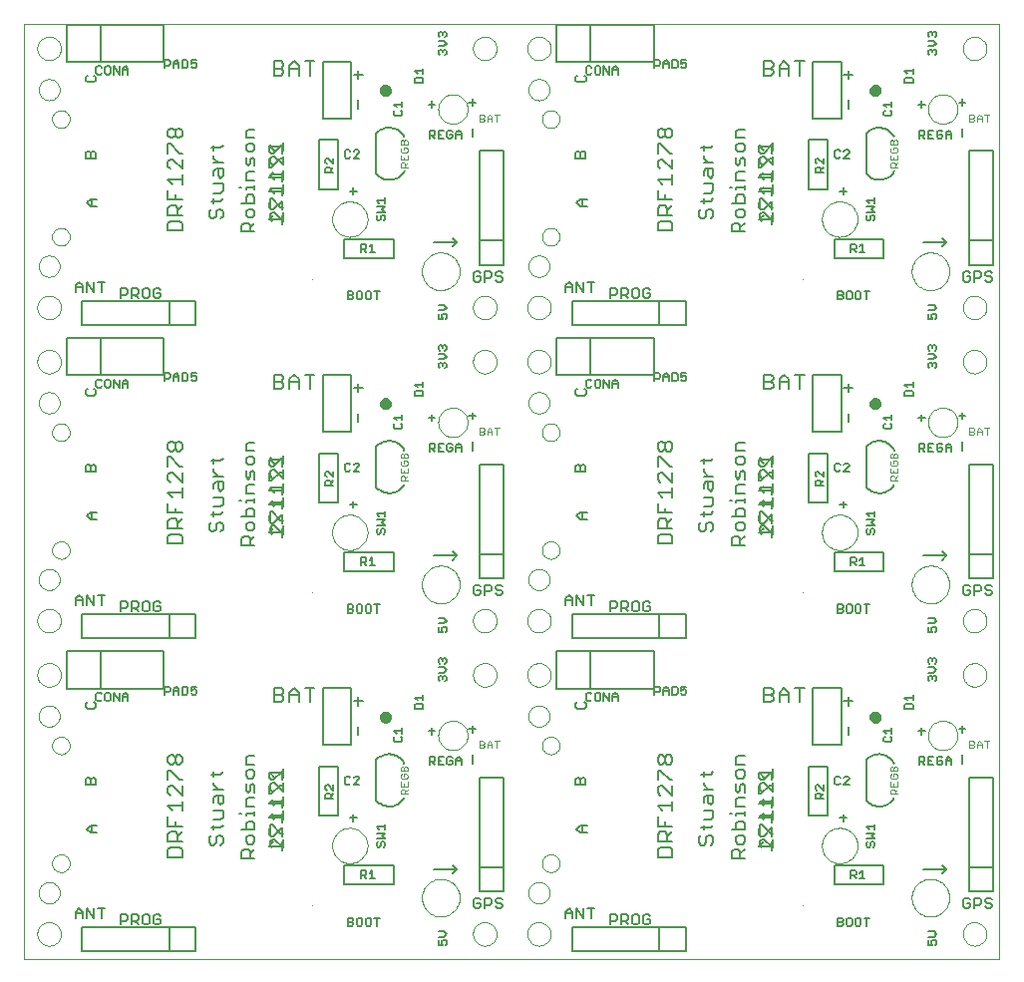
<source format=gto>
G75*
%MOIN*%
%OFA0B0*%
%FSLAX24Y24*%
%IPPOS*%
%LPD*%
%AMOC8*
5,1,8,0,0,1.08239X$1,22.5*
%
%ADD10C,0.0000*%
%ADD11C,0.0080*%
%ADD12C,0.0050*%
%ADD13C,0.0040*%
%ADD14C,0.0060*%
%ADD15C,0.0059*%
%ADD16C,0.0320*%
D10*
X004227Y000218D02*
X036825Y000218D01*
X036825Y031478D01*
X004227Y031478D01*
X004227Y000218D01*
X004659Y001045D02*
X004661Y001084D01*
X004667Y001123D01*
X004677Y001161D01*
X004690Y001198D01*
X004707Y001233D01*
X004727Y001267D01*
X004751Y001298D01*
X004778Y001327D01*
X004807Y001353D01*
X004839Y001376D01*
X004873Y001396D01*
X004909Y001412D01*
X004946Y001424D01*
X004985Y001433D01*
X005024Y001438D01*
X005063Y001439D01*
X005102Y001436D01*
X005141Y001429D01*
X005178Y001418D01*
X005215Y001404D01*
X005250Y001386D01*
X005283Y001365D01*
X005314Y001340D01*
X005342Y001313D01*
X005367Y001283D01*
X005389Y001250D01*
X005408Y001216D01*
X005423Y001180D01*
X005435Y001142D01*
X005443Y001104D01*
X005447Y001065D01*
X005447Y001025D01*
X005443Y000986D01*
X005435Y000948D01*
X005423Y000910D01*
X005408Y000874D01*
X005389Y000840D01*
X005367Y000807D01*
X005342Y000777D01*
X005314Y000750D01*
X005283Y000725D01*
X005250Y000704D01*
X005215Y000686D01*
X005178Y000672D01*
X005141Y000661D01*
X005102Y000654D01*
X005063Y000651D01*
X005024Y000652D01*
X004985Y000657D01*
X004946Y000666D01*
X004909Y000678D01*
X004873Y000694D01*
X004839Y000714D01*
X004807Y000737D01*
X004778Y000763D01*
X004751Y000792D01*
X004727Y000823D01*
X004707Y000857D01*
X004690Y000892D01*
X004677Y000929D01*
X004667Y000967D01*
X004661Y001006D01*
X004659Y001045D01*
X004699Y002423D02*
X004701Y002460D01*
X004707Y002497D01*
X004716Y002532D01*
X004730Y002567D01*
X004746Y002600D01*
X004767Y002631D01*
X004790Y002660D01*
X004816Y002686D01*
X004845Y002709D01*
X004876Y002730D01*
X004909Y002746D01*
X004944Y002760D01*
X004979Y002769D01*
X005016Y002775D01*
X005053Y002777D01*
X005090Y002775D01*
X005127Y002769D01*
X005162Y002760D01*
X005197Y002746D01*
X005230Y002730D01*
X005261Y002709D01*
X005290Y002686D01*
X005316Y002660D01*
X005339Y002631D01*
X005360Y002600D01*
X005376Y002567D01*
X005390Y002532D01*
X005399Y002497D01*
X005405Y002460D01*
X005407Y002423D01*
X005405Y002386D01*
X005399Y002349D01*
X005390Y002314D01*
X005376Y002279D01*
X005360Y002246D01*
X005339Y002215D01*
X005316Y002186D01*
X005290Y002160D01*
X005261Y002137D01*
X005230Y002116D01*
X005197Y002100D01*
X005162Y002086D01*
X005127Y002077D01*
X005090Y002071D01*
X005053Y002069D01*
X005016Y002071D01*
X004979Y002077D01*
X004944Y002086D01*
X004909Y002100D01*
X004876Y002116D01*
X004845Y002137D01*
X004816Y002160D01*
X004790Y002186D01*
X004767Y002215D01*
X004746Y002246D01*
X004730Y002279D01*
X004716Y002314D01*
X004707Y002349D01*
X004701Y002386D01*
X004699Y002423D01*
X005152Y003407D02*
X005154Y003441D01*
X005160Y003475D01*
X005170Y003508D01*
X005183Y003539D01*
X005201Y003569D01*
X005221Y003597D01*
X005245Y003622D01*
X005271Y003644D01*
X005299Y003662D01*
X005330Y003678D01*
X005362Y003690D01*
X005396Y003698D01*
X005430Y003702D01*
X005464Y003702D01*
X005498Y003698D01*
X005532Y003690D01*
X005564Y003678D01*
X005594Y003662D01*
X005623Y003644D01*
X005649Y003622D01*
X005673Y003597D01*
X005693Y003569D01*
X005711Y003539D01*
X005724Y003508D01*
X005734Y003475D01*
X005740Y003441D01*
X005742Y003407D01*
X005740Y003373D01*
X005734Y003339D01*
X005724Y003306D01*
X005711Y003275D01*
X005693Y003245D01*
X005673Y003217D01*
X005649Y003192D01*
X005623Y003170D01*
X005595Y003152D01*
X005564Y003136D01*
X005532Y003124D01*
X005498Y003116D01*
X005464Y003112D01*
X005430Y003112D01*
X005396Y003116D01*
X005362Y003124D01*
X005330Y003136D01*
X005299Y003152D01*
X005271Y003170D01*
X005245Y003192D01*
X005221Y003217D01*
X005201Y003245D01*
X005183Y003275D01*
X005170Y003306D01*
X005160Y003339D01*
X005154Y003373D01*
X005152Y003407D01*
X005152Y007344D02*
X005154Y007378D01*
X005160Y007412D01*
X005170Y007445D01*
X005183Y007476D01*
X005201Y007506D01*
X005221Y007534D01*
X005245Y007559D01*
X005271Y007581D01*
X005299Y007599D01*
X005330Y007615D01*
X005362Y007627D01*
X005396Y007635D01*
X005430Y007639D01*
X005464Y007639D01*
X005498Y007635D01*
X005532Y007627D01*
X005564Y007615D01*
X005594Y007599D01*
X005623Y007581D01*
X005649Y007559D01*
X005673Y007534D01*
X005693Y007506D01*
X005711Y007476D01*
X005724Y007445D01*
X005734Y007412D01*
X005740Y007378D01*
X005742Y007344D01*
X005740Y007310D01*
X005734Y007276D01*
X005724Y007243D01*
X005711Y007212D01*
X005693Y007182D01*
X005673Y007154D01*
X005649Y007129D01*
X005623Y007107D01*
X005595Y007089D01*
X005564Y007073D01*
X005532Y007061D01*
X005498Y007053D01*
X005464Y007049D01*
X005430Y007049D01*
X005396Y007053D01*
X005362Y007061D01*
X005330Y007073D01*
X005299Y007089D01*
X005271Y007107D01*
X005245Y007129D01*
X005221Y007154D01*
X005201Y007182D01*
X005183Y007212D01*
X005170Y007243D01*
X005160Y007276D01*
X005154Y007310D01*
X005152Y007344D01*
X004699Y008328D02*
X004701Y008365D01*
X004707Y008402D01*
X004716Y008437D01*
X004730Y008472D01*
X004746Y008505D01*
X004767Y008536D01*
X004790Y008565D01*
X004816Y008591D01*
X004845Y008614D01*
X004876Y008635D01*
X004909Y008651D01*
X004944Y008665D01*
X004979Y008674D01*
X005016Y008680D01*
X005053Y008682D01*
X005090Y008680D01*
X005127Y008674D01*
X005162Y008665D01*
X005197Y008651D01*
X005230Y008635D01*
X005261Y008614D01*
X005290Y008591D01*
X005316Y008565D01*
X005339Y008536D01*
X005360Y008505D01*
X005376Y008472D01*
X005390Y008437D01*
X005399Y008402D01*
X005405Y008365D01*
X005407Y008328D01*
X005405Y008291D01*
X005399Y008254D01*
X005390Y008219D01*
X005376Y008184D01*
X005360Y008151D01*
X005339Y008120D01*
X005316Y008091D01*
X005290Y008065D01*
X005261Y008042D01*
X005230Y008021D01*
X005197Y008005D01*
X005162Y007991D01*
X005127Y007982D01*
X005090Y007976D01*
X005053Y007974D01*
X005016Y007976D01*
X004979Y007982D01*
X004944Y007991D01*
X004909Y008005D01*
X004876Y008021D01*
X004845Y008042D01*
X004816Y008065D01*
X004790Y008091D01*
X004767Y008120D01*
X004746Y008151D01*
X004730Y008184D01*
X004716Y008219D01*
X004707Y008254D01*
X004701Y008291D01*
X004699Y008328D01*
X004659Y009706D02*
X004661Y009745D01*
X004667Y009784D01*
X004677Y009822D01*
X004690Y009859D01*
X004707Y009894D01*
X004727Y009928D01*
X004751Y009959D01*
X004778Y009988D01*
X004807Y010014D01*
X004839Y010037D01*
X004873Y010057D01*
X004909Y010073D01*
X004946Y010085D01*
X004985Y010094D01*
X005024Y010099D01*
X005063Y010100D01*
X005102Y010097D01*
X005141Y010090D01*
X005178Y010079D01*
X005215Y010065D01*
X005250Y010047D01*
X005283Y010026D01*
X005314Y010001D01*
X005342Y009974D01*
X005367Y009944D01*
X005389Y009911D01*
X005408Y009877D01*
X005423Y009841D01*
X005435Y009803D01*
X005443Y009765D01*
X005447Y009726D01*
X005447Y009686D01*
X005443Y009647D01*
X005435Y009609D01*
X005423Y009571D01*
X005408Y009535D01*
X005389Y009501D01*
X005367Y009468D01*
X005342Y009438D01*
X005314Y009411D01*
X005283Y009386D01*
X005250Y009365D01*
X005215Y009347D01*
X005178Y009333D01*
X005141Y009322D01*
X005102Y009315D01*
X005063Y009312D01*
X005024Y009313D01*
X004985Y009318D01*
X004946Y009327D01*
X004909Y009339D01*
X004873Y009355D01*
X004839Y009375D01*
X004807Y009398D01*
X004778Y009424D01*
X004751Y009453D01*
X004727Y009484D01*
X004707Y009518D01*
X004690Y009553D01*
X004677Y009590D01*
X004667Y009628D01*
X004661Y009667D01*
X004659Y009706D01*
X004659Y011517D02*
X004661Y011556D01*
X004667Y011595D01*
X004677Y011633D01*
X004690Y011670D01*
X004707Y011705D01*
X004727Y011739D01*
X004751Y011770D01*
X004778Y011799D01*
X004807Y011825D01*
X004839Y011848D01*
X004873Y011868D01*
X004909Y011884D01*
X004946Y011896D01*
X004985Y011905D01*
X005024Y011910D01*
X005063Y011911D01*
X005102Y011908D01*
X005141Y011901D01*
X005178Y011890D01*
X005215Y011876D01*
X005250Y011858D01*
X005283Y011837D01*
X005314Y011812D01*
X005342Y011785D01*
X005367Y011755D01*
X005389Y011722D01*
X005408Y011688D01*
X005423Y011652D01*
X005435Y011614D01*
X005443Y011576D01*
X005447Y011537D01*
X005447Y011497D01*
X005443Y011458D01*
X005435Y011420D01*
X005423Y011382D01*
X005408Y011346D01*
X005389Y011312D01*
X005367Y011279D01*
X005342Y011249D01*
X005314Y011222D01*
X005283Y011197D01*
X005250Y011176D01*
X005215Y011158D01*
X005178Y011144D01*
X005141Y011133D01*
X005102Y011126D01*
X005063Y011123D01*
X005024Y011124D01*
X004985Y011129D01*
X004946Y011138D01*
X004909Y011150D01*
X004873Y011166D01*
X004839Y011186D01*
X004807Y011209D01*
X004778Y011235D01*
X004751Y011264D01*
X004727Y011295D01*
X004707Y011329D01*
X004690Y011364D01*
X004677Y011401D01*
X004667Y011439D01*
X004661Y011478D01*
X004659Y011517D01*
X004699Y012895D02*
X004701Y012932D01*
X004707Y012969D01*
X004716Y013004D01*
X004730Y013039D01*
X004746Y013072D01*
X004767Y013103D01*
X004790Y013132D01*
X004816Y013158D01*
X004845Y013181D01*
X004876Y013202D01*
X004909Y013218D01*
X004944Y013232D01*
X004979Y013241D01*
X005016Y013247D01*
X005053Y013249D01*
X005090Y013247D01*
X005127Y013241D01*
X005162Y013232D01*
X005197Y013218D01*
X005230Y013202D01*
X005261Y013181D01*
X005290Y013158D01*
X005316Y013132D01*
X005339Y013103D01*
X005360Y013072D01*
X005376Y013039D01*
X005390Y013004D01*
X005399Y012969D01*
X005405Y012932D01*
X005407Y012895D01*
X005405Y012858D01*
X005399Y012821D01*
X005390Y012786D01*
X005376Y012751D01*
X005360Y012718D01*
X005339Y012687D01*
X005316Y012658D01*
X005290Y012632D01*
X005261Y012609D01*
X005230Y012588D01*
X005197Y012572D01*
X005162Y012558D01*
X005127Y012549D01*
X005090Y012543D01*
X005053Y012541D01*
X005016Y012543D01*
X004979Y012549D01*
X004944Y012558D01*
X004909Y012572D01*
X004876Y012588D01*
X004845Y012609D01*
X004816Y012632D01*
X004790Y012658D01*
X004767Y012687D01*
X004746Y012718D01*
X004730Y012751D01*
X004716Y012786D01*
X004707Y012821D01*
X004701Y012858D01*
X004699Y012895D01*
X005152Y013880D02*
X005154Y013914D01*
X005160Y013948D01*
X005170Y013981D01*
X005183Y014012D01*
X005201Y014042D01*
X005221Y014070D01*
X005245Y014095D01*
X005271Y014117D01*
X005299Y014135D01*
X005330Y014151D01*
X005362Y014163D01*
X005396Y014171D01*
X005430Y014175D01*
X005464Y014175D01*
X005498Y014171D01*
X005532Y014163D01*
X005564Y014151D01*
X005594Y014135D01*
X005623Y014117D01*
X005649Y014095D01*
X005673Y014070D01*
X005693Y014042D01*
X005711Y014012D01*
X005724Y013981D01*
X005734Y013948D01*
X005740Y013914D01*
X005742Y013880D01*
X005740Y013846D01*
X005734Y013812D01*
X005724Y013779D01*
X005711Y013748D01*
X005693Y013718D01*
X005673Y013690D01*
X005649Y013665D01*
X005623Y013643D01*
X005595Y013625D01*
X005564Y013609D01*
X005532Y013597D01*
X005498Y013589D01*
X005464Y013585D01*
X005430Y013585D01*
X005396Y013589D01*
X005362Y013597D01*
X005330Y013609D01*
X005299Y013625D01*
X005271Y013643D01*
X005245Y013665D01*
X005221Y013690D01*
X005201Y013718D01*
X005183Y013748D01*
X005170Y013779D01*
X005160Y013812D01*
X005154Y013846D01*
X005152Y013880D01*
X005152Y017817D02*
X005154Y017851D01*
X005160Y017885D01*
X005170Y017918D01*
X005183Y017949D01*
X005201Y017979D01*
X005221Y018007D01*
X005245Y018032D01*
X005271Y018054D01*
X005299Y018072D01*
X005330Y018088D01*
X005362Y018100D01*
X005396Y018108D01*
X005430Y018112D01*
X005464Y018112D01*
X005498Y018108D01*
X005532Y018100D01*
X005564Y018088D01*
X005594Y018072D01*
X005623Y018054D01*
X005649Y018032D01*
X005673Y018007D01*
X005693Y017979D01*
X005711Y017949D01*
X005724Y017918D01*
X005734Y017885D01*
X005740Y017851D01*
X005742Y017817D01*
X005740Y017783D01*
X005734Y017749D01*
X005724Y017716D01*
X005711Y017685D01*
X005693Y017655D01*
X005673Y017627D01*
X005649Y017602D01*
X005623Y017580D01*
X005595Y017562D01*
X005564Y017546D01*
X005532Y017534D01*
X005498Y017526D01*
X005464Y017522D01*
X005430Y017522D01*
X005396Y017526D01*
X005362Y017534D01*
X005330Y017546D01*
X005299Y017562D01*
X005271Y017580D01*
X005245Y017602D01*
X005221Y017627D01*
X005201Y017655D01*
X005183Y017685D01*
X005170Y017716D01*
X005160Y017749D01*
X005154Y017783D01*
X005152Y017817D01*
X004699Y018801D02*
X004701Y018838D01*
X004707Y018875D01*
X004716Y018910D01*
X004730Y018945D01*
X004746Y018978D01*
X004767Y019009D01*
X004790Y019038D01*
X004816Y019064D01*
X004845Y019087D01*
X004876Y019108D01*
X004909Y019124D01*
X004944Y019138D01*
X004979Y019147D01*
X005016Y019153D01*
X005053Y019155D01*
X005090Y019153D01*
X005127Y019147D01*
X005162Y019138D01*
X005197Y019124D01*
X005230Y019108D01*
X005261Y019087D01*
X005290Y019064D01*
X005316Y019038D01*
X005339Y019009D01*
X005360Y018978D01*
X005376Y018945D01*
X005390Y018910D01*
X005399Y018875D01*
X005405Y018838D01*
X005407Y018801D01*
X005405Y018764D01*
X005399Y018727D01*
X005390Y018692D01*
X005376Y018657D01*
X005360Y018624D01*
X005339Y018593D01*
X005316Y018564D01*
X005290Y018538D01*
X005261Y018515D01*
X005230Y018494D01*
X005197Y018478D01*
X005162Y018464D01*
X005127Y018455D01*
X005090Y018449D01*
X005053Y018447D01*
X005016Y018449D01*
X004979Y018455D01*
X004944Y018464D01*
X004909Y018478D01*
X004876Y018494D01*
X004845Y018515D01*
X004816Y018538D01*
X004790Y018564D01*
X004767Y018593D01*
X004746Y018624D01*
X004730Y018657D01*
X004716Y018692D01*
X004707Y018727D01*
X004701Y018764D01*
X004699Y018801D01*
X004659Y020179D02*
X004661Y020218D01*
X004667Y020257D01*
X004677Y020295D01*
X004690Y020332D01*
X004707Y020367D01*
X004727Y020401D01*
X004751Y020432D01*
X004778Y020461D01*
X004807Y020487D01*
X004839Y020510D01*
X004873Y020530D01*
X004909Y020546D01*
X004946Y020558D01*
X004985Y020567D01*
X005024Y020572D01*
X005063Y020573D01*
X005102Y020570D01*
X005141Y020563D01*
X005178Y020552D01*
X005215Y020538D01*
X005250Y020520D01*
X005283Y020499D01*
X005314Y020474D01*
X005342Y020447D01*
X005367Y020417D01*
X005389Y020384D01*
X005408Y020350D01*
X005423Y020314D01*
X005435Y020276D01*
X005443Y020238D01*
X005447Y020199D01*
X005447Y020159D01*
X005443Y020120D01*
X005435Y020082D01*
X005423Y020044D01*
X005408Y020008D01*
X005389Y019974D01*
X005367Y019941D01*
X005342Y019911D01*
X005314Y019884D01*
X005283Y019859D01*
X005250Y019838D01*
X005215Y019820D01*
X005178Y019806D01*
X005141Y019795D01*
X005102Y019788D01*
X005063Y019785D01*
X005024Y019786D01*
X004985Y019791D01*
X004946Y019800D01*
X004909Y019812D01*
X004873Y019828D01*
X004839Y019848D01*
X004807Y019871D01*
X004778Y019897D01*
X004751Y019926D01*
X004727Y019957D01*
X004707Y019991D01*
X004690Y020026D01*
X004677Y020063D01*
X004667Y020101D01*
X004661Y020140D01*
X004659Y020179D01*
X004659Y021990D02*
X004661Y022029D01*
X004667Y022068D01*
X004677Y022106D01*
X004690Y022143D01*
X004707Y022178D01*
X004727Y022212D01*
X004751Y022243D01*
X004778Y022272D01*
X004807Y022298D01*
X004839Y022321D01*
X004873Y022341D01*
X004909Y022357D01*
X004946Y022369D01*
X004985Y022378D01*
X005024Y022383D01*
X005063Y022384D01*
X005102Y022381D01*
X005141Y022374D01*
X005178Y022363D01*
X005215Y022349D01*
X005250Y022331D01*
X005283Y022310D01*
X005314Y022285D01*
X005342Y022258D01*
X005367Y022228D01*
X005389Y022195D01*
X005408Y022161D01*
X005423Y022125D01*
X005435Y022087D01*
X005443Y022049D01*
X005447Y022010D01*
X005447Y021970D01*
X005443Y021931D01*
X005435Y021893D01*
X005423Y021855D01*
X005408Y021819D01*
X005389Y021785D01*
X005367Y021752D01*
X005342Y021722D01*
X005314Y021695D01*
X005283Y021670D01*
X005250Y021649D01*
X005215Y021631D01*
X005178Y021617D01*
X005141Y021606D01*
X005102Y021599D01*
X005063Y021596D01*
X005024Y021597D01*
X004985Y021602D01*
X004946Y021611D01*
X004909Y021623D01*
X004873Y021639D01*
X004839Y021659D01*
X004807Y021682D01*
X004778Y021708D01*
X004751Y021737D01*
X004727Y021768D01*
X004707Y021802D01*
X004690Y021837D01*
X004677Y021874D01*
X004667Y021912D01*
X004661Y021951D01*
X004659Y021990D01*
X004699Y023368D02*
X004701Y023405D01*
X004707Y023442D01*
X004716Y023477D01*
X004730Y023512D01*
X004746Y023545D01*
X004767Y023576D01*
X004790Y023605D01*
X004816Y023631D01*
X004845Y023654D01*
X004876Y023675D01*
X004909Y023691D01*
X004944Y023705D01*
X004979Y023714D01*
X005016Y023720D01*
X005053Y023722D01*
X005090Y023720D01*
X005127Y023714D01*
X005162Y023705D01*
X005197Y023691D01*
X005230Y023675D01*
X005261Y023654D01*
X005290Y023631D01*
X005316Y023605D01*
X005339Y023576D01*
X005360Y023545D01*
X005376Y023512D01*
X005390Y023477D01*
X005399Y023442D01*
X005405Y023405D01*
X005407Y023368D01*
X005405Y023331D01*
X005399Y023294D01*
X005390Y023259D01*
X005376Y023224D01*
X005360Y023191D01*
X005339Y023160D01*
X005316Y023131D01*
X005290Y023105D01*
X005261Y023082D01*
X005230Y023061D01*
X005197Y023045D01*
X005162Y023031D01*
X005127Y023022D01*
X005090Y023016D01*
X005053Y023014D01*
X005016Y023016D01*
X004979Y023022D01*
X004944Y023031D01*
X004909Y023045D01*
X004876Y023061D01*
X004845Y023082D01*
X004816Y023105D01*
X004790Y023131D01*
X004767Y023160D01*
X004746Y023191D01*
X004730Y023224D01*
X004716Y023259D01*
X004707Y023294D01*
X004701Y023331D01*
X004699Y023368D01*
X005152Y024352D02*
X005154Y024386D01*
X005160Y024420D01*
X005170Y024453D01*
X005183Y024484D01*
X005201Y024514D01*
X005221Y024542D01*
X005245Y024567D01*
X005271Y024589D01*
X005299Y024607D01*
X005330Y024623D01*
X005362Y024635D01*
X005396Y024643D01*
X005430Y024647D01*
X005464Y024647D01*
X005498Y024643D01*
X005532Y024635D01*
X005564Y024623D01*
X005594Y024607D01*
X005623Y024589D01*
X005649Y024567D01*
X005673Y024542D01*
X005693Y024514D01*
X005711Y024484D01*
X005724Y024453D01*
X005734Y024420D01*
X005740Y024386D01*
X005742Y024352D01*
X005740Y024318D01*
X005734Y024284D01*
X005724Y024251D01*
X005711Y024220D01*
X005693Y024190D01*
X005673Y024162D01*
X005649Y024137D01*
X005623Y024115D01*
X005595Y024097D01*
X005564Y024081D01*
X005532Y024069D01*
X005498Y024061D01*
X005464Y024057D01*
X005430Y024057D01*
X005396Y024061D01*
X005362Y024069D01*
X005330Y024081D01*
X005299Y024097D01*
X005271Y024115D01*
X005245Y024137D01*
X005221Y024162D01*
X005201Y024190D01*
X005183Y024220D01*
X005170Y024251D01*
X005160Y024284D01*
X005154Y024318D01*
X005152Y024352D01*
X005152Y028289D02*
X005154Y028323D01*
X005160Y028357D01*
X005170Y028390D01*
X005183Y028421D01*
X005201Y028451D01*
X005221Y028479D01*
X005245Y028504D01*
X005271Y028526D01*
X005299Y028544D01*
X005330Y028560D01*
X005362Y028572D01*
X005396Y028580D01*
X005430Y028584D01*
X005464Y028584D01*
X005498Y028580D01*
X005532Y028572D01*
X005564Y028560D01*
X005594Y028544D01*
X005623Y028526D01*
X005649Y028504D01*
X005673Y028479D01*
X005693Y028451D01*
X005711Y028421D01*
X005724Y028390D01*
X005734Y028357D01*
X005740Y028323D01*
X005742Y028289D01*
X005740Y028255D01*
X005734Y028221D01*
X005724Y028188D01*
X005711Y028157D01*
X005693Y028127D01*
X005673Y028099D01*
X005649Y028074D01*
X005623Y028052D01*
X005595Y028034D01*
X005564Y028018D01*
X005532Y028006D01*
X005498Y027998D01*
X005464Y027994D01*
X005430Y027994D01*
X005396Y027998D01*
X005362Y028006D01*
X005330Y028018D01*
X005299Y028034D01*
X005271Y028052D01*
X005245Y028074D01*
X005221Y028099D01*
X005201Y028127D01*
X005183Y028157D01*
X005170Y028188D01*
X005160Y028221D01*
X005154Y028255D01*
X005152Y028289D01*
X004699Y029273D02*
X004701Y029310D01*
X004707Y029347D01*
X004716Y029382D01*
X004730Y029417D01*
X004746Y029450D01*
X004767Y029481D01*
X004790Y029510D01*
X004816Y029536D01*
X004845Y029559D01*
X004876Y029580D01*
X004909Y029596D01*
X004944Y029610D01*
X004979Y029619D01*
X005016Y029625D01*
X005053Y029627D01*
X005090Y029625D01*
X005127Y029619D01*
X005162Y029610D01*
X005197Y029596D01*
X005230Y029580D01*
X005261Y029559D01*
X005290Y029536D01*
X005316Y029510D01*
X005339Y029481D01*
X005360Y029450D01*
X005376Y029417D01*
X005390Y029382D01*
X005399Y029347D01*
X005405Y029310D01*
X005407Y029273D01*
X005405Y029236D01*
X005399Y029199D01*
X005390Y029164D01*
X005376Y029129D01*
X005360Y029096D01*
X005339Y029065D01*
X005316Y029036D01*
X005290Y029010D01*
X005261Y028987D01*
X005230Y028966D01*
X005197Y028950D01*
X005162Y028936D01*
X005127Y028927D01*
X005090Y028921D01*
X005053Y028919D01*
X005016Y028921D01*
X004979Y028927D01*
X004944Y028936D01*
X004909Y028950D01*
X004876Y028966D01*
X004845Y028987D01*
X004816Y029010D01*
X004790Y029036D01*
X004767Y029065D01*
X004746Y029096D01*
X004730Y029129D01*
X004716Y029164D01*
X004707Y029199D01*
X004701Y029236D01*
X004699Y029273D01*
X004659Y030651D02*
X004661Y030690D01*
X004667Y030729D01*
X004677Y030767D01*
X004690Y030804D01*
X004707Y030839D01*
X004727Y030873D01*
X004751Y030904D01*
X004778Y030933D01*
X004807Y030959D01*
X004839Y030982D01*
X004873Y031002D01*
X004909Y031018D01*
X004946Y031030D01*
X004985Y031039D01*
X005024Y031044D01*
X005063Y031045D01*
X005102Y031042D01*
X005141Y031035D01*
X005178Y031024D01*
X005215Y031010D01*
X005250Y030992D01*
X005283Y030971D01*
X005314Y030946D01*
X005342Y030919D01*
X005367Y030889D01*
X005389Y030856D01*
X005408Y030822D01*
X005423Y030786D01*
X005435Y030748D01*
X005443Y030710D01*
X005447Y030671D01*
X005447Y030631D01*
X005443Y030592D01*
X005435Y030554D01*
X005423Y030516D01*
X005408Y030480D01*
X005389Y030446D01*
X005367Y030413D01*
X005342Y030383D01*
X005314Y030356D01*
X005283Y030331D01*
X005250Y030310D01*
X005215Y030292D01*
X005178Y030278D01*
X005141Y030267D01*
X005102Y030260D01*
X005063Y030257D01*
X005024Y030258D01*
X004985Y030263D01*
X004946Y030272D01*
X004909Y030284D01*
X004873Y030300D01*
X004839Y030320D01*
X004807Y030343D01*
X004778Y030369D01*
X004751Y030398D01*
X004727Y030429D01*
X004707Y030463D01*
X004690Y030498D01*
X004677Y030535D01*
X004667Y030573D01*
X004661Y030612D01*
X004659Y030651D01*
X013853Y022946D02*
X013860Y022946D01*
X014514Y024943D02*
X014516Y024991D01*
X014522Y025039D01*
X014532Y025086D01*
X014545Y025132D01*
X014563Y025177D01*
X014583Y025221D01*
X014608Y025263D01*
X014636Y025302D01*
X014666Y025339D01*
X014700Y025373D01*
X014737Y025405D01*
X014775Y025434D01*
X014816Y025459D01*
X014859Y025481D01*
X014904Y025499D01*
X014950Y025513D01*
X014997Y025524D01*
X015045Y025531D01*
X015093Y025534D01*
X015141Y025533D01*
X015189Y025528D01*
X015237Y025519D01*
X015283Y025507D01*
X015328Y025490D01*
X015372Y025470D01*
X015414Y025447D01*
X015454Y025420D01*
X015492Y025390D01*
X015527Y025357D01*
X015559Y025321D01*
X015589Y025283D01*
X015615Y025242D01*
X015637Y025199D01*
X015657Y025155D01*
X015672Y025110D01*
X015684Y025063D01*
X015692Y025015D01*
X015696Y024967D01*
X015696Y024919D01*
X015692Y024871D01*
X015684Y024823D01*
X015672Y024776D01*
X015657Y024731D01*
X015637Y024687D01*
X015615Y024644D01*
X015589Y024603D01*
X015559Y024565D01*
X015527Y024529D01*
X015492Y024496D01*
X015454Y024466D01*
X015414Y024439D01*
X015372Y024416D01*
X015328Y024396D01*
X015283Y024379D01*
X015237Y024367D01*
X015189Y024358D01*
X015141Y024353D01*
X015093Y024352D01*
X015045Y024355D01*
X014997Y024362D01*
X014950Y024373D01*
X014904Y024387D01*
X014859Y024405D01*
X014816Y024427D01*
X014775Y024452D01*
X014737Y024481D01*
X014700Y024513D01*
X014666Y024547D01*
X014636Y024584D01*
X014608Y024623D01*
X014583Y024665D01*
X014563Y024709D01*
X014545Y024754D01*
X014532Y024800D01*
X014522Y024847D01*
X014516Y024895D01*
X014514Y024943D01*
X017514Y023198D02*
X017516Y023248D01*
X017522Y023298D01*
X017532Y023347D01*
X017546Y023395D01*
X017563Y023442D01*
X017584Y023487D01*
X017609Y023531D01*
X017637Y023572D01*
X017669Y023611D01*
X017703Y023648D01*
X017740Y023682D01*
X017780Y023712D01*
X017822Y023739D01*
X017866Y023763D01*
X017912Y023784D01*
X017959Y023800D01*
X018007Y023813D01*
X018057Y023822D01*
X018106Y023827D01*
X018157Y023828D01*
X018207Y023825D01*
X018256Y023818D01*
X018305Y023807D01*
X018353Y023792D01*
X018399Y023774D01*
X018444Y023752D01*
X018487Y023726D01*
X018528Y023697D01*
X018567Y023665D01*
X018603Y023630D01*
X018635Y023592D01*
X018665Y023552D01*
X018692Y023509D01*
X018715Y023465D01*
X018734Y023419D01*
X018750Y023371D01*
X018762Y023322D01*
X018770Y023273D01*
X018774Y023223D01*
X018774Y023173D01*
X018770Y023123D01*
X018762Y023074D01*
X018750Y023025D01*
X018734Y022977D01*
X018715Y022931D01*
X018692Y022887D01*
X018665Y022844D01*
X018635Y022804D01*
X018603Y022766D01*
X018567Y022731D01*
X018528Y022699D01*
X018487Y022670D01*
X018444Y022644D01*
X018399Y022622D01*
X018353Y022604D01*
X018305Y022589D01*
X018256Y022578D01*
X018207Y022571D01*
X018157Y022568D01*
X018106Y022569D01*
X018057Y022574D01*
X018007Y022583D01*
X017959Y022596D01*
X017912Y022612D01*
X017866Y022633D01*
X017822Y022657D01*
X017780Y022684D01*
X017740Y022714D01*
X017703Y022748D01*
X017669Y022785D01*
X017637Y022824D01*
X017609Y022865D01*
X017584Y022909D01*
X017563Y022954D01*
X017546Y023001D01*
X017532Y023049D01*
X017522Y023098D01*
X017516Y023148D01*
X017514Y023198D01*
X019226Y021990D02*
X019228Y022029D01*
X019234Y022068D01*
X019244Y022106D01*
X019257Y022143D01*
X019274Y022178D01*
X019294Y022212D01*
X019318Y022243D01*
X019345Y022272D01*
X019374Y022298D01*
X019406Y022321D01*
X019440Y022341D01*
X019476Y022357D01*
X019513Y022369D01*
X019552Y022378D01*
X019591Y022383D01*
X019630Y022384D01*
X019669Y022381D01*
X019708Y022374D01*
X019745Y022363D01*
X019782Y022349D01*
X019817Y022331D01*
X019850Y022310D01*
X019881Y022285D01*
X019909Y022258D01*
X019934Y022228D01*
X019956Y022195D01*
X019975Y022161D01*
X019990Y022125D01*
X020002Y022087D01*
X020010Y022049D01*
X020014Y022010D01*
X020014Y021970D01*
X020010Y021931D01*
X020002Y021893D01*
X019990Y021855D01*
X019975Y021819D01*
X019956Y021785D01*
X019934Y021752D01*
X019909Y021722D01*
X019881Y021695D01*
X019850Y021670D01*
X019817Y021649D01*
X019782Y021631D01*
X019745Y021617D01*
X019708Y021606D01*
X019669Y021599D01*
X019630Y021596D01*
X019591Y021597D01*
X019552Y021602D01*
X019513Y021611D01*
X019476Y021623D01*
X019440Y021639D01*
X019406Y021659D01*
X019374Y021682D01*
X019345Y021708D01*
X019318Y021737D01*
X019294Y021768D01*
X019274Y021802D01*
X019257Y021837D01*
X019244Y021874D01*
X019234Y021912D01*
X019228Y021951D01*
X019226Y021990D01*
X019226Y020179D02*
X019228Y020218D01*
X019234Y020257D01*
X019244Y020295D01*
X019257Y020332D01*
X019274Y020367D01*
X019294Y020401D01*
X019318Y020432D01*
X019345Y020461D01*
X019374Y020487D01*
X019406Y020510D01*
X019440Y020530D01*
X019476Y020546D01*
X019513Y020558D01*
X019552Y020567D01*
X019591Y020572D01*
X019630Y020573D01*
X019669Y020570D01*
X019708Y020563D01*
X019745Y020552D01*
X019782Y020538D01*
X019817Y020520D01*
X019850Y020499D01*
X019881Y020474D01*
X019909Y020447D01*
X019934Y020417D01*
X019956Y020384D01*
X019975Y020350D01*
X019990Y020314D01*
X020002Y020276D01*
X020010Y020238D01*
X020014Y020199D01*
X020014Y020159D01*
X020010Y020120D01*
X020002Y020082D01*
X019990Y020044D01*
X019975Y020008D01*
X019956Y019974D01*
X019934Y019941D01*
X019909Y019911D01*
X019881Y019884D01*
X019850Y019859D01*
X019817Y019838D01*
X019782Y019820D01*
X019745Y019806D01*
X019708Y019795D01*
X019669Y019788D01*
X019630Y019785D01*
X019591Y019786D01*
X019552Y019791D01*
X019513Y019800D01*
X019476Y019812D01*
X019440Y019828D01*
X019406Y019848D01*
X019374Y019871D01*
X019345Y019897D01*
X019318Y019926D01*
X019294Y019957D01*
X019274Y019991D01*
X019257Y020026D01*
X019244Y020063D01*
X019234Y020101D01*
X019228Y020140D01*
X019226Y020179D01*
X018061Y018151D02*
X018063Y018195D01*
X018069Y018239D01*
X018079Y018282D01*
X018092Y018324D01*
X018110Y018364D01*
X018131Y018403D01*
X018155Y018440D01*
X018182Y018475D01*
X018213Y018507D01*
X018246Y018536D01*
X018282Y018562D01*
X018320Y018584D01*
X018360Y018603D01*
X018401Y018619D01*
X018444Y018631D01*
X018487Y018639D01*
X018531Y018643D01*
X018575Y018643D01*
X018619Y018639D01*
X018662Y018631D01*
X018705Y018619D01*
X018746Y018603D01*
X018786Y018584D01*
X018824Y018562D01*
X018860Y018536D01*
X018893Y018507D01*
X018924Y018475D01*
X018951Y018440D01*
X018975Y018403D01*
X018996Y018364D01*
X019014Y018324D01*
X019027Y018282D01*
X019037Y018239D01*
X019043Y018195D01*
X019045Y018151D01*
X019043Y018107D01*
X019037Y018063D01*
X019027Y018020D01*
X019014Y017978D01*
X018996Y017938D01*
X018975Y017899D01*
X018951Y017862D01*
X018924Y017827D01*
X018893Y017795D01*
X018860Y017766D01*
X018824Y017740D01*
X018786Y017718D01*
X018746Y017699D01*
X018705Y017683D01*
X018662Y017671D01*
X018619Y017663D01*
X018575Y017659D01*
X018531Y017659D01*
X018487Y017663D01*
X018444Y017671D01*
X018401Y017683D01*
X018360Y017699D01*
X018320Y017718D01*
X018282Y017740D01*
X018246Y017766D01*
X018213Y017795D01*
X018182Y017827D01*
X018155Y017862D01*
X018131Y017899D01*
X018110Y017938D01*
X018092Y017978D01*
X018079Y018020D01*
X018069Y018063D01*
X018063Y018107D01*
X018061Y018151D01*
X021077Y018801D02*
X021079Y018838D01*
X021085Y018875D01*
X021094Y018910D01*
X021108Y018945D01*
X021124Y018978D01*
X021145Y019009D01*
X021168Y019038D01*
X021194Y019064D01*
X021223Y019087D01*
X021254Y019108D01*
X021287Y019124D01*
X021322Y019138D01*
X021357Y019147D01*
X021394Y019153D01*
X021431Y019155D01*
X021468Y019153D01*
X021505Y019147D01*
X021540Y019138D01*
X021575Y019124D01*
X021608Y019108D01*
X021639Y019087D01*
X021668Y019064D01*
X021694Y019038D01*
X021717Y019009D01*
X021738Y018978D01*
X021754Y018945D01*
X021768Y018910D01*
X021777Y018875D01*
X021783Y018838D01*
X021785Y018801D01*
X021783Y018764D01*
X021777Y018727D01*
X021768Y018692D01*
X021754Y018657D01*
X021738Y018624D01*
X021717Y018593D01*
X021694Y018564D01*
X021668Y018538D01*
X021639Y018515D01*
X021608Y018494D01*
X021575Y018478D01*
X021540Y018464D01*
X021505Y018455D01*
X021468Y018449D01*
X021431Y018447D01*
X021394Y018449D01*
X021357Y018455D01*
X021322Y018464D01*
X021287Y018478D01*
X021254Y018494D01*
X021223Y018515D01*
X021194Y018538D01*
X021168Y018564D01*
X021145Y018593D01*
X021124Y018624D01*
X021108Y018657D01*
X021094Y018692D01*
X021085Y018727D01*
X021079Y018764D01*
X021077Y018801D01*
X021530Y017817D02*
X021532Y017851D01*
X021538Y017885D01*
X021548Y017918D01*
X021561Y017949D01*
X021579Y017979D01*
X021599Y018007D01*
X021623Y018032D01*
X021649Y018054D01*
X021677Y018072D01*
X021708Y018088D01*
X021740Y018100D01*
X021774Y018108D01*
X021808Y018112D01*
X021842Y018112D01*
X021876Y018108D01*
X021910Y018100D01*
X021942Y018088D01*
X021972Y018072D01*
X022001Y018054D01*
X022027Y018032D01*
X022051Y018007D01*
X022071Y017979D01*
X022089Y017949D01*
X022102Y017918D01*
X022112Y017885D01*
X022118Y017851D01*
X022120Y017817D01*
X022118Y017783D01*
X022112Y017749D01*
X022102Y017716D01*
X022089Y017685D01*
X022071Y017655D01*
X022051Y017627D01*
X022027Y017602D01*
X022001Y017580D01*
X021973Y017562D01*
X021942Y017546D01*
X021910Y017534D01*
X021876Y017526D01*
X021842Y017522D01*
X021808Y017522D01*
X021774Y017526D01*
X021740Y017534D01*
X021708Y017546D01*
X021677Y017562D01*
X021649Y017580D01*
X021623Y017602D01*
X021599Y017627D01*
X021579Y017655D01*
X021561Y017685D01*
X021548Y017716D01*
X021538Y017749D01*
X021532Y017783D01*
X021530Y017817D01*
X021037Y020179D02*
X021039Y020218D01*
X021045Y020257D01*
X021055Y020295D01*
X021068Y020332D01*
X021085Y020367D01*
X021105Y020401D01*
X021129Y020432D01*
X021156Y020461D01*
X021185Y020487D01*
X021217Y020510D01*
X021251Y020530D01*
X021287Y020546D01*
X021324Y020558D01*
X021363Y020567D01*
X021402Y020572D01*
X021441Y020573D01*
X021480Y020570D01*
X021519Y020563D01*
X021556Y020552D01*
X021593Y020538D01*
X021628Y020520D01*
X021661Y020499D01*
X021692Y020474D01*
X021720Y020447D01*
X021745Y020417D01*
X021767Y020384D01*
X021786Y020350D01*
X021801Y020314D01*
X021813Y020276D01*
X021821Y020238D01*
X021825Y020199D01*
X021825Y020159D01*
X021821Y020120D01*
X021813Y020082D01*
X021801Y020044D01*
X021786Y020008D01*
X021767Y019974D01*
X021745Y019941D01*
X021720Y019911D01*
X021692Y019884D01*
X021661Y019859D01*
X021628Y019838D01*
X021593Y019820D01*
X021556Y019806D01*
X021519Y019795D01*
X021480Y019788D01*
X021441Y019785D01*
X021402Y019786D01*
X021363Y019791D01*
X021324Y019800D01*
X021287Y019812D01*
X021251Y019828D01*
X021217Y019848D01*
X021185Y019871D01*
X021156Y019897D01*
X021129Y019926D01*
X021105Y019957D01*
X021085Y019991D01*
X021068Y020026D01*
X021055Y020063D01*
X021045Y020101D01*
X021039Y020140D01*
X021037Y020179D01*
X021037Y021990D02*
X021039Y022029D01*
X021045Y022068D01*
X021055Y022106D01*
X021068Y022143D01*
X021085Y022178D01*
X021105Y022212D01*
X021129Y022243D01*
X021156Y022272D01*
X021185Y022298D01*
X021217Y022321D01*
X021251Y022341D01*
X021287Y022357D01*
X021324Y022369D01*
X021363Y022378D01*
X021402Y022383D01*
X021441Y022384D01*
X021480Y022381D01*
X021519Y022374D01*
X021556Y022363D01*
X021593Y022349D01*
X021628Y022331D01*
X021661Y022310D01*
X021692Y022285D01*
X021720Y022258D01*
X021745Y022228D01*
X021767Y022195D01*
X021786Y022161D01*
X021801Y022125D01*
X021813Y022087D01*
X021821Y022049D01*
X021825Y022010D01*
X021825Y021970D01*
X021821Y021931D01*
X021813Y021893D01*
X021801Y021855D01*
X021786Y021819D01*
X021767Y021785D01*
X021745Y021752D01*
X021720Y021722D01*
X021692Y021695D01*
X021661Y021670D01*
X021628Y021649D01*
X021593Y021631D01*
X021556Y021617D01*
X021519Y021606D01*
X021480Y021599D01*
X021441Y021596D01*
X021402Y021597D01*
X021363Y021602D01*
X021324Y021611D01*
X021287Y021623D01*
X021251Y021639D01*
X021217Y021659D01*
X021185Y021682D01*
X021156Y021708D01*
X021129Y021737D01*
X021105Y021768D01*
X021085Y021802D01*
X021068Y021837D01*
X021055Y021874D01*
X021045Y021912D01*
X021039Y021951D01*
X021037Y021990D01*
X021077Y023368D02*
X021079Y023405D01*
X021085Y023442D01*
X021094Y023477D01*
X021108Y023512D01*
X021124Y023545D01*
X021145Y023576D01*
X021168Y023605D01*
X021194Y023631D01*
X021223Y023654D01*
X021254Y023675D01*
X021287Y023691D01*
X021322Y023705D01*
X021357Y023714D01*
X021394Y023720D01*
X021431Y023722D01*
X021468Y023720D01*
X021505Y023714D01*
X021540Y023705D01*
X021575Y023691D01*
X021608Y023675D01*
X021639Y023654D01*
X021668Y023631D01*
X021694Y023605D01*
X021717Y023576D01*
X021738Y023545D01*
X021754Y023512D01*
X021768Y023477D01*
X021777Y023442D01*
X021783Y023405D01*
X021785Y023368D01*
X021783Y023331D01*
X021777Y023294D01*
X021768Y023259D01*
X021754Y023224D01*
X021738Y023191D01*
X021717Y023160D01*
X021694Y023131D01*
X021668Y023105D01*
X021639Y023082D01*
X021608Y023061D01*
X021575Y023045D01*
X021540Y023031D01*
X021505Y023022D01*
X021468Y023016D01*
X021431Y023014D01*
X021394Y023016D01*
X021357Y023022D01*
X021322Y023031D01*
X021287Y023045D01*
X021254Y023061D01*
X021223Y023082D01*
X021194Y023105D01*
X021168Y023131D01*
X021145Y023160D01*
X021124Y023191D01*
X021108Y023224D01*
X021094Y023259D01*
X021085Y023294D01*
X021079Y023331D01*
X021077Y023368D01*
X021530Y024352D02*
X021532Y024386D01*
X021538Y024420D01*
X021548Y024453D01*
X021561Y024484D01*
X021579Y024514D01*
X021599Y024542D01*
X021623Y024567D01*
X021649Y024589D01*
X021677Y024607D01*
X021708Y024623D01*
X021740Y024635D01*
X021774Y024643D01*
X021808Y024647D01*
X021842Y024647D01*
X021876Y024643D01*
X021910Y024635D01*
X021942Y024623D01*
X021972Y024607D01*
X022001Y024589D01*
X022027Y024567D01*
X022051Y024542D01*
X022071Y024514D01*
X022089Y024484D01*
X022102Y024453D01*
X022112Y024420D01*
X022118Y024386D01*
X022120Y024352D01*
X022118Y024318D01*
X022112Y024284D01*
X022102Y024251D01*
X022089Y024220D01*
X022071Y024190D01*
X022051Y024162D01*
X022027Y024137D01*
X022001Y024115D01*
X021973Y024097D01*
X021942Y024081D01*
X021910Y024069D01*
X021876Y024061D01*
X021842Y024057D01*
X021808Y024057D01*
X021774Y024061D01*
X021740Y024069D01*
X021708Y024081D01*
X021677Y024097D01*
X021649Y024115D01*
X021623Y024137D01*
X021599Y024162D01*
X021579Y024190D01*
X021561Y024220D01*
X021548Y024251D01*
X021538Y024284D01*
X021532Y024318D01*
X021530Y024352D01*
X021530Y028289D02*
X021532Y028323D01*
X021538Y028357D01*
X021548Y028390D01*
X021561Y028421D01*
X021579Y028451D01*
X021599Y028479D01*
X021623Y028504D01*
X021649Y028526D01*
X021677Y028544D01*
X021708Y028560D01*
X021740Y028572D01*
X021774Y028580D01*
X021808Y028584D01*
X021842Y028584D01*
X021876Y028580D01*
X021910Y028572D01*
X021942Y028560D01*
X021972Y028544D01*
X022001Y028526D01*
X022027Y028504D01*
X022051Y028479D01*
X022071Y028451D01*
X022089Y028421D01*
X022102Y028390D01*
X022112Y028357D01*
X022118Y028323D01*
X022120Y028289D01*
X022118Y028255D01*
X022112Y028221D01*
X022102Y028188D01*
X022089Y028157D01*
X022071Y028127D01*
X022051Y028099D01*
X022027Y028074D01*
X022001Y028052D01*
X021973Y028034D01*
X021942Y028018D01*
X021910Y028006D01*
X021876Y027998D01*
X021842Y027994D01*
X021808Y027994D01*
X021774Y027998D01*
X021740Y028006D01*
X021708Y028018D01*
X021677Y028034D01*
X021649Y028052D01*
X021623Y028074D01*
X021599Y028099D01*
X021579Y028127D01*
X021561Y028157D01*
X021548Y028188D01*
X021538Y028221D01*
X021532Y028255D01*
X021530Y028289D01*
X021077Y029273D02*
X021079Y029310D01*
X021085Y029347D01*
X021094Y029382D01*
X021108Y029417D01*
X021124Y029450D01*
X021145Y029481D01*
X021168Y029510D01*
X021194Y029536D01*
X021223Y029559D01*
X021254Y029580D01*
X021287Y029596D01*
X021322Y029610D01*
X021357Y029619D01*
X021394Y029625D01*
X021431Y029627D01*
X021468Y029625D01*
X021505Y029619D01*
X021540Y029610D01*
X021575Y029596D01*
X021608Y029580D01*
X021639Y029559D01*
X021668Y029536D01*
X021694Y029510D01*
X021717Y029481D01*
X021738Y029450D01*
X021754Y029417D01*
X021768Y029382D01*
X021777Y029347D01*
X021783Y029310D01*
X021785Y029273D01*
X021783Y029236D01*
X021777Y029199D01*
X021768Y029164D01*
X021754Y029129D01*
X021738Y029096D01*
X021717Y029065D01*
X021694Y029036D01*
X021668Y029010D01*
X021639Y028987D01*
X021608Y028966D01*
X021575Y028950D01*
X021540Y028936D01*
X021505Y028927D01*
X021468Y028921D01*
X021431Y028919D01*
X021394Y028921D01*
X021357Y028927D01*
X021322Y028936D01*
X021287Y028950D01*
X021254Y028966D01*
X021223Y028987D01*
X021194Y029010D01*
X021168Y029036D01*
X021145Y029065D01*
X021124Y029096D01*
X021108Y029129D01*
X021094Y029164D01*
X021085Y029199D01*
X021079Y029236D01*
X021077Y029273D01*
X021037Y030651D02*
X021039Y030690D01*
X021045Y030729D01*
X021055Y030767D01*
X021068Y030804D01*
X021085Y030839D01*
X021105Y030873D01*
X021129Y030904D01*
X021156Y030933D01*
X021185Y030959D01*
X021217Y030982D01*
X021251Y031002D01*
X021287Y031018D01*
X021324Y031030D01*
X021363Y031039D01*
X021402Y031044D01*
X021441Y031045D01*
X021480Y031042D01*
X021519Y031035D01*
X021556Y031024D01*
X021593Y031010D01*
X021628Y030992D01*
X021661Y030971D01*
X021692Y030946D01*
X021720Y030919D01*
X021745Y030889D01*
X021767Y030856D01*
X021786Y030822D01*
X021801Y030786D01*
X021813Y030748D01*
X021821Y030710D01*
X021825Y030671D01*
X021825Y030631D01*
X021821Y030592D01*
X021813Y030554D01*
X021801Y030516D01*
X021786Y030480D01*
X021767Y030446D01*
X021745Y030413D01*
X021720Y030383D01*
X021692Y030356D01*
X021661Y030331D01*
X021628Y030310D01*
X021593Y030292D01*
X021556Y030278D01*
X021519Y030267D01*
X021480Y030260D01*
X021441Y030257D01*
X021402Y030258D01*
X021363Y030263D01*
X021324Y030272D01*
X021287Y030284D01*
X021251Y030300D01*
X021217Y030320D01*
X021185Y030343D01*
X021156Y030369D01*
X021129Y030398D01*
X021105Y030429D01*
X021085Y030463D01*
X021068Y030498D01*
X021055Y030535D01*
X021045Y030573D01*
X021039Y030612D01*
X021037Y030651D01*
X019226Y030651D02*
X019228Y030690D01*
X019234Y030729D01*
X019244Y030767D01*
X019257Y030804D01*
X019274Y030839D01*
X019294Y030873D01*
X019318Y030904D01*
X019345Y030933D01*
X019374Y030959D01*
X019406Y030982D01*
X019440Y031002D01*
X019476Y031018D01*
X019513Y031030D01*
X019552Y031039D01*
X019591Y031044D01*
X019630Y031045D01*
X019669Y031042D01*
X019708Y031035D01*
X019745Y031024D01*
X019782Y031010D01*
X019817Y030992D01*
X019850Y030971D01*
X019881Y030946D01*
X019909Y030919D01*
X019934Y030889D01*
X019956Y030856D01*
X019975Y030822D01*
X019990Y030786D01*
X020002Y030748D01*
X020010Y030710D01*
X020014Y030671D01*
X020014Y030631D01*
X020010Y030592D01*
X020002Y030554D01*
X019990Y030516D01*
X019975Y030480D01*
X019956Y030446D01*
X019934Y030413D01*
X019909Y030383D01*
X019881Y030356D01*
X019850Y030331D01*
X019817Y030310D01*
X019782Y030292D01*
X019745Y030278D01*
X019708Y030267D01*
X019669Y030260D01*
X019630Y030257D01*
X019591Y030258D01*
X019552Y030263D01*
X019513Y030272D01*
X019476Y030284D01*
X019440Y030300D01*
X019406Y030320D01*
X019374Y030343D01*
X019345Y030369D01*
X019318Y030398D01*
X019294Y030429D01*
X019274Y030463D01*
X019257Y030498D01*
X019244Y030535D01*
X019234Y030573D01*
X019228Y030612D01*
X019226Y030651D01*
X018061Y028624D02*
X018063Y028668D01*
X018069Y028712D01*
X018079Y028755D01*
X018092Y028797D01*
X018110Y028837D01*
X018131Y028876D01*
X018155Y028913D01*
X018182Y028948D01*
X018213Y028980D01*
X018246Y029009D01*
X018282Y029035D01*
X018320Y029057D01*
X018360Y029076D01*
X018401Y029092D01*
X018444Y029104D01*
X018487Y029112D01*
X018531Y029116D01*
X018575Y029116D01*
X018619Y029112D01*
X018662Y029104D01*
X018705Y029092D01*
X018746Y029076D01*
X018786Y029057D01*
X018824Y029035D01*
X018860Y029009D01*
X018893Y028980D01*
X018924Y028948D01*
X018951Y028913D01*
X018975Y028876D01*
X018996Y028837D01*
X019014Y028797D01*
X019027Y028755D01*
X019037Y028712D01*
X019043Y028668D01*
X019045Y028624D01*
X019043Y028580D01*
X019037Y028536D01*
X019027Y028493D01*
X019014Y028451D01*
X018996Y028411D01*
X018975Y028372D01*
X018951Y028335D01*
X018924Y028300D01*
X018893Y028268D01*
X018860Y028239D01*
X018824Y028213D01*
X018786Y028191D01*
X018746Y028172D01*
X018705Y028156D01*
X018662Y028144D01*
X018619Y028136D01*
X018575Y028132D01*
X018531Y028132D01*
X018487Y028136D01*
X018444Y028144D01*
X018401Y028156D01*
X018360Y028172D01*
X018320Y028191D01*
X018282Y028213D01*
X018246Y028239D01*
X018213Y028268D01*
X018182Y028300D01*
X018155Y028335D01*
X018131Y028372D01*
X018110Y028411D01*
X018092Y028451D01*
X018079Y028493D01*
X018069Y028536D01*
X018063Y028580D01*
X018061Y028624D01*
X030231Y022946D02*
X030238Y022946D01*
X030892Y024943D02*
X030894Y024991D01*
X030900Y025039D01*
X030910Y025086D01*
X030923Y025132D01*
X030941Y025177D01*
X030961Y025221D01*
X030986Y025263D01*
X031014Y025302D01*
X031044Y025339D01*
X031078Y025373D01*
X031115Y025405D01*
X031153Y025434D01*
X031194Y025459D01*
X031237Y025481D01*
X031282Y025499D01*
X031328Y025513D01*
X031375Y025524D01*
X031423Y025531D01*
X031471Y025534D01*
X031519Y025533D01*
X031567Y025528D01*
X031615Y025519D01*
X031661Y025507D01*
X031706Y025490D01*
X031750Y025470D01*
X031792Y025447D01*
X031832Y025420D01*
X031870Y025390D01*
X031905Y025357D01*
X031937Y025321D01*
X031967Y025283D01*
X031993Y025242D01*
X032015Y025199D01*
X032035Y025155D01*
X032050Y025110D01*
X032062Y025063D01*
X032070Y025015D01*
X032074Y024967D01*
X032074Y024919D01*
X032070Y024871D01*
X032062Y024823D01*
X032050Y024776D01*
X032035Y024731D01*
X032015Y024687D01*
X031993Y024644D01*
X031967Y024603D01*
X031937Y024565D01*
X031905Y024529D01*
X031870Y024496D01*
X031832Y024466D01*
X031792Y024439D01*
X031750Y024416D01*
X031706Y024396D01*
X031661Y024379D01*
X031615Y024367D01*
X031567Y024358D01*
X031519Y024353D01*
X031471Y024352D01*
X031423Y024355D01*
X031375Y024362D01*
X031328Y024373D01*
X031282Y024387D01*
X031237Y024405D01*
X031194Y024427D01*
X031153Y024452D01*
X031115Y024481D01*
X031078Y024513D01*
X031044Y024547D01*
X031014Y024584D01*
X030986Y024623D01*
X030961Y024665D01*
X030941Y024709D01*
X030923Y024754D01*
X030910Y024800D01*
X030900Y024847D01*
X030894Y024895D01*
X030892Y024943D01*
X033892Y023198D02*
X033894Y023248D01*
X033900Y023298D01*
X033910Y023347D01*
X033924Y023395D01*
X033941Y023442D01*
X033962Y023487D01*
X033987Y023531D01*
X034015Y023572D01*
X034047Y023611D01*
X034081Y023648D01*
X034118Y023682D01*
X034158Y023712D01*
X034200Y023739D01*
X034244Y023763D01*
X034290Y023784D01*
X034337Y023800D01*
X034385Y023813D01*
X034435Y023822D01*
X034484Y023827D01*
X034535Y023828D01*
X034585Y023825D01*
X034634Y023818D01*
X034683Y023807D01*
X034731Y023792D01*
X034777Y023774D01*
X034822Y023752D01*
X034865Y023726D01*
X034906Y023697D01*
X034945Y023665D01*
X034981Y023630D01*
X035013Y023592D01*
X035043Y023552D01*
X035070Y023509D01*
X035093Y023465D01*
X035112Y023419D01*
X035128Y023371D01*
X035140Y023322D01*
X035148Y023273D01*
X035152Y023223D01*
X035152Y023173D01*
X035148Y023123D01*
X035140Y023074D01*
X035128Y023025D01*
X035112Y022977D01*
X035093Y022931D01*
X035070Y022887D01*
X035043Y022844D01*
X035013Y022804D01*
X034981Y022766D01*
X034945Y022731D01*
X034906Y022699D01*
X034865Y022670D01*
X034822Y022644D01*
X034777Y022622D01*
X034731Y022604D01*
X034683Y022589D01*
X034634Y022578D01*
X034585Y022571D01*
X034535Y022568D01*
X034484Y022569D01*
X034435Y022574D01*
X034385Y022583D01*
X034337Y022596D01*
X034290Y022612D01*
X034244Y022633D01*
X034200Y022657D01*
X034158Y022684D01*
X034118Y022714D01*
X034081Y022748D01*
X034047Y022785D01*
X034015Y022824D01*
X033987Y022865D01*
X033962Y022909D01*
X033941Y022954D01*
X033924Y023001D01*
X033910Y023049D01*
X033900Y023098D01*
X033894Y023148D01*
X033892Y023198D01*
X035604Y021990D02*
X035606Y022029D01*
X035612Y022068D01*
X035622Y022106D01*
X035635Y022143D01*
X035652Y022178D01*
X035672Y022212D01*
X035696Y022243D01*
X035723Y022272D01*
X035752Y022298D01*
X035784Y022321D01*
X035818Y022341D01*
X035854Y022357D01*
X035891Y022369D01*
X035930Y022378D01*
X035969Y022383D01*
X036008Y022384D01*
X036047Y022381D01*
X036086Y022374D01*
X036123Y022363D01*
X036160Y022349D01*
X036195Y022331D01*
X036228Y022310D01*
X036259Y022285D01*
X036287Y022258D01*
X036312Y022228D01*
X036334Y022195D01*
X036353Y022161D01*
X036368Y022125D01*
X036380Y022087D01*
X036388Y022049D01*
X036392Y022010D01*
X036392Y021970D01*
X036388Y021931D01*
X036380Y021893D01*
X036368Y021855D01*
X036353Y021819D01*
X036334Y021785D01*
X036312Y021752D01*
X036287Y021722D01*
X036259Y021695D01*
X036228Y021670D01*
X036195Y021649D01*
X036160Y021631D01*
X036123Y021617D01*
X036086Y021606D01*
X036047Y021599D01*
X036008Y021596D01*
X035969Y021597D01*
X035930Y021602D01*
X035891Y021611D01*
X035854Y021623D01*
X035818Y021639D01*
X035784Y021659D01*
X035752Y021682D01*
X035723Y021708D01*
X035696Y021737D01*
X035672Y021768D01*
X035652Y021802D01*
X035635Y021837D01*
X035622Y021874D01*
X035612Y021912D01*
X035606Y021951D01*
X035604Y021990D01*
X035604Y020179D02*
X035606Y020218D01*
X035612Y020257D01*
X035622Y020295D01*
X035635Y020332D01*
X035652Y020367D01*
X035672Y020401D01*
X035696Y020432D01*
X035723Y020461D01*
X035752Y020487D01*
X035784Y020510D01*
X035818Y020530D01*
X035854Y020546D01*
X035891Y020558D01*
X035930Y020567D01*
X035969Y020572D01*
X036008Y020573D01*
X036047Y020570D01*
X036086Y020563D01*
X036123Y020552D01*
X036160Y020538D01*
X036195Y020520D01*
X036228Y020499D01*
X036259Y020474D01*
X036287Y020447D01*
X036312Y020417D01*
X036334Y020384D01*
X036353Y020350D01*
X036368Y020314D01*
X036380Y020276D01*
X036388Y020238D01*
X036392Y020199D01*
X036392Y020159D01*
X036388Y020120D01*
X036380Y020082D01*
X036368Y020044D01*
X036353Y020008D01*
X036334Y019974D01*
X036312Y019941D01*
X036287Y019911D01*
X036259Y019884D01*
X036228Y019859D01*
X036195Y019838D01*
X036160Y019820D01*
X036123Y019806D01*
X036086Y019795D01*
X036047Y019788D01*
X036008Y019785D01*
X035969Y019786D01*
X035930Y019791D01*
X035891Y019800D01*
X035854Y019812D01*
X035818Y019828D01*
X035784Y019848D01*
X035752Y019871D01*
X035723Y019897D01*
X035696Y019926D01*
X035672Y019957D01*
X035652Y019991D01*
X035635Y020026D01*
X035622Y020063D01*
X035612Y020101D01*
X035606Y020140D01*
X035604Y020179D01*
X034439Y018151D02*
X034441Y018195D01*
X034447Y018239D01*
X034457Y018282D01*
X034470Y018324D01*
X034488Y018364D01*
X034509Y018403D01*
X034533Y018440D01*
X034560Y018475D01*
X034591Y018507D01*
X034624Y018536D01*
X034660Y018562D01*
X034698Y018584D01*
X034738Y018603D01*
X034779Y018619D01*
X034822Y018631D01*
X034865Y018639D01*
X034909Y018643D01*
X034953Y018643D01*
X034997Y018639D01*
X035040Y018631D01*
X035083Y018619D01*
X035124Y018603D01*
X035164Y018584D01*
X035202Y018562D01*
X035238Y018536D01*
X035271Y018507D01*
X035302Y018475D01*
X035329Y018440D01*
X035353Y018403D01*
X035374Y018364D01*
X035392Y018324D01*
X035405Y018282D01*
X035415Y018239D01*
X035421Y018195D01*
X035423Y018151D01*
X035421Y018107D01*
X035415Y018063D01*
X035405Y018020D01*
X035392Y017978D01*
X035374Y017938D01*
X035353Y017899D01*
X035329Y017862D01*
X035302Y017827D01*
X035271Y017795D01*
X035238Y017766D01*
X035202Y017740D01*
X035164Y017718D01*
X035124Y017699D01*
X035083Y017683D01*
X035040Y017671D01*
X034997Y017663D01*
X034953Y017659D01*
X034909Y017659D01*
X034865Y017663D01*
X034822Y017671D01*
X034779Y017683D01*
X034738Y017699D01*
X034698Y017718D01*
X034660Y017740D01*
X034624Y017766D01*
X034591Y017795D01*
X034560Y017827D01*
X034533Y017862D01*
X034509Y017899D01*
X034488Y017938D01*
X034470Y017978D01*
X034457Y018020D01*
X034447Y018063D01*
X034441Y018107D01*
X034439Y018151D01*
X030892Y014470D02*
X030894Y014518D01*
X030900Y014566D01*
X030910Y014613D01*
X030923Y014659D01*
X030941Y014704D01*
X030961Y014748D01*
X030986Y014790D01*
X031014Y014829D01*
X031044Y014866D01*
X031078Y014900D01*
X031115Y014932D01*
X031153Y014961D01*
X031194Y014986D01*
X031237Y015008D01*
X031282Y015026D01*
X031328Y015040D01*
X031375Y015051D01*
X031423Y015058D01*
X031471Y015061D01*
X031519Y015060D01*
X031567Y015055D01*
X031615Y015046D01*
X031661Y015034D01*
X031706Y015017D01*
X031750Y014997D01*
X031792Y014974D01*
X031832Y014947D01*
X031870Y014917D01*
X031905Y014884D01*
X031937Y014848D01*
X031967Y014810D01*
X031993Y014769D01*
X032015Y014726D01*
X032035Y014682D01*
X032050Y014637D01*
X032062Y014590D01*
X032070Y014542D01*
X032074Y014494D01*
X032074Y014446D01*
X032070Y014398D01*
X032062Y014350D01*
X032050Y014303D01*
X032035Y014258D01*
X032015Y014214D01*
X031993Y014171D01*
X031967Y014130D01*
X031937Y014092D01*
X031905Y014056D01*
X031870Y014023D01*
X031832Y013993D01*
X031792Y013966D01*
X031750Y013943D01*
X031706Y013923D01*
X031661Y013906D01*
X031615Y013894D01*
X031567Y013885D01*
X031519Y013880D01*
X031471Y013879D01*
X031423Y013882D01*
X031375Y013889D01*
X031328Y013900D01*
X031282Y013914D01*
X031237Y013932D01*
X031194Y013954D01*
X031153Y013979D01*
X031115Y014008D01*
X031078Y014040D01*
X031044Y014074D01*
X031014Y014111D01*
X030986Y014150D01*
X030961Y014192D01*
X030941Y014236D01*
X030923Y014281D01*
X030910Y014327D01*
X030900Y014374D01*
X030894Y014422D01*
X030892Y014470D01*
X030238Y012474D02*
X030231Y012474D01*
X033892Y012726D02*
X033894Y012776D01*
X033900Y012826D01*
X033910Y012875D01*
X033924Y012923D01*
X033941Y012970D01*
X033962Y013015D01*
X033987Y013059D01*
X034015Y013100D01*
X034047Y013139D01*
X034081Y013176D01*
X034118Y013210D01*
X034158Y013240D01*
X034200Y013267D01*
X034244Y013291D01*
X034290Y013312D01*
X034337Y013328D01*
X034385Y013341D01*
X034435Y013350D01*
X034484Y013355D01*
X034535Y013356D01*
X034585Y013353D01*
X034634Y013346D01*
X034683Y013335D01*
X034731Y013320D01*
X034777Y013302D01*
X034822Y013280D01*
X034865Y013254D01*
X034906Y013225D01*
X034945Y013193D01*
X034981Y013158D01*
X035013Y013120D01*
X035043Y013080D01*
X035070Y013037D01*
X035093Y012993D01*
X035112Y012947D01*
X035128Y012899D01*
X035140Y012850D01*
X035148Y012801D01*
X035152Y012751D01*
X035152Y012701D01*
X035148Y012651D01*
X035140Y012602D01*
X035128Y012553D01*
X035112Y012505D01*
X035093Y012459D01*
X035070Y012415D01*
X035043Y012372D01*
X035013Y012332D01*
X034981Y012294D01*
X034945Y012259D01*
X034906Y012227D01*
X034865Y012198D01*
X034822Y012172D01*
X034777Y012150D01*
X034731Y012132D01*
X034683Y012117D01*
X034634Y012106D01*
X034585Y012099D01*
X034535Y012096D01*
X034484Y012097D01*
X034435Y012102D01*
X034385Y012111D01*
X034337Y012124D01*
X034290Y012140D01*
X034244Y012161D01*
X034200Y012185D01*
X034158Y012212D01*
X034118Y012242D01*
X034081Y012276D01*
X034047Y012313D01*
X034015Y012352D01*
X033987Y012393D01*
X033962Y012437D01*
X033941Y012482D01*
X033924Y012529D01*
X033910Y012577D01*
X033900Y012626D01*
X033894Y012676D01*
X033892Y012726D01*
X035604Y011517D02*
X035606Y011556D01*
X035612Y011595D01*
X035622Y011633D01*
X035635Y011670D01*
X035652Y011705D01*
X035672Y011739D01*
X035696Y011770D01*
X035723Y011799D01*
X035752Y011825D01*
X035784Y011848D01*
X035818Y011868D01*
X035854Y011884D01*
X035891Y011896D01*
X035930Y011905D01*
X035969Y011910D01*
X036008Y011911D01*
X036047Y011908D01*
X036086Y011901D01*
X036123Y011890D01*
X036160Y011876D01*
X036195Y011858D01*
X036228Y011837D01*
X036259Y011812D01*
X036287Y011785D01*
X036312Y011755D01*
X036334Y011722D01*
X036353Y011688D01*
X036368Y011652D01*
X036380Y011614D01*
X036388Y011576D01*
X036392Y011537D01*
X036392Y011497D01*
X036388Y011458D01*
X036380Y011420D01*
X036368Y011382D01*
X036353Y011346D01*
X036334Y011312D01*
X036312Y011279D01*
X036287Y011249D01*
X036259Y011222D01*
X036228Y011197D01*
X036195Y011176D01*
X036160Y011158D01*
X036123Y011144D01*
X036086Y011133D01*
X036047Y011126D01*
X036008Y011123D01*
X035969Y011124D01*
X035930Y011129D01*
X035891Y011138D01*
X035854Y011150D01*
X035818Y011166D01*
X035784Y011186D01*
X035752Y011209D01*
X035723Y011235D01*
X035696Y011264D01*
X035672Y011295D01*
X035652Y011329D01*
X035635Y011364D01*
X035622Y011401D01*
X035612Y011439D01*
X035606Y011478D01*
X035604Y011517D01*
X035604Y009706D02*
X035606Y009745D01*
X035612Y009784D01*
X035622Y009822D01*
X035635Y009859D01*
X035652Y009894D01*
X035672Y009928D01*
X035696Y009959D01*
X035723Y009988D01*
X035752Y010014D01*
X035784Y010037D01*
X035818Y010057D01*
X035854Y010073D01*
X035891Y010085D01*
X035930Y010094D01*
X035969Y010099D01*
X036008Y010100D01*
X036047Y010097D01*
X036086Y010090D01*
X036123Y010079D01*
X036160Y010065D01*
X036195Y010047D01*
X036228Y010026D01*
X036259Y010001D01*
X036287Y009974D01*
X036312Y009944D01*
X036334Y009911D01*
X036353Y009877D01*
X036368Y009841D01*
X036380Y009803D01*
X036388Y009765D01*
X036392Y009726D01*
X036392Y009686D01*
X036388Y009647D01*
X036380Y009609D01*
X036368Y009571D01*
X036353Y009535D01*
X036334Y009501D01*
X036312Y009468D01*
X036287Y009438D01*
X036259Y009411D01*
X036228Y009386D01*
X036195Y009365D01*
X036160Y009347D01*
X036123Y009333D01*
X036086Y009322D01*
X036047Y009315D01*
X036008Y009312D01*
X035969Y009313D01*
X035930Y009318D01*
X035891Y009327D01*
X035854Y009339D01*
X035818Y009355D01*
X035784Y009375D01*
X035752Y009398D01*
X035723Y009424D01*
X035696Y009453D01*
X035672Y009484D01*
X035652Y009518D01*
X035635Y009553D01*
X035622Y009590D01*
X035612Y009628D01*
X035606Y009667D01*
X035604Y009706D01*
X034439Y007679D02*
X034441Y007723D01*
X034447Y007767D01*
X034457Y007810D01*
X034470Y007852D01*
X034488Y007892D01*
X034509Y007931D01*
X034533Y007968D01*
X034560Y008003D01*
X034591Y008035D01*
X034624Y008064D01*
X034660Y008090D01*
X034698Y008112D01*
X034738Y008131D01*
X034779Y008147D01*
X034822Y008159D01*
X034865Y008167D01*
X034909Y008171D01*
X034953Y008171D01*
X034997Y008167D01*
X035040Y008159D01*
X035083Y008147D01*
X035124Y008131D01*
X035164Y008112D01*
X035202Y008090D01*
X035238Y008064D01*
X035271Y008035D01*
X035302Y008003D01*
X035329Y007968D01*
X035353Y007931D01*
X035374Y007892D01*
X035392Y007852D01*
X035405Y007810D01*
X035415Y007767D01*
X035421Y007723D01*
X035423Y007679D01*
X035421Y007635D01*
X035415Y007591D01*
X035405Y007548D01*
X035392Y007506D01*
X035374Y007466D01*
X035353Y007427D01*
X035329Y007390D01*
X035302Y007355D01*
X035271Y007323D01*
X035238Y007294D01*
X035202Y007268D01*
X035164Y007246D01*
X035124Y007227D01*
X035083Y007211D01*
X035040Y007199D01*
X034997Y007191D01*
X034953Y007187D01*
X034909Y007187D01*
X034865Y007191D01*
X034822Y007199D01*
X034779Y007211D01*
X034738Y007227D01*
X034698Y007246D01*
X034660Y007268D01*
X034624Y007294D01*
X034591Y007323D01*
X034560Y007355D01*
X034533Y007390D01*
X034509Y007427D01*
X034488Y007466D01*
X034470Y007506D01*
X034457Y007548D01*
X034447Y007591D01*
X034441Y007635D01*
X034439Y007679D01*
X030892Y003998D02*
X030894Y004046D01*
X030900Y004094D01*
X030910Y004141D01*
X030923Y004187D01*
X030941Y004232D01*
X030961Y004276D01*
X030986Y004318D01*
X031014Y004357D01*
X031044Y004394D01*
X031078Y004428D01*
X031115Y004460D01*
X031153Y004489D01*
X031194Y004514D01*
X031237Y004536D01*
X031282Y004554D01*
X031328Y004568D01*
X031375Y004579D01*
X031423Y004586D01*
X031471Y004589D01*
X031519Y004588D01*
X031567Y004583D01*
X031615Y004574D01*
X031661Y004562D01*
X031706Y004545D01*
X031750Y004525D01*
X031792Y004502D01*
X031832Y004475D01*
X031870Y004445D01*
X031905Y004412D01*
X031937Y004376D01*
X031967Y004338D01*
X031993Y004297D01*
X032015Y004254D01*
X032035Y004210D01*
X032050Y004165D01*
X032062Y004118D01*
X032070Y004070D01*
X032074Y004022D01*
X032074Y003974D01*
X032070Y003926D01*
X032062Y003878D01*
X032050Y003831D01*
X032035Y003786D01*
X032015Y003742D01*
X031993Y003699D01*
X031967Y003658D01*
X031937Y003620D01*
X031905Y003584D01*
X031870Y003551D01*
X031832Y003521D01*
X031792Y003494D01*
X031750Y003471D01*
X031706Y003451D01*
X031661Y003434D01*
X031615Y003422D01*
X031567Y003413D01*
X031519Y003408D01*
X031471Y003407D01*
X031423Y003410D01*
X031375Y003417D01*
X031328Y003428D01*
X031282Y003442D01*
X031237Y003460D01*
X031194Y003482D01*
X031153Y003507D01*
X031115Y003536D01*
X031078Y003568D01*
X031044Y003602D01*
X031014Y003639D01*
X030986Y003678D01*
X030961Y003720D01*
X030941Y003764D01*
X030923Y003809D01*
X030910Y003855D01*
X030900Y003902D01*
X030894Y003950D01*
X030892Y003998D01*
X030238Y002002D02*
X030231Y002002D01*
X033892Y002254D02*
X033894Y002304D01*
X033900Y002354D01*
X033910Y002403D01*
X033924Y002451D01*
X033941Y002498D01*
X033962Y002543D01*
X033987Y002587D01*
X034015Y002628D01*
X034047Y002667D01*
X034081Y002704D01*
X034118Y002738D01*
X034158Y002768D01*
X034200Y002795D01*
X034244Y002819D01*
X034290Y002840D01*
X034337Y002856D01*
X034385Y002869D01*
X034435Y002878D01*
X034484Y002883D01*
X034535Y002884D01*
X034585Y002881D01*
X034634Y002874D01*
X034683Y002863D01*
X034731Y002848D01*
X034777Y002830D01*
X034822Y002808D01*
X034865Y002782D01*
X034906Y002753D01*
X034945Y002721D01*
X034981Y002686D01*
X035013Y002648D01*
X035043Y002608D01*
X035070Y002565D01*
X035093Y002521D01*
X035112Y002475D01*
X035128Y002427D01*
X035140Y002378D01*
X035148Y002329D01*
X035152Y002279D01*
X035152Y002229D01*
X035148Y002179D01*
X035140Y002130D01*
X035128Y002081D01*
X035112Y002033D01*
X035093Y001987D01*
X035070Y001943D01*
X035043Y001900D01*
X035013Y001860D01*
X034981Y001822D01*
X034945Y001787D01*
X034906Y001755D01*
X034865Y001726D01*
X034822Y001700D01*
X034777Y001678D01*
X034731Y001660D01*
X034683Y001645D01*
X034634Y001634D01*
X034585Y001627D01*
X034535Y001624D01*
X034484Y001625D01*
X034435Y001630D01*
X034385Y001639D01*
X034337Y001652D01*
X034290Y001668D01*
X034244Y001689D01*
X034200Y001713D01*
X034158Y001740D01*
X034118Y001770D01*
X034081Y001804D01*
X034047Y001841D01*
X034015Y001880D01*
X033987Y001921D01*
X033962Y001965D01*
X033941Y002010D01*
X033924Y002057D01*
X033910Y002105D01*
X033900Y002154D01*
X033894Y002204D01*
X033892Y002254D01*
X035604Y001045D02*
X035606Y001084D01*
X035612Y001123D01*
X035622Y001161D01*
X035635Y001198D01*
X035652Y001233D01*
X035672Y001267D01*
X035696Y001298D01*
X035723Y001327D01*
X035752Y001353D01*
X035784Y001376D01*
X035818Y001396D01*
X035854Y001412D01*
X035891Y001424D01*
X035930Y001433D01*
X035969Y001438D01*
X036008Y001439D01*
X036047Y001436D01*
X036086Y001429D01*
X036123Y001418D01*
X036160Y001404D01*
X036195Y001386D01*
X036228Y001365D01*
X036259Y001340D01*
X036287Y001313D01*
X036312Y001283D01*
X036334Y001250D01*
X036353Y001216D01*
X036368Y001180D01*
X036380Y001142D01*
X036388Y001104D01*
X036392Y001065D01*
X036392Y001025D01*
X036388Y000986D01*
X036380Y000948D01*
X036368Y000910D01*
X036353Y000874D01*
X036334Y000840D01*
X036312Y000807D01*
X036287Y000777D01*
X036259Y000750D01*
X036228Y000725D01*
X036195Y000704D01*
X036160Y000686D01*
X036123Y000672D01*
X036086Y000661D01*
X036047Y000654D01*
X036008Y000651D01*
X035969Y000652D01*
X035930Y000657D01*
X035891Y000666D01*
X035854Y000678D01*
X035818Y000694D01*
X035784Y000714D01*
X035752Y000737D01*
X035723Y000763D01*
X035696Y000792D01*
X035672Y000823D01*
X035652Y000857D01*
X035635Y000892D01*
X035622Y000929D01*
X035612Y000967D01*
X035606Y001006D01*
X035604Y001045D01*
X021530Y003407D02*
X021532Y003441D01*
X021538Y003475D01*
X021548Y003508D01*
X021561Y003539D01*
X021579Y003569D01*
X021599Y003597D01*
X021623Y003622D01*
X021649Y003644D01*
X021677Y003662D01*
X021708Y003678D01*
X021740Y003690D01*
X021774Y003698D01*
X021808Y003702D01*
X021842Y003702D01*
X021876Y003698D01*
X021910Y003690D01*
X021942Y003678D01*
X021972Y003662D01*
X022001Y003644D01*
X022027Y003622D01*
X022051Y003597D01*
X022071Y003569D01*
X022089Y003539D01*
X022102Y003508D01*
X022112Y003475D01*
X022118Y003441D01*
X022120Y003407D01*
X022118Y003373D01*
X022112Y003339D01*
X022102Y003306D01*
X022089Y003275D01*
X022071Y003245D01*
X022051Y003217D01*
X022027Y003192D01*
X022001Y003170D01*
X021973Y003152D01*
X021942Y003136D01*
X021910Y003124D01*
X021876Y003116D01*
X021842Y003112D01*
X021808Y003112D01*
X021774Y003116D01*
X021740Y003124D01*
X021708Y003136D01*
X021677Y003152D01*
X021649Y003170D01*
X021623Y003192D01*
X021599Y003217D01*
X021579Y003245D01*
X021561Y003275D01*
X021548Y003306D01*
X021538Y003339D01*
X021532Y003373D01*
X021530Y003407D01*
X021077Y002423D02*
X021079Y002460D01*
X021085Y002497D01*
X021094Y002532D01*
X021108Y002567D01*
X021124Y002600D01*
X021145Y002631D01*
X021168Y002660D01*
X021194Y002686D01*
X021223Y002709D01*
X021254Y002730D01*
X021287Y002746D01*
X021322Y002760D01*
X021357Y002769D01*
X021394Y002775D01*
X021431Y002777D01*
X021468Y002775D01*
X021505Y002769D01*
X021540Y002760D01*
X021575Y002746D01*
X021608Y002730D01*
X021639Y002709D01*
X021668Y002686D01*
X021694Y002660D01*
X021717Y002631D01*
X021738Y002600D01*
X021754Y002567D01*
X021768Y002532D01*
X021777Y002497D01*
X021783Y002460D01*
X021785Y002423D01*
X021783Y002386D01*
X021777Y002349D01*
X021768Y002314D01*
X021754Y002279D01*
X021738Y002246D01*
X021717Y002215D01*
X021694Y002186D01*
X021668Y002160D01*
X021639Y002137D01*
X021608Y002116D01*
X021575Y002100D01*
X021540Y002086D01*
X021505Y002077D01*
X021468Y002071D01*
X021431Y002069D01*
X021394Y002071D01*
X021357Y002077D01*
X021322Y002086D01*
X021287Y002100D01*
X021254Y002116D01*
X021223Y002137D01*
X021194Y002160D01*
X021168Y002186D01*
X021145Y002215D01*
X021124Y002246D01*
X021108Y002279D01*
X021094Y002314D01*
X021085Y002349D01*
X021079Y002386D01*
X021077Y002423D01*
X021037Y001045D02*
X021039Y001084D01*
X021045Y001123D01*
X021055Y001161D01*
X021068Y001198D01*
X021085Y001233D01*
X021105Y001267D01*
X021129Y001298D01*
X021156Y001327D01*
X021185Y001353D01*
X021217Y001376D01*
X021251Y001396D01*
X021287Y001412D01*
X021324Y001424D01*
X021363Y001433D01*
X021402Y001438D01*
X021441Y001439D01*
X021480Y001436D01*
X021519Y001429D01*
X021556Y001418D01*
X021593Y001404D01*
X021628Y001386D01*
X021661Y001365D01*
X021692Y001340D01*
X021720Y001313D01*
X021745Y001283D01*
X021767Y001250D01*
X021786Y001216D01*
X021801Y001180D01*
X021813Y001142D01*
X021821Y001104D01*
X021825Y001065D01*
X021825Y001025D01*
X021821Y000986D01*
X021813Y000948D01*
X021801Y000910D01*
X021786Y000874D01*
X021767Y000840D01*
X021745Y000807D01*
X021720Y000777D01*
X021692Y000750D01*
X021661Y000725D01*
X021628Y000704D01*
X021593Y000686D01*
X021556Y000672D01*
X021519Y000661D01*
X021480Y000654D01*
X021441Y000651D01*
X021402Y000652D01*
X021363Y000657D01*
X021324Y000666D01*
X021287Y000678D01*
X021251Y000694D01*
X021217Y000714D01*
X021185Y000737D01*
X021156Y000763D01*
X021129Y000792D01*
X021105Y000823D01*
X021085Y000857D01*
X021068Y000892D01*
X021055Y000929D01*
X021045Y000967D01*
X021039Y001006D01*
X021037Y001045D01*
X019226Y001045D02*
X019228Y001084D01*
X019234Y001123D01*
X019244Y001161D01*
X019257Y001198D01*
X019274Y001233D01*
X019294Y001267D01*
X019318Y001298D01*
X019345Y001327D01*
X019374Y001353D01*
X019406Y001376D01*
X019440Y001396D01*
X019476Y001412D01*
X019513Y001424D01*
X019552Y001433D01*
X019591Y001438D01*
X019630Y001439D01*
X019669Y001436D01*
X019708Y001429D01*
X019745Y001418D01*
X019782Y001404D01*
X019817Y001386D01*
X019850Y001365D01*
X019881Y001340D01*
X019909Y001313D01*
X019934Y001283D01*
X019956Y001250D01*
X019975Y001216D01*
X019990Y001180D01*
X020002Y001142D01*
X020010Y001104D01*
X020014Y001065D01*
X020014Y001025D01*
X020010Y000986D01*
X020002Y000948D01*
X019990Y000910D01*
X019975Y000874D01*
X019956Y000840D01*
X019934Y000807D01*
X019909Y000777D01*
X019881Y000750D01*
X019850Y000725D01*
X019817Y000704D01*
X019782Y000686D01*
X019745Y000672D01*
X019708Y000661D01*
X019669Y000654D01*
X019630Y000651D01*
X019591Y000652D01*
X019552Y000657D01*
X019513Y000666D01*
X019476Y000678D01*
X019440Y000694D01*
X019406Y000714D01*
X019374Y000737D01*
X019345Y000763D01*
X019318Y000792D01*
X019294Y000823D01*
X019274Y000857D01*
X019257Y000892D01*
X019244Y000929D01*
X019234Y000967D01*
X019228Y001006D01*
X019226Y001045D01*
X017514Y002254D02*
X017516Y002304D01*
X017522Y002354D01*
X017532Y002403D01*
X017546Y002451D01*
X017563Y002498D01*
X017584Y002543D01*
X017609Y002587D01*
X017637Y002628D01*
X017669Y002667D01*
X017703Y002704D01*
X017740Y002738D01*
X017780Y002768D01*
X017822Y002795D01*
X017866Y002819D01*
X017912Y002840D01*
X017959Y002856D01*
X018007Y002869D01*
X018057Y002878D01*
X018106Y002883D01*
X018157Y002884D01*
X018207Y002881D01*
X018256Y002874D01*
X018305Y002863D01*
X018353Y002848D01*
X018399Y002830D01*
X018444Y002808D01*
X018487Y002782D01*
X018528Y002753D01*
X018567Y002721D01*
X018603Y002686D01*
X018635Y002648D01*
X018665Y002608D01*
X018692Y002565D01*
X018715Y002521D01*
X018734Y002475D01*
X018750Y002427D01*
X018762Y002378D01*
X018770Y002329D01*
X018774Y002279D01*
X018774Y002229D01*
X018770Y002179D01*
X018762Y002130D01*
X018750Y002081D01*
X018734Y002033D01*
X018715Y001987D01*
X018692Y001943D01*
X018665Y001900D01*
X018635Y001860D01*
X018603Y001822D01*
X018567Y001787D01*
X018528Y001755D01*
X018487Y001726D01*
X018444Y001700D01*
X018399Y001678D01*
X018353Y001660D01*
X018305Y001645D01*
X018256Y001634D01*
X018207Y001627D01*
X018157Y001624D01*
X018106Y001625D01*
X018057Y001630D01*
X018007Y001639D01*
X017959Y001652D01*
X017912Y001668D01*
X017866Y001689D01*
X017822Y001713D01*
X017780Y001740D01*
X017740Y001770D01*
X017703Y001804D01*
X017669Y001841D01*
X017637Y001880D01*
X017609Y001921D01*
X017584Y001965D01*
X017563Y002010D01*
X017546Y002057D01*
X017532Y002105D01*
X017522Y002154D01*
X017516Y002204D01*
X017514Y002254D01*
X014514Y003998D02*
X014516Y004046D01*
X014522Y004094D01*
X014532Y004141D01*
X014545Y004187D01*
X014563Y004232D01*
X014583Y004276D01*
X014608Y004318D01*
X014636Y004357D01*
X014666Y004394D01*
X014700Y004428D01*
X014737Y004460D01*
X014775Y004489D01*
X014816Y004514D01*
X014859Y004536D01*
X014904Y004554D01*
X014950Y004568D01*
X014997Y004579D01*
X015045Y004586D01*
X015093Y004589D01*
X015141Y004588D01*
X015189Y004583D01*
X015237Y004574D01*
X015283Y004562D01*
X015328Y004545D01*
X015372Y004525D01*
X015414Y004502D01*
X015454Y004475D01*
X015492Y004445D01*
X015527Y004412D01*
X015559Y004376D01*
X015589Y004338D01*
X015615Y004297D01*
X015637Y004254D01*
X015657Y004210D01*
X015672Y004165D01*
X015684Y004118D01*
X015692Y004070D01*
X015696Y004022D01*
X015696Y003974D01*
X015692Y003926D01*
X015684Y003878D01*
X015672Y003831D01*
X015657Y003786D01*
X015637Y003742D01*
X015615Y003699D01*
X015589Y003658D01*
X015559Y003620D01*
X015527Y003584D01*
X015492Y003551D01*
X015454Y003521D01*
X015414Y003494D01*
X015372Y003471D01*
X015328Y003451D01*
X015283Y003434D01*
X015237Y003422D01*
X015189Y003413D01*
X015141Y003408D01*
X015093Y003407D01*
X015045Y003410D01*
X014997Y003417D01*
X014950Y003428D01*
X014904Y003442D01*
X014859Y003460D01*
X014816Y003482D01*
X014775Y003507D01*
X014737Y003536D01*
X014700Y003568D01*
X014666Y003602D01*
X014636Y003639D01*
X014608Y003678D01*
X014583Y003720D01*
X014563Y003764D01*
X014545Y003809D01*
X014532Y003855D01*
X014522Y003902D01*
X014516Y003950D01*
X014514Y003998D01*
X013860Y002002D02*
X013853Y002002D01*
X018061Y007679D02*
X018063Y007723D01*
X018069Y007767D01*
X018079Y007810D01*
X018092Y007852D01*
X018110Y007892D01*
X018131Y007931D01*
X018155Y007968D01*
X018182Y008003D01*
X018213Y008035D01*
X018246Y008064D01*
X018282Y008090D01*
X018320Y008112D01*
X018360Y008131D01*
X018401Y008147D01*
X018444Y008159D01*
X018487Y008167D01*
X018531Y008171D01*
X018575Y008171D01*
X018619Y008167D01*
X018662Y008159D01*
X018705Y008147D01*
X018746Y008131D01*
X018786Y008112D01*
X018824Y008090D01*
X018860Y008064D01*
X018893Y008035D01*
X018924Y008003D01*
X018951Y007968D01*
X018975Y007931D01*
X018996Y007892D01*
X019014Y007852D01*
X019027Y007810D01*
X019037Y007767D01*
X019043Y007723D01*
X019045Y007679D01*
X019043Y007635D01*
X019037Y007591D01*
X019027Y007548D01*
X019014Y007506D01*
X018996Y007466D01*
X018975Y007427D01*
X018951Y007390D01*
X018924Y007355D01*
X018893Y007323D01*
X018860Y007294D01*
X018824Y007268D01*
X018786Y007246D01*
X018746Y007227D01*
X018705Y007211D01*
X018662Y007199D01*
X018619Y007191D01*
X018575Y007187D01*
X018531Y007187D01*
X018487Y007191D01*
X018444Y007199D01*
X018401Y007211D01*
X018360Y007227D01*
X018320Y007246D01*
X018282Y007268D01*
X018246Y007294D01*
X018213Y007323D01*
X018182Y007355D01*
X018155Y007390D01*
X018131Y007427D01*
X018110Y007466D01*
X018092Y007506D01*
X018079Y007548D01*
X018069Y007591D01*
X018063Y007635D01*
X018061Y007679D01*
X019226Y009706D02*
X019228Y009745D01*
X019234Y009784D01*
X019244Y009822D01*
X019257Y009859D01*
X019274Y009894D01*
X019294Y009928D01*
X019318Y009959D01*
X019345Y009988D01*
X019374Y010014D01*
X019406Y010037D01*
X019440Y010057D01*
X019476Y010073D01*
X019513Y010085D01*
X019552Y010094D01*
X019591Y010099D01*
X019630Y010100D01*
X019669Y010097D01*
X019708Y010090D01*
X019745Y010079D01*
X019782Y010065D01*
X019817Y010047D01*
X019850Y010026D01*
X019881Y010001D01*
X019909Y009974D01*
X019934Y009944D01*
X019956Y009911D01*
X019975Y009877D01*
X019990Y009841D01*
X020002Y009803D01*
X020010Y009765D01*
X020014Y009726D01*
X020014Y009686D01*
X020010Y009647D01*
X020002Y009609D01*
X019990Y009571D01*
X019975Y009535D01*
X019956Y009501D01*
X019934Y009468D01*
X019909Y009438D01*
X019881Y009411D01*
X019850Y009386D01*
X019817Y009365D01*
X019782Y009347D01*
X019745Y009333D01*
X019708Y009322D01*
X019669Y009315D01*
X019630Y009312D01*
X019591Y009313D01*
X019552Y009318D01*
X019513Y009327D01*
X019476Y009339D01*
X019440Y009355D01*
X019406Y009375D01*
X019374Y009398D01*
X019345Y009424D01*
X019318Y009453D01*
X019294Y009484D01*
X019274Y009518D01*
X019257Y009553D01*
X019244Y009590D01*
X019234Y009628D01*
X019228Y009667D01*
X019226Y009706D01*
X019226Y011517D02*
X019228Y011556D01*
X019234Y011595D01*
X019244Y011633D01*
X019257Y011670D01*
X019274Y011705D01*
X019294Y011739D01*
X019318Y011770D01*
X019345Y011799D01*
X019374Y011825D01*
X019406Y011848D01*
X019440Y011868D01*
X019476Y011884D01*
X019513Y011896D01*
X019552Y011905D01*
X019591Y011910D01*
X019630Y011911D01*
X019669Y011908D01*
X019708Y011901D01*
X019745Y011890D01*
X019782Y011876D01*
X019817Y011858D01*
X019850Y011837D01*
X019881Y011812D01*
X019909Y011785D01*
X019934Y011755D01*
X019956Y011722D01*
X019975Y011688D01*
X019990Y011652D01*
X020002Y011614D01*
X020010Y011576D01*
X020014Y011537D01*
X020014Y011497D01*
X020010Y011458D01*
X020002Y011420D01*
X019990Y011382D01*
X019975Y011346D01*
X019956Y011312D01*
X019934Y011279D01*
X019909Y011249D01*
X019881Y011222D01*
X019850Y011197D01*
X019817Y011176D01*
X019782Y011158D01*
X019745Y011144D01*
X019708Y011133D01*
X019669Y011126D01*
X019630Y011123D01*
X019591Y011124D01*
X019552Y011129D01*
X019513Y011138D01*
X019476Y011150D01*
X019440Y011166D01*
X019406Y011186D01*
X019374Y011209D01*
X019345Y011235D01*
X019318Y011264D01*
X019294Y011295D01*
X019274Y011329D01*
X019257Y011364D01*
X019244Y011401D01*
X019234Y011439D01*
X019228Y011478D01*
X019226Y011517D01*
X017514Y012726D02*
X017516Y012776D01*
X017522Y012826D01*
X017532Y012875D01*
X017546Y012923D01*
X017563Y012970D01*
X017584Y013015D01*
X017609Y013059D01*
X017637Y013100D01*
X017669Y013139D01*
X017703Y013176D01*
X017740Y013210D01*
X017780Y013240D01*
X017822Y013267D01*
X017866Y013291D01*
X017912Y013312D01*
X017959Y013328D01*
X018007Y013341D01*
X018057Y013350D01*
X018106Y013355D01*
X018157Y013356D01*
X018207Y013353D01*
X018256Y013346D01*
X018305Y013335D01*
X018353Y013320D01*
X018399Y013302D01*
X018444Y013280D01*
X018487Y013254D01*
X018528Y013225D01*
X018567Y013193D01*
X018603Y013158D01*
X018635Y013120D01*
X018665Y013080D01*
X018692Y013037D01*
X018715Y012993D01*
X018734Y012947D01*
X018750Y012899D01*
X018762Y012850D01*
X018770Y012801D01*
X018774Y012751D01*
X018774Y012701D01*
X018770Y012651D01*
X018762Y012602D01*
X018750Y012553D01*
X018734Y012505D01*
X018715Y012459D01*
X018692Y012415D01*
X018665Y012372D01*
X018635Y012332D01*
X018603Y012294D01*
X018567Y012259D01*
X018528Y012227D01*
X018487Y012198D01*
X018444Y012172D01*
X018399Y012150D01*
X018353Y012132D01*
X018305Y012117D01*
X018256Y012106D01*
X018207Y012099D01*
X018157Y012096D01*
X018106Y012097D01*
X018057Y012102D01*
X018007Y012111D01*
X017959Y012124D01*
X017912Y012140D01*
X017866Y012161D01*
X017822Y012185D01*
X017780Y012212D01*
X017740Y012242D01*
X017703Y012276D01*
X017669Y012313D01*
X017637Y012352D01*
X017609Y012393D01*
X017584Y012437D01*
X017563Y012482D01*
X017546Y012529D01*
X017532Y012577D01*
X017522Y012626D01*
X017516Y012676D01*
X017514Y012726D01*
X014514Y014470D02*
X014516Y014518D01*
X014522Y014566D01*
X014532Y014613D01*
X014545Y014659D01*
X014563Y014704D01*
X014583Y014748D01*
X014608Y014790D01*
X014636Y014829D01*
X014666Y014866D01*
X014700Y014900D01*
X014737Y014932D01*
X014775Y014961D01*
X014816Y014986D01*
X014859Y015008D01*
X014904Y015026D01*
X014950Y015040D01*
X014997Y015051D01*
X015045Y015058D01*
X015093Y015061D01*
X015141Y015060D01*
X015189Y015055D01*
X015237Y015046D01*
X015283Y015034D01*
X015328Y015017D01*
X015372Y014997D01*
X015414Y014974D01*
X015454Y014947D01*
X015492Y014917D01*
X015527Y014884D01*
X015559Y014848D01*
X015589Y014810D01*
X015615Y014769D01*
X015637Y014726D01*
X015657Y014682D01*
X015672Y014637D01*
X015684Y014590D01*
X015692Y014542D01*
X015696Y014494D01*
X015696Y014446D01*
X015692Y014398D01*
X015684Y014350D01*
X015672Y014303D01*
X015657Y014258D01*
X015637Y014214D01*
X015615Y014171D01*
X015589Y014130D01*
X015559Y014092D01*
X015527Y014056D01*
X015492Y014023D01*
X015454Y013993D01*
X015414Y013966D01*
X015372Y013943D01*
X015328Y013923D01*
X015283Y013906D01*
X015237Y013894D01*
X015189Y013885D01*
X015141Y013880D01*
X015093Y013879D01*
X015045Y013882D01*
X014997Y013889D01*
X014950Y013900D01*
X014904Y013914D01*
X014859Y013932D01*
X014816Y013954D01*
X014775Y013979D01*
X014737Y014008D01*
X014700Y014040D01*
X014666Y014074D01*
X014636Y014111D01*
X014608Y014150D01*
X014583Y014192D01*
X014563Y014236D01*
X014545Y014281D01*
X014532Y014327D01*
X014522Y014374D01*
X014516Y014422D01*
X014514Y014470D01*
X013860Y012474D02*
X013853Y012474D01*
X021077Y012895D02*
X021079Y012932D01*
X021085Y012969D01*
X021094Y013004D01*
X021108Y013039D01*
X021124Y013072D01*
X021145Y013103D01*
X021168Y013132D01*
X021194Y013158D01*
X021223Y013181D01*
X021254Y013202D01*
X021287Y013218D01*
X021322Y013232D01*
X021357Y013241D01*
X021394Y013247D01*
X021431Y013249D01*
X021468Y013247D01*
X021505Y013241D01*
X021540Y013232D01*
X021575Y013218D01*
X021608Y013202D01*
X021639Y013181D01*
X021668Y013158D01*
X021694Y013132D01*
X021717Y013103D01*
X021738Y013072D01*
X021754Y013039D01*
X021768Y013004D01*
X021777Y012969D01*
X021783Y012932D01*
X021785Y012895D01*
X021783Y012858D01*
X021777Y012821D01*
X021768Y012786D01*
X021754Y012751D01*
X021738Y012718D01*
X021717Y012687D01*
X021694Y012658D01*
X021668Y012632D01*
X021639Y012609D01*
X021608Y012588D01*
X021575Y012572D01*
X021540Y012558D01*
X021505Y012549D01*
X021468Y012543D01*
X021431Y012541D01*
X021394Y012543D01*
X021357Y012549D01*
X021322Y012558D01*
X021287Y012572D01*
X021254Y012588D01*
X021223Y012609D01*
X021194Y012632D01*
X021168Y012658D01*
X021145Y012687D01*
X021124Y012718D01*
X021108Y012751D01*
X021094Y012786D01*
X021085Y012821D01*
X021079Y012858D01*
X021077Y012895D01*
X021530Y013880D02*
X021532Y013914D01*
X021538Y013948D01*
X021548Y013981D01*
X021561Y014012D01*
X021579Y014042D01*
X021599Y014070D01*
X021623Y014095D01*
X021649Y014117D01*
X021677Y014135D01*
X021708Y014151D01*
X021740Y014163D01*
X021774Y014171D01*
X021808Y014175D01*
X021842Y014175D01*
X021876Y014171D01*
X021910Y014163D01*
X021942Y014151D01*
X021972Y014135D01*
X022001Y014117D01*
X022027Y014095D01*
X022051Y014070D01*
X022071Y014042D01*
X022089Y014012D01*
X022102Y013981D01*
X022112Y013948D01*
X022118Y013914D01*
X022120Y013880D01*
X022118Y013846D01*
X022112Y013812D01*
X022102Y013779D01*
X022089Y013748D01*
X022071Y013718D01*
X022051Y013690D01*
X022027Y013665D01*
X022001Y013643D01*
X021973Y013625D01*
X021942Y013609D01*
X021910Y013597D01*
X021876Y013589D01*
X021842Y013585D01*
X021808Y013585D01*
X021774Y013589D01*
X021740Y013597D01*
X021708Y013609D01*
X021677Y013625D01*
X021649Y013643D01*
X021623Y013665D01*
X021599Y013690D01*
X021579Y013718D01*
X021561Y013748D01*
X021548Y013779D01*
X021538Y013812D01*
X021532Y013846D01*
X021530Y013880D01*
X021037Y011517D02*
X021039Y011556D01*
X021045Y011595D01*
X021055Y011633D01*
X021068Y011670D01*
X021085Y011705D01*
X021105Y011739D01*
X021129Y011770D01*
X021156Y011799D01*
X021185Y011825D01*
X021217Y011848D01*
X021251Y011868D01*
X021287Y011884D01*
X021324Y011896D01*
X021363Y011905D01*
X021402Y011910D01*
X021441Y011911D01*
X021480Y011908D01*
X021519Y011901D01*
X021556Y011890D01*
X021593Y011876D01*
X021628Y011858D01*
X021661Y011837D01*
X021692Y011812D01*
X021720Y011785D01*
X021745Y011755D01*
X021767Y011722D01*
X021786Y011688D01*
X021801Y011652D01*
X021813Y011614D01*
X021821Y011576D01*
X021825Y011537D01*
X021825Y011497D01*
X021821Y011458D01*
X021813Y011420D01*
X021801Y011382D01*
X021786Y011346D01*
X021767Y011312D01*
X021745Y011279D01*
X021720Y011249D01*
X021692Y011222D01*
X021661Y011197D01*
X021628Y011176D01*
X021593Y011158D01*
X021556Y011144D01*
X021519Y011133D01*
X021480Y011126D01*
X021441Y011123D01*
X021402Y011124D01*
X021363Y011129D01*
X021324Y011138D01*
X021287Y011150D01*
X021251Y011166D01*
X021217Y011186D01*
X021185Y011209D01*
X021156Y011235D01*
X021129Y011264D01*
X021105Y011295D01*
X021085Y011329D01*
X021068Y011364D01*
X021055Y011401D01*
X021045Y011439D01*
X021039Y011478D01*
X021037Y011517D01*
X021037Y009706D02*
X021039Y009745D01*
X021045Y009784D01*
X021055Y009822D01*
X021068Y009859D01*
X021085Y009894D01*
X021105Y009928D01*
X021129Y009959D01*
X021156Y009988D01*
X021185Y010014D01*
X021217Y010037D01*
X021251Y010057D01*
X021287Y010073D01*
X021324Y010085D01*
X021363Y010094D01*
X021402Y010099D01*
X021441Y010100D01*
X021480Y010097D01*
X021519Y010090D01*
X021556Y010079D01*
X021593Y010065D01*
X021628Y010047D01*
X021661Y010026D01*
X021692Y010001D01*
X021720Y009974D01*
X021745Y009944D01*
X021767Y009911D01*
X021786Y009877D01*
X021801Y009841D01*
X021813Y009803D01*
X021821Y009765D01*
X021825Y009726D01*
X021825Y009686D01*
X021821Y009647D01*
X021813Y009609D01*
X021801Y009571D01*
X021786Y009535D01*
X021767Y009501D01*
X021745Y009468D01*
X021720Y009438D01*
X021692Y009411D01*
X021661Y009386D01*
X021628Y009365D01*
X021593Y009347D01*
X021556Y009333D01*
X021519Y009322D01*
X021480Y009315D01*
X021441Y009312D01*
X021402Y009313D01*
X021363Y009318D01*
X021324Y009327D01*
X021287Y009339D01*
X021251Y009355D01*
X021217Y009375D01*
X021185Y009398D01*
X021156Y009424D01*
X021129Y009453D01*
X021105Y009484D01*
X021085Y009518D01*
X021068Y009553D01*
X021055Y009590D01*
X021045Y009628D01*
X021039Y009667D01*
X021037Y009706D01*
X021077Y008328D02*
X021079Y008365D01*
X021085Y008402D01*
X021094Y008437D01*
X021108Y008472D01*
X021124Y008505D01*
X021145Y008536D01*
X021168Y008565D01*
X021194Y008591D01*
X021223Y008614D01*
X021254Y008635D01*
X021287Y008651D01*
X021322Y008665D01*
X021357Y008674D01*
X021394Y008680D01*
X021431Y008682D01*
X021468Y008680D01*
X021505Y008674D01*
X021540Y008665D01*
X021575Y008651D01*
X021608Y008635D01*
X021639Y008614D01*
X021668Y008591D01*
X021694Y008565D01*
X021717Y008536D01*
X021738Y008505D01*
X021754Y008472D01*
X021768Y008437D01*
X021777Y008402D01*
X021783Y008365D01*
X021785Y008328D01*
X021783Y008291D01*
X021777Y008254D01*
X021768Y008219D01*
X021754Y008184D01*
X021738Y008151D01*
X021717Y008120D01*
X021694Y008091D01*
X021668Y008065D01*
X021639Y008042D01*
X021608Y008021D01*
X021575Y008005D01*
X021540Y007991D01*
X021505Y007982D01*
X021468Y007976D01*
X021431Y007974D01*
X021394Y007976D01*
X021357Y007982D01*
X021322Y007991D01*
X021287Y008005D01*
X021254Y008021D01*
X021223Y008042D01*
X021194Y008065D01*
X021168Y008091D01*
X021145Y008120D01*
X021124Y008151D01*
X021108Y008184D01*
X021094Y008219D01*
X021085Y008254D01*
X021079Y008291D01*
X021077Y008328D01*
X021530Y007344D02*
X021532Y007378D01*
X021538Y007412D01*
X021548Y007445D01*
X021561Y007476D01*
X021579Y007506D01*
X021599Y007534D01*
X021623Y007559D01*
X021649Y007581D01*
X021677Y007599D01*
X021708Y007615D01*
X021740Y007627D01*
X021774Y007635D01*
X021808Y007639D01*
X021842Y007639D01*
X021876Y007635D01*
X021910Y007627D01*
X021942Y007615D01*
X021972Y007599D01*
X022001Y007581D01*
X022027Y007559D01*
X022051Y007534D01*
X022071Y007506D01*
X022089Y007476D01*
X022102Y007445D01*
X022112Y007412D01*
X022118Y007378D01*
X022120Y007344D01*
X022118Y007310D01*
X022112Y007276D01*
X022102Y007243D01*
X022089Y007212D01*
X022071Y007182D01*
X022051Y007154D01*
X022027Y007129D01*
X022001Y007107D01*
X021973Y007089D01*
X021942Y007073D01*
X021910Y007061D01*
X021876Y007053D01*
X021842Y007049D01*
X021808Y007049D01*
X021774Y007053D01*
X021740Y007061D01*
X021708Y007073D01*
X021677Y007089D01*
X021649Y007107D01*
X021623Y007129D01*
X021599Y007154D01*
X021579Y007182D01*
X021561Y007212D01*
X021548Y007243D01*
X021538Y007276D01*
X021532Y007310D01*
X021530Y007344D01*
X034439Y028624D02*
X034441Y028668D01*
X034447Y028712D01*
X034457Y028755D01*
X034470Y028797D01*
X034488Y028837D01*
X034509Y028876D01*
X034533Y028913D01*
X034560Y028948D01*
X034591Y028980D01*
X034624Y029009D01*
X034660Y029035D01*
X034698Y029057D01*
X034738Y029076D01*
X034779Y029092D01*
X034822Y029104D01*
X034865Y029112D01*
X034909Y029116D01*
X034953Y029116D01*
X034997Y029112D01*
X035040Y029104D01*
X035083Y029092D01*
X035124Y029076D01*
X035164Y029057D01*
X035202Y029035D01*
X035238Y029009D01*
X035271Y028980D01*
X035302Y028948D01*
X035329Y028913D01*
X035353Y028876D01*
X035374Y028837D01*
X035392Y028797D01*
X035405Y028755D01*
X035415Y028712D01*
X035421Y028668D01*
X035423Y028624D01*
X035421Y028580D01*
X035415Y028536D01*
X035405Y028493D01*
X035392Y028451D01*
X035374Y028411D01*
X035353Y028372D01*
X035329Y028335D01*
X035302Y028300D01*
X035271Y028268D01*
X035238Y028239D01*
X035202Y028213D01*
X035164Y028191D01*
X035124Y028172D01*
X035083Y028156D01*
X035040Y028144D01*
X034997Y028136D01*
X034953Y028132D01*
X034909Y028132D01*
X034865Y028136D01*
X034822Y028144D01*
X034779Y028156D01*
X034738Y028172D01*
X034698Y028191D01*
X034660Y028213D01*
X034624Y028239D01*
X034591Y028268D01*
X034560Y028300D01*
X034533Y028335D01*
X034509Y028372D01*
X034488Y028411D01*
X034470Y028451D01*
X034457Y028493D01*
X034447Y028536D01*
X034441Y028580D01*
X034439Y028624D01*
X035604Y030651D02*
X035606Y030690D01*
X035612Y030729D01*
X035622Y030767D01*
X035635Y030804D01*
X035652Y030839D01*
X035672Y030873D01*
X035696Y030904D01*
X035723Y030933D01*
X035752Y030959D01*
X035784Y030982D01*
X035818Y031002D01*
X035854Y031018D01*
X035891Y031030D01*
X035930Y031039D01*
X035969Y031044D01*
X036008Y031045D01*
X036047Y031042D01*
X036086Y031035D01*
X036123Y031024D01*
X036160Y031010D01*
X036195Y030992D01*
X036228Y030971D01*
X036259Y030946D01*
X036287Y030919D01*
X036312Y030889D01*
X036334Y030856D01*
X036353Y030822D01*
X036368Y030786D01*
X036380Y030748D01*
X036388Y030710D01*
X036392Y030671D01*
X036392Y030631D01*
X036388Y030592D01*
X036380Y030554D01*
X036368Y030516D01*
X036353Y030480D01*
X036334Y030446D01*
X036312Y030413D01*
X036287Y030383D01*
X036259Y030356D01*
X036228Y030331D01*
X036195Y030310D01*
X036160Y030292D01*
X036123Y030278D01*
X036086Y030267D01*
X036047Y030260D01*
X036008Y030257D01*
X035969Y030258D01*
X035930Y030263D01*
X035891Y030272D01*
X035854Y030284D01*
X035818Y030300D01*
X035784Y030320D01*
X035752Y030343D01*
X035723Y030369D01*
X035696Y030398D01*
X035672Y030429D01*
X035652Y030463D01*
X035635Y030498D01*
X035622Y030535D01*
X035612Y030573D01*
X035606Y030612D01*
X035604Y030651D01*
D11*
X035595Y027972D02*
X035595Y027691D01*
X031768Y028640D02*
X031768Y028920D01*
X031768Y029628D02*
X031768Y029909D01*
X031628Y029769D02*
X031908Y029769D01*
X030300Y030222D02*
X029979Y030222D01*
X030139Y030222D02*
X030139Y029741D01*
X029784Y029741D02*
X029784Y030062D01*
X029624Y030222D01*
X029464Y030062D01*
X029464Y029741D01*
X029268Y029821D02*
X029188Y029741D01*
X028948Y029741D01*
X028948Y030222D01*
X029188Y030222D01*
X029268Y030142D01*
X029268Y030062D01*
X029188Y029982D01*
X028948Y029982D01*
X029188Y029982D02*
X029268Y029902D01*
X029268Y029821D01*
X029464Y029982D02*
X029784Y029982D01*
X028305Y027952D02*
X028089Y027952D01*
X028017Y027880D01*
X028017Y027664D01*
X028305Y027664D01*
X028233Y027481D02*
X028089Y027481D01*
X028017Y027409D01*
X028017Y027264D01*
X028089Y027192D01*
X028233Y027192D01*
X028305Y027264D01*
X028305Y027409D01*
X028233Y027481D01*
X028233Y027009D02*
X028161Y026937D01*
X028161Y026793D01*
X028089Y026721D01*
X028017Y026793D01*
X028017Y027009D01*
X028233Y027009D02*
X028305Y026937D01*
X028305Y026721D01*
X028305Y026538D02*
X028089Y026538D01*
X028017Y026466D01*
X028017Y026250D01*
X028305Y026250D01*
X028305Y026080D02*
X028305Y025936D01*
X028305Y026008D02*
X028017Y026008D01*
X028017Y025936D01*
X027873Y026008D02*
X027801Y026008D01*
X028089Y025753D02*
X028017Y025681D01*
X028017Y025464D01*
X027873Y025464D02*
X028305Y025464D01*
X028305Y025681D01*
X028233Y025753D01*
X028089Y025753D01*
X028786Y025872D02*
X029218Y025872D01*
X029242Y025815D02*
X029242Y026103D01*
X029218Y026016D02*
X029218Y025728D01*
X029218Y025545D02*
X028930Y025257D01*
X028858Y025257D01*
X028786Y025329D01*
X028786Y025473D01*
X028858Y025545D01*
X028882Y025632D02*
X029170Y025344D01*
X029242Y025344D01*
X029218Y025257D02*
X029218Y025545D01*
X028882Y025632D02*
X028810Y025632D01*
X028810Y025344D01*
X028882Y025160D02*
X028810Y025088D01*
X028810Y024944D01*
X028882Y024872D01*
X028786Y024930D02*
X028930Y025074D01*
X028954Y025160D02*
X028882Y025160D01*
X028954Y025160D02*
X029242Y024872D01*
X029242Y025160D01*
X029218Y025074D02*
X029218Y024786D01*
X029218Y024930D02*
X028786Y024930D01*
X028305Y024810D02*
X028161Y024666D01*
X028161Y024738D02*
X028161Y024522D01*
X028305Y024522D02*
X027873Y024522D01*
X027873Y024738D01*
X027945Y024810D01*
X028089Y024810D01*
X028161Y024738D01*
X028233Y024993D02*
X028305Y025065D01*
X028305Y025209D01*
X028233Y025281D01*
X028089Y025281D01*
X028017Y025209D01*
X028017Y025065D01*
X028089Y024993D01*
X028233Y024993D01*
X028786Y025872D02*
X028930Y026016D01*
X028810Y025959D02*
X029242Y025959D01*
X029218Y026199D02*
X029218Y026488D01*
X029242Y026430D02*
X028810Y026430D01*
X028954Y026286D01*
X028786Y026343D02*
X029218Y026343D01*
X029242Y026286D02*
X029242Y026574D01*
X029242Y026757D02*
X028954Y027045D01*
X028882Y027045D01*
X028810Y026973D01*
X028810Y026829D01*
X028882Y026757D01*
X028858Y026671D02*
X029146Y026959D01*
X029218Y026959D01*
X029242Y027045D02*
X029242Y026757D01*
X029218Y027142D02*
X029218Y027430D01*
X028930Y027142D01*
X028858Y027142D01*
X028786Y027214D01*
X028786Y027358D01*
X028858Y027430D01*
X028810Y027373D02*
X029242Y027373D01*
X029242Y027229D02*
X029242Y027517D01*
X028954Y027229D02*
X028810Y027373D01*
X028786Y026959D02*
X028786Y026671D01*
X028858Y026671D01*
X028930Y026488D02*
X028786Y026343D01*
X028810Y025959D02*
X028954Y025815D01*
X027246Y025887D02*
X027246Y026123D01*
X026931Y026123D01*
X026931Y026395D02*
X026931Y026552D01*
X027010Y026631D01*
X027246Y026631D01*
X027246Y026395D01*
X027167Y026316D01*
X027088Y026395D01*
X027088Y026631D01*
X027088Y026824D02*
X026931Y026981D01*
X026931Y027060D01*
X026931Y027247D02*
X026931Y027404D01*
X026853Y027325D02*
X027167Y027325D01*
X027246Y027404D01*
X027246Y026824D02*
X026931Y026824D01*
X025880Y026945D02*
X025880Y026625D01*
X025560Y026945D01*
X025480Y026945D01*
X025400Y026865D01*
X025400Y026705D01*
X025480Y026625D01*
X025400Y026269D02*
X025880Y026269D01*
X025880Y026109D02*
X025880Y026429D01*
X025560Y026109D02*
X025400Y026269D01*
X025400Y025914D02*
X025400Y025593D01*
X025880Y025593D01*
X025880Y025398D02*
X025720Y025238D01*
X025720Y025318D02*
X025720Y025078D01*
X025880Y025078D02*
X025400Y025078D01*
X025400Y025318D01*
X025480Y025398D01*
X025640Y025398D01*
X025720Y025318D01*
X025640Y025593D02*
X025640Y025753D01*
X025480Y024882D02*
X025400Y024802D01*
X025400Y024562D01*
X025880Y024562D01*
X025880Y024802D01*
X025800Y024882D01*
X025480Y024882D01*
X026774Y025041D02*
X026853Y024963D01*
X026931Y024963D01*
X027010Y025041D01*
X027010Y025199D01*
X027088Y025277D01*
X027167Y025277D01*
X027246Y025199D01*
X027246Y025041D01*
X027167Y024963D01*
X026774Y025041D02*
X026774Y025199D01*
X026853Y025277D01*
X026931Y025470D02*
X026931Y025628D01*
X026853Y025549D02*
X027167Y025549D01*
X027246Y025628D01*
X027167Y025809D02*
X026931Y025809D01*
X027167Y025809D02*
X027246Y025887D01*
X025880Y027140D02*
X025800Y027140D01*
X025480Y027460D01*
X025400Y027460D01*
X025400Y027140D01*
X025480Y027656D02*
X025560Y027656D01*
X025640Y027736D01*
X025640Y027896D01*
X025720Y027976D01*
X025800Y027976D01*
X025880Y027896D01*
X025880Y027736D01*
X025800Y027656D01*
X025720Y027656D01*
X025640Y027736D01*
X025640Y027896D02*
X025560Y027976D01*
X025480Y027976D01*
X025400Y027896D01*
X025400Y027736D01*
X025480Y027656D01*
X019217Y027691D02*
X019217Y027972D01*
X015530Y029769D02*
X015250Y029769D01*
X015390Y029909D02*
X015390Y029628D01*
X015390Y028920D02*
X015390Y028640D01*
X013762Y029741D02*
X013762Y030222D01*
X013922Y030222D02*
X013601Y030222D01*
X013406Y030062D02*
X013406Y029741D01*
X013406Y029982D02*
X013086Y029982D01*
X013086Y030062D02*
X013086Y029741D01*
X012890Y029821D02*
X012810Y029741D01*
X012570Y029741D01*
X012570Y030222D01*
X012810Y030222D01*
X012890Y030142D01*
X012890Y030062D01*
X012810Y029982D01*
X012570Y029982D01*
X012810Y029982D02*
X012890Y029902D01*
X012890Y029821D01*
X013086Y030062D02*
X013246Y030222D01*
X013406Y030062D01*
X011927Y027952D02*
X011711Y027952D01*
X011639Y027880D01*
X011639Y027664D01*
X011927Y027664D01*
X011855Y027481D02*
X011711Y027481D01*
X011639Y027409D01*
X011639Y027264D01*
X011711Y027192D01*
X011855Y027192D01*
X011927Y027264D01*
X011927Y027409D01*
X011855Y027481D01*
X011855Y027009D02*
X011783Y026937D01*
X011783Y026793D01*
X011711Y026721D01*
X011639Y026793D01*
X011639Y027009D01*
X011855Y027009D02*
X011927Y026937D01*
X011927Y026721D01*
X011927Y026538D02*
X011711Y026538D01*
X011639Y026466D01*
X011639Y026250D01*
X011927Y026250D01*
X011927Y026080D02*
X011927Y025936D01*
X011927Y026008D02*
X011639Y026008D01*
X011639Y025936D01*
X011495Y026008D02*
X011423Y026008D01*
X011711Y025753D02*
X011639Y025681D01*
X011639Y025464D01*
X011495Y025464D02*
X011927Y025464D01*
X011927Y025681D01*
X011855Y025753D01*
X011711Y025753D01*
X011711Y025281D02*
X011639Y025209D01*
X011639Y025065D01*
X011711Y024993D01*
X011855Y024993D01*
X011927Y025065D01*
X011927Y025209D01*
X011855Y025281D01*
X011711Y025281D01*
X011711Y024810D02*
X011783Y024738D01*
X011783Y024522D01*
X011927Y024522D02*
X011495Y024522D01*
X011495Y024738D01*
X011567Y024810D01*
X011711Y024810D01*
X011783Y024666D02*
X011927Y024810D01*
X012408Y024930D02*
X012552Y025074D01*
X012576Y025160D02*
X012504Y025160D01*
X012432Y025088D01*
X012432Y024944D01*
X012504Y024872D01*
X012408Y024930D02*
X012840Y024930D01*
X012864Y024872D02*
X012576Y025160D01*
X012552Y025257D02*
X012840Y025545D01*
X012840Y025257D01*
X012864Y025344D02*
X012792Y025344D01*
X012504Y025632D01*
X012432Y025632D01*
X012432Y025344D01*
X012408Y025329D02*
X012408Y025473D01*
X012480Y025545D01*
X012408Y025329D02*
X012480Y025257D01*
X012552Y025257D01*
X012864Y025160D02*
X012864Y024872D01*
X012840Y024786D02*
X012840Y025074D01*
X012840Y025728D02*
X012840Y026016D01*
X012864Y025959D02*
X012432Y025959D01*
X012576Y025815D01*
X012408Y025872D02*
X012840Y025872D01*
X012864Y025815D02*
X012864Y026103D01*
X012840Y026199D02*
X012840Y026488D01*
X012864Y026430D02*
X012432Y026430D01*
X012576Y026286D01*
X012408Y026343D02*
X012840Y026343D01*
X012864Y026286D02*
X012864Y026574D01*
X012864Y026757D02*
X012576Y027045D01*
X012504Y027045D01*
X012432Y026973D01*
X012432Y026829D01*
X012504Y026757D01*
X012480Y026671D02*
X012768Y026959D01*
X012840Y026959D01*
X012864Y027045D02*
X012864Y026757D01*
X012840Y027142D02*
X012840Y027430D01*
X012552Y027142D01*
X012480Y027142D01*
X012408Y027214D01*
X012408Y027358D01*
X012480Y027430D01*
X012432Y027373D02*
X012864Y027373D01*
X012864Y027229D02*
X012864Y027517D01*
X012576Y027229D02*
X012432Y027373D01*
X012408Y026959D02*
X012408Y026671D01*
X012480Y026671D01*
X012552Y026488D02*
X012408Y026343D01*
X012552Y026016D02*
X012408Y025872D01*
X010868Y025887D02*
X010868Y026123D01*
X010553Y026123D01*
X010553Y026395D02*
X010553Y026552D01*
X010632Y026631D01*
X010868Y026631D01*
X010868Y026395D01*
X010789Y026316D01*
X010711Y026395D01*
X010711Y026631D01*
X010711Y026824D02*
X010553Y026981D01*
X010553Y027060D01*
X010553Y027247D02*
X010553Y027404D01*
X010475Y027325D02*
X010789Y027325D01*
X010868Y027404D01*
X010868Y026824D02*
X010553Y026824D01*
X010868Y025887D02*
X010789Y025809D01*
X010553Y025809D01*
X010553Y025628D02*
X010553Y025470D01*
X010475Y025549D02*
X010789Y025549D01*
X010868Y025628D01*
X010789Y025277D02*
X010868Y025199D01*
X010868Y025041D01*
X010789Y024963D01*
X010632Y025041D02*
X010632Y025199D01*
X010711Y025277D01*
X010789Y025277D01*
X010632Y025041D02*
X010553Y024963D01*
X010475Y024963D01*
X010396Y025041D01*
X010396Y025199D01*
X010475Y025277D01*
X009503Y025398D02*
X009342Y025238D01*
X009342Y025318D02*
X009342Y025078D01*
X009503Y025078D02*
X009022Y025078D01*
X009022Y025318D01*
X009102Y025398D01*
X009262Y025398D01*
X009342Y025318D01*
X009262Y025593D02*
X009262Y025753D01*
X009022Y025593D02*
X009022Y025914D01*
X009182Y026109D02*
X009022Y026269D01*
X009503Y026269D01*
X009503Y026109D02*
X009503Y026429D01*
X009503Y026625D02*
X009182Y026945D01*
X009102Y026945D01*
X009022Y026865D01*
X009022Y026705D01*
X009102Y026625D01*
X009503Y026625D02*
X009503Y026945D01*
X009503Y027140D02*
X009422Y027140D01*
X009102Y027460D01*
X009022Y027460D01*
X009022Y027140D01*
X009102Y027656D02*
X009182Y027656D01*
X009262Y027736D01*
X009262Y027896D01*
X009342Y027976D01*
X009422Y027976D01*
X009503Y027896D01*
X009503Y027736D01*
X009422Y027656D01*
X009342Y027656D01*
X009262Y027736D01*
X009262Y027896D02*
X009182Y027976D01*
X009102Y027976D01*
X009022Y027896D01*
X009022Y027736D01*
X009102Y027656D01*
X009022Y025593D02*
X009503Y025593D01*
X009422Y024882D02*
X009102Y024882D01*
X009022Y024802D01*
X009022Y024562D01*
X009503Y024562D01*
X009503Y024802D01*
X009422Y024882D01*
X012570Y019749D02*
X012810Y019749D01*
X012890Y019669D01*
X012890Y019589D01*
X012810Y019509D01*
X012570Y019509D01*
X012570Y019269D02*
X012810Y019269D01*
X012890Y019349D01*
X012890Y019429D01*
X012810Y019509D01*
X013086Y019509D02*
X013406Y019509D01*
X013406Y019589D02*
X013406Y019269D01*
X013406Y019589D02*
X013246Y019749D01*
X013086Y019589D01*
X013086Y019269D01*
X012570Y019269D02*
X012570Y019749D01*
X013601Y019749D02*
X013922Y019749D01*
X013762Y019749D02*
X013762Y019269D01*
X015250Y019296D02*
X015530Y019296D01*
X015390Y019156D02*
X015390Y019436D01*
X015390Y018448D02*
X015390Y018168D01*
X012864Y017044D02*
X012864Y016756D01*
X012840Y016670D02*
X012840Y016958D01*
X012552Y016670D01*
X012480Y016670D01*
X012408Y016742D01*
X012408Y016886D01*
X012480Y016958D01*
X012432Y016900D02*
X012864Y016900D01*
X012576Y016756D02*
X012432Y016900D01*
X012504Y016573D02*
X012432Y016501D01*
X012432Y016357D01*
X012504Y016285D01*
X012480Y016198D02*
X012768Y016486D01*
X012840Y016486D01*
X012864Y016573D02*
X012864Y016285D01*
X012576Y016573D01*
X012504Y016573D01*
X012408Y016486D02*
X012408Y016198D01*
X012480Y016198D01*
X012552Y016015D02*
X012408Y015871D01*
X012840Y015871D01*
X012864Y015814D02*
X012864Y016102D01*
X012840Y016015D02*
X012840Y015727D01*
X012864Y015630D02*
X012864Y015342D01*
X012840Y015400D02*
X012408Y015400D01*
X012552Y015544D01*
X012432Y015486D02*
X012864Y015486D01*
X012840Y015544D02*
X012840Y015256D01*
X012840Y015073D02*
X012552Y014784D01*
X012480Y014784D01*
X012408Y014856D01*
X012408Y015001D01*
X012480Y015073D01*
X012504Y015159D02*
X012792Y014871D01*
X012864Y014871D01*
X012840Y014784D02*
X012840Y015073D01*
X012504Y015159D02*
X012432Y015159D01*
X012432Y014871D01*
X012504Y014688D02*
X012432Y014616D01*
X012432Y014472D01*
X012504Y014400D01*
X012408Y014457D02*
X012840Y014457D01*
X012864Y014400D02*
X012576Y014688D01*
X012504Y014688D01*
X012552Y014601D02*
X012408Y014457D01*
X012840Y014601D02*
X012840Y014313D01*
X012864Y014400D02*
X012864Y014688D01*
X012576Y015342D02*
X012432Y015486D01*
X012576Y015814D02*
X012432Y015958D01*
X012864Y015958D01*
X011927Y016066D02*
X011711Y016066D01*
X011639Y015994D01*
X011639Y015777D01*
X011927Y015777D01*
X011927Y015607D02*
X011927Y015463D01*
X011927Y015535D02*
X011639Y015535D01*
X011639Y015463D01*
X011495Y015535D02*
X011423Y015535D01*
X011711Y015280D02*
X011639Y015208D01*
X011639Y014992D01*
X011495Y014992D02*
X011927Y014992D01*
X011927Y015208D01*
X011855Y015280D01*
X011711Y015280D01*
X011711Y014809D02*
X011639Y014737D01*
X011639Y014593D01*
X011711Y014521D01*
X011855Y014521D01*
X011927Y014593D01*
X011927Y014737D01*
X011855Y014809D01*
X011711Y014809D01*
X011711Y014338D02*
X011783Y014266D01*
X011783Y014049D01*
X011927Y014049D02*
X011495Y014049D01*
X011495Y014266D01*
X011567Y014338D01*
X011711Y014338D01*
X011783Y014194D02*
X011927Y014338D01*
X010868Y014569D02*
X010789Y014490D01*
X010868Y014569D02*
X010868Y014726D01*
X010789Y014805D01*
X010711Y014805D01*
X010632Y014726D01*
X010632Y014569D01*
X010553Y014490D01*
X010475Y014490D01*
X010396Y014569D01*
X010396Y014726D01*
X010475Y014805D01*
X010553Y014998D02*
X010553Y015155D01*
X010475Y015077D02*
X010789Y015077D01*
X010868Y015155D01*
X010789Y015336D02*
X010553Y015336D01*
X010789Y015336D02*
X010868Y015415D01*
X010868Y015651D01*
X010553Y015651D01*
X010553Y015922D02*
X010553Y016080D01*
X010632Y016158D01*
X010868Y016158D01*
X010868Y015922D01*
X010789Y015844D01*
X010711Y015922D01*
X010711Y016158D01*
X010711Y016351D02*
X010553Y016508D01*
X010553Y016587D01*
X010553Y016774D02*
X010553Y016931D01*
X010475Y016853D02*
X010789Y016853D01*
X010868Y016931D01*
X010868Y016351D02*
X010553Y016351D01*
X009503Y016472D02*
X009503Y016152D01*
X009182Y016472D01*
X009102Y016472D01*
X009022Y016392D01*
X009022Y016232D01*
X009102Y016152D01*
X009022Y015797D02*
X009503Y015797D01*
X009503Y015957D02*
X009503Y015636D01*
X009182Y015636D02*
X009022Y015797D01*
X009022Y015441D02*
X009022Y015121D01*
X009503Y015121D01*
X009503Y014925D02*
X009342Y014765D01*
X009342Y014845D02*
X009342Y014605D01*
X009503Y014605D02*
X009022Y014605D01*
X009022Y014845D01*
X009102Y014925D01*
X009262Y014925D01*
X009342Y014845D01*
X009262Y015121D02*
X009262Y015281D01*
X009102Y014410D02*
X009022Y014330D01*
X009022Y014090D01*
X009503Y014090D01*
X009503Y014330D01*
X009422Y014410D01*
X009102Y014410D01*
X009022Y016668D02*
X009022Y016988D01*
X009102Y016988D01*
X009422Y016668D01*
X009503Y016668D01*
X009422Y017183D02*
X009342Y017183D01*
X009262Y017263D01*
X009262Y017424D01*
X009342Y017504D01*
X009422Y017504D01*
X009503Y017424D01*
X009503Y017263D01*
X009422Y017183D01*
X009262Y017263D02*
X009182Y017183D01*
X009102Y017183D01*
X009022Y017263D01*
X009022Y017424D01*
X009102Y017504D01*
X009182Y017504D01*
X009262Y017424D01*
X011639Y017407D02*
X011639Y017191D01*
X011927Y017191D01*
X011855Y017008D02*
X011711Y017008D01*
X011639Y016936D01*
X011639Y016792D01*
X011711Y016720D01*
X011855Y016720D01*
X011927Y016792D01*
X011927Y016936D01*
X011855Y017008D01*
X011639Y017407D02*
X011711Y017479D01*
X011927Y017479D01*
X011855Y016537D02*
X011783Y016465D01*
X011783Y016321D01*
X011711Y016249D01*
X011639Y016321D01*
X011639Y016537D01*
X011855Y016537D02*
X011927Y016465D01*
X011927Y016249D01*
X019217Y017219D02*
X019217Y017499D01*
X025400Y017424D02*
X025480Y017504D01*
X025560Y017504D01*
X025640Y017424D01*
X025640Y017263D01*
X025560Y017183D01*
X025480Y017183D01*
X025400Y017263D01*
X025400Y017424D01*
X025640Y017424D02*
X025720Y017504D01*
X025800Y017504D01*
X025880Y017424D01*
X025880Y017263D01*
X025800Y017183D01*
X025720Y017183D01*
X025640Y017263D01*
X025480Y016988D02*
X025400Y016988D01*
X025400Y016668D01*
X025480Y016472D02*
X025400Y016392D01*
X025400Y016232D01*
X025480Y016152D01*
X025480Y016472D02*
X025560Y016472D01*
X025880Y016152D01*
X025880Y016472D01*
X025880Y016668D02*
X025800Y016668D01*
X025480Y016988D01*
X025880Y015957D02*
X025880Y015636D01*
X025880Y015797D02*
X025400Y015797D01*
X025560Y015636D01*
X025400Y015441D02*
X025400Y015121D01*
X025880Y015121D01*
X025880Y014925D02*
X025720Y014765D01*
X025720Y014845D02*
X025720Y014605D01*
X025880Y014605D02*
X025400Y014605D01*
X025400Y014845D01*
X025480Y014925D01*
X025640Y014925D01*
X025720Y014845D01*
X025640Y015121D02*
X025640Y015281D01*
X025480Y014410D02*
X025400Y014330D01*
X025400Y014090D01*
X025880Y014090D01*
X025880Y014330D01*
X025800Y014410D01*
X025480Y014410D01*
X026774Y014569D02*
X026853Y014490D01*
X026931Y014490D01*
X027010Y014569D01*
X027010Y014726D01*
X027088Y014805D01*
X027167Y014805D01*
X027246Y014726D01*
X027246Y014569D01*
X027167Y014490D01*
X026774Y014569D02*
X026774Y014726D01*
X026853Y014805D01*
X026931Y014998D02*
X026931Y015155D01*
X026853Y015077D02*
X027167Y015077D01*
X027246Y015155D01*
X027167Y015336D02*
X026931Y015336D01*
X027167Y015336D02*
X027246Y015415D01*
X027246Y015651D01*
X026931Y015651D01*
X026931Y015922D02*
X026931Y016080D01*
X027010Y016158D01*
X027246Y016158D01*
X027246Y015922D01*
X027167Y015844D01*
X027088Y015922D01*
X027088Y016158D01*
X027088Y016351D02*
X026931Y016508D01*
X026931Y016587D01*
X026931Y016774D02*
X026931Y016931D01*
X026853Y016853D02*
X027167Y016853D01*
X027246Y016931D01*
X027246Y016351D02*
X026931Y016351D01*
X028017Y016321D02*
X028017Y016537D01*
X028161Y016465D02*
X028161Y016321D01*
X028089Y016249D01*
X028017Y016321D01*
X028161Y016465D02*
X028233Y016537D01*
X028305Y016465D01*
X028305Y016249D01*
X028305Y016066D02*
X028089Y016066D01*
X028017Y015994D01*
X028017Y015777D01*
X028305Y015777D01*
X028305Y015607D02*
X028305Y015463D01*
X028305Y015535D02*
X028017Y015535D01*
X028017Y015463D01*
X027873Y015535D02*
X027801Y015535D01*
X028089Y015280D02*
X028017Y015208D01*
X028017Y014992D01*
X027873Y014992D02*
X028305Y014992D01*
X028305Y015208D01*
X028233Y015280D01*
X028089Y015280D01*
X028786Y015400D02*
X029218Y015400D01*
X029242Y015342D02*
X029242Y015630D01*
X029218Y015544D02*
X029218Y015256D01*
X029218Y015073D02*
X028930Y014784D01*
X028858Y014784D01*
X028786Y014856D01*
X028786Y015001D01*
X028858Y015073D01*
X028882Y015159D02*
X029170Y014871D01*
X029242Y014871D01*
X029218Y014784D02*
X029218Y015073D01*
X028882Y015159D02*
X028810Y015159D01*
X028810Y014871D01*
X028882Y014688D02*
X028810Y014616D01*
X028810Y014472D01*
X028882Y014400D01*
X028786Y014457D02*
X028930Y014601D01*
X028954Y014688D02*
X028882Y014688D01*
X028954Y014688D02*
X029242Y014400D01*
X029242Y014688D01*
X029218Y014601D02*
X029218Y014313D01*
X029218Y014457D02*
X028786Y014457D01*
X028305Y014338D02*
X028161Y014194D01*
X028161Y014266D02*
X028161Y014049D01*
X028305Y014049D02*
X027873Y014049D01*
X027873Y014266D01*
X027945Y014338D01*
X028089Y014338D01*
X028161Y014266D01*
X028233Y014521D02*
X028305Y014593D01*
X028305Y014737D01*
X028233Y014809D01*
X028089Y014809D01*
X028017Y014737D01*
X028017Y014593D01*
X028089Y014521D01*
X028233Y014521D01*
X028786Y015400D02*
X028930Y015544D01*
X028810Y015486D02*
X029242Y015486D01*
X029218Y015727D02*
X029218Y016015D01*
X029242Y015958D02*
X028810Y015958D01*
X028954Y015814D01*
X028786Y015871D02*
X029218Y015871D01*
X029242Y015814D02*
X029242Y016102D01*
X029242Y016285D02*
X028954Y016573D01*
X028882Y016573D01*
X028810Y016501D01*
X028810Y016357D01*
X028882Y016285D01*
X028858Y016198D02*
X029146Y016486D01*
X029218Y016486D01*
X029242Y016573D02*
X029242Y016285D01*
X029218Y016670D02*
X029218Y016958D01*
X028930Y016670D01*
X028858Y016670D01*
X028786Y016742D01*
X028786Y016886D01*
X028858Y016958D01*
X028810Y016900D02*
X029242Y016900D01*
X029242Y016756D02*
X029242Y017044D01*
X028954Y016756D02*
X028810Y016900D01*
X028786Y016486D02*
X028786Y016198D01*
X028858Y016198D01*
X028930Y016015D02*
X028786Y015871D01*
X028810Y015486D02*
X028954Y015342D01*
X028233Y016720D02*
X028305Y016792D01*
X028305Y016936D01*
X028233Y017008D01*
X028089Y017008D01*
X028017Y016936D01*
X028017Y016792D01*
X028089Y016720D01*
X028233Y016720D01*
X028305Y017191D02*
X028017Y017191D01*
X028017Y017407D01*
X028089Y017479D01*
X028305Y017479D01*
X028948Y019269D02*
X029188Y019269D01*
X029268Y019349D01*
X029268Y019429D01*
X029188Y019509D01*
X028948Y019509D01*
X028948Y019269D02*
X028948Y019749D01*
X029188Y019749D01*
X029268Y019669D01*
X029268Y019589D01*
X029188Y019509D01*
X029464Y019509D02*
X029784Y019509D01*
X029784Y019589D02*
X029784Y019269D01*
X029784Y019589D02*
X029624Y019749D01*
X029464Y019589D01*
X029464Y019269D01*
X030139Y019269D02*
X030139Y019749D01*
X029979Y019749D02*
X030300Y019749D01*
X031628Y019296D02*
X031908Y019296D01*
X031768Y019156D02*
X031768Y019436D01*
X031768Y018448D02*
X031768Y018168D01*
X035595Y017499D02*
X035595Y017219D01*
X030300Y009277D02*
X029979Y009277D01*
X030139Y009277D02*
X030139Y008797D01*
X029784Y008797D02*
X029784Y009117D01*
X029624Y009277D01*
X029464Y009117D01*
X029464Y008797D01*
X029268Y008877D02*
X029188Y008797D01*
X028948Y008797D01*
X028948Y009277D01*
X029188Y009277D01*
X029268Y009197D01*
X029268Y009117D01*
X029188Y009037D01*
X028948Y009037D01*
X029188Y009037D02*
X029268Y008957D01*
X029268Y008877D01*
X029464Y009037D02*
X029784Y009037D01*
X031628Y008824D02*
X031908Y008824D01*
X031768Y008684D02*
X031768Y008964D01*
X031768Y007976D02*
X031768Y007695D01*
X029242Y006572D02*
X029242Y006284D01*
X029218Y006197D02*
X029218Y006485D01*
X028930Y006197D01*
X028858Y006197D01*
X028786Y006269D01*
X028786Y006413D01*
X028858Y006485D01*
X028810Y006428D02*
X029242Y006428D01*
X028954Y006284D02*
X028810Y006428D01*
X028882Y006101D02*
X028810Y006029D01*
X028810Y005885D01*
X028882Y005812D01*
X028858Y005726D02*
X029146Y006014D01*
X029218Y006014D01*
X029242Y006101D02*
X029242Y005812D01*
X028954Y006101D01*
X028882Y006101D01*
X028786Y006014D02*
X028786Y005726D01*
X028858Y005726D01*
X028930Y005543D02*
X028786Y005399D01*
X029218Y005399D01*
X029242Y005341D02*
X029242Y005629D01*
X029218Y005543D02*
X029218Y005255D01*
X029242Y005158D02*
X029242Y004870D01*
X029218Y004927D02*
X028786Y004927D01*
X028930Y005071D01*
X028810Y005014D02*
X029242Y005014D01*
X029218Y005071D02*
X029218Y004783D01*
X029218Y004600D02*
X028930Y004312D01*
X028858Y004312D01*
X028786Y004384D01*
X028786Y004528D01*
X028858Y004600D01*
X028882Y004687D02*
X029170Y004399D01*
X029242Y004399D01*
X029218Y004312D02*
X029218Y004600D01*
X028882Y004687D02*
X028810Y004687D01*
X028810Y004399D01*
X028882Y004216D02*
X028810Y004143D01*
X028810Y003999D01*
X028882Y003927D01*
X028786Y003985D02*
X028930Y004129D01*
X028954Y004216D02*
X028882Y004216D01*
X028954Y004216D02*
X029242Y003927D01*
X029242Y004216D01*
X029218Y004129D02*
X029218Y003841D01*
X029218Y003985D02*
X028786Y003985D01*
X028305Y003865D02*
X028161Y003721D01*
X028161Y003793D02*
X028161Y003577D01*
X028305Y003577D02*
X027873Y003577D01*
X027873Y003793D01*
X027945Y003865D01*
X028089Y003865D01*
X028161Y003793D01*
X028233Y004048D02*
X028305Y004120D01*
X028305Y004264D01*
X028233Y004336D01*
X028089Y004336D01*
X028017Y004264D01*
X028017Y004120D01*
X028089Y004048D01*
X028233Y004048D01*
X028305Y004520D02*
X027873Y004520D01*
X028017Y004520D02*
X028017Y004736D01*
X028089Y004808D01*
X028233Y004808D01*
X028305Y004736D01*
X028305Y004520D01*
X028305Y004991D02*
X028305Y005135D01*
X028305Y005063D02*
X028017Y005063D01*
X028017Y004991D01*
X027873Y005063D02*
X027801Y005063D01*
X028017Y005305D02*
X028017Y005521D01*
X028089Y005593D01*
X028305Y005593D01*
X028305Y005776D02*
X028305Y005992D01*
X028233Y006064D01*
X028161Y005992D01*
X028161Y005848D01*
X028089Y005776D01*
X028017Y005848D01*
X028017Y006064D01*
X028089Y006248D02*
X028017Y006320D01*
X028017Y006464D01*
X028089Y006536D01*
X028233Y006536D01*
X028305Y006464D01*
X028305Y006320D01*
X028233Y006248D01*
X028089Y006248D01*
X028017Y006719D02*
X028017Y006935D01*
X028089Y007007D01*
X028305Y007007D01*
X028305Y006719D02*
X028017Y006719D01*
X027246Y006459D02*
X027167Y006380D01*
X026853Y006380D01*
X026931Y006302D02*
X026931Y006459D01*
X026931Y006115D02*
X026931Y006036D01*
X027088Y005879D01*
X026931Y005879D02*
X027246Y005879D01*
X027246Y005686D02*
X027246Y005450D01*
X027167Y005371D01*
X027088Y005450D01*
X027088Y005686D01*
X027010Y005686D02*
X027246Y005686D01*
X027010Y005686D02*
X026931Y005607D01*
X026931Y005450D01*
X026931Y005178D02*
X027246Y005178D01*
X027246Y004942D01*
X027167Y004864D01*
X026931Y004864D01*
X026931Y004683D02*
X026931Y004525D01*
X026853Y004604D02*
X027167Y004604D01*
X027246Y004683D01*
X027167Y004332D02*
X027246Y004254D01*
X027246Y004097D01*
X027167Y004018D01*
X027010Y004097D02*
X027010Y004254D01*
X027088Y004332D01*
X027167Y004332D01*
X027010Y004097D02*
X026931Y004018D01*
X026853Y004018D01*
X026774Y004097D01*
X026774Y004254D01*
X026853Y004332D01*
X025880Y004453D02*
X025720Y004293D01*
X025720Y004373D02*
X025720Y004133D01*
X025880Y004133D02*
X025400Y004133D01*
X025400Y004373D01*
X025480Y004453D01*
X025640Y004453D01*
X025720Y004373D01*
X025640Y004648D02*
X025640Y004809D01*
X025400Y004969D02*
X025400Y004648D01*
X025880Y004648D01*
X025880Y005164D02*
X025880Y005484D01*
X025880Y005324D02*
X025400Y005324D01*
X025560Y005164D01*
X025480Y005680D02*
X025400Y005760D01*
X025400Y005920D01*
X025480Y006000D01*
X025560Y006000D01*
X025880Y005680D01*
X025880Y006000D01*
X025880Y006195D02*
X025800Y006195D01*
X025480Y006516D01*
X025400Y006516D01*
X025400Y006195D01*
X025480Y006711D02*
X025560Y006711D01*
X025640Y006791D01*
X025640Y006951D01*
X025720Y007031D01*
X025800Y007031D01*
X025880Y006951D01*
X025880Y006791D01*
X025800Y006711D01*
X025720Y006711D01*
X025640Y006791D01*
X025640Y006951D02*
X025560Y007031D01*
X025480Y007031D01*
X025400Y006951D01*
X025400Y006791D01*
X025480Y006711D01*
X028017Y005305D02*
X028305Y005305D01*
X028810Y005485D02*
X028954Y005341D01*
X028810Y005485D02*
X029242Y005485D01*
X028810Y005014D02*
X028954Y004870D01*
X025880Y003857D02*
X025880Y003617D01*
X025400Y003617D01*
X025400Y003857D01*
X025480Y003937D01*
X025800Y003937D01*
X025880Y003857D01*
X019217Y006747D02*
X019217Y007027D01*
X015530Y008824D02*
X015250Y008824D01*
X015390Y008684D02*
X015390Y008964D01*
X015390Y007976D02*
X015390Y007695D01*
X013762Y008797D02*
X013762Y009277D01*
X013922Y009277D02*
X013601Y009277D01*
X013406Y009117D02*
X013406Y008797D01*
X013406Y009037D02*
X013086Y009037D01*
X013086Y009117D02*
X013086Y008797D01*
X012890Y008877D02*
X012810Y008797D01*
X012570Y008797D01*
X012570Y009277D01*
X012810Y009277D01*
X012890Y009197D01*
X012890Y009117D01*
X012810Y009037D01*
X012570Y009037D01*
X012810Y009037D02*
X012890Y008957D01*
X012890Y008877D01*
X013086Y009117D02*
X013246Y009277D01*
X013406Y009117D01*
X011927Y007007D02*
X011711Y007007D01*
X011639Y006935D01*
X011639Y006719D01*
X011927Y006719D01*
X011855Y006536D02*
X011711Y006536D01*
X011639Y006464D01*
X011639Y006320D01*
X011711Y006248D01*
X011855Y006248D01*
X011927Y006320D01*
X011927Y006464D01*
X011855Y006536D01*
X012408Y006413D02*
X012480Y006485D01*
X012432Y006428D02*
X012864Y006428D01*
X012840Y006485D02*
X012552Y006197D01*
X012480Y006197D01*
X012408Y006269D01*
X012408Y006413D01*
X012432Y006428D02*
X012576Y006284D01*
X012576Y006101D02*
X012504Y006101D01*
X012432Y006029D01*
X012432Y005885D01*
X012504Y005812D01*
X012480Y005726D02*
X012768Y006014D01*
X012840Y006014D01*
X012864Y006101D02*
X012864Y005812D01*
X012576Y006101D01*
X012408Y006014D02*
X012408Y005726D01*
X012480Y005726D01*
X012552Y005543D02*
X012408Y005399D01*
X012840Y005399D01*
X012864Y005341D02*
X012864Y005629D01*
X012840Y005543D02*
X012840Y005255D01*
X012864Y005158D02*
X012864Y004870D01*
X012840Y004927D02*
X012408Y004927D01*
X012552Y005071D01*
X012432Y005014D02*
X012864Y005014D01*
X012840Y005071D02*
X012840Y004783D01*
X012840Y004600D02*
X012552Y004312D01*
X012480Y004312D01*
X012408Y004384D01*
X012408Y004528D01*
X012480Y004600D01*
X012504Y004687D02*
X012792Y004399D01*
X012864Y004399D01*
X012840Y004312D02*
X012840Y004600D01*
X012504Y004687D02*
X012432Y004687D01*
X012432Y004399D01*
X012504Y004216D02*
X012432Y004143D01*
X012432Y003999D01*
X012504Y003927D01*
X012408Y003985D02*
X012840Y003985D01*
X012864Y003927D02*
X012576Y004216D01*
X012504Y004216D01*
X012552Y004129D02*
X012408Y003985D01*
X012840Y004129D02*
X012840Y003841D01*
X012864Y003927D02*
X012864Y004216D01*
X012576Y004870D02*
X012432Y005014D01*
X012576Y005341D02*
X012432Y005485D01*
X012864Y005485D01*
X012840Y006197D02*
X012840Y006485D01*
X012864Y006572D02*
X012864Y006284D01*
X011927Y005992D02*
X011855Y006064D01*
X011783Y005992D01*
X011783Y005848D01*
X011711Y005776D01*
X011639Y005848D01*
X011639Y006064D01*
X011927Y005992D02*
X011927Y005776D01*
X011927Y005593D02*
X011711Y005593D01*
X011639Y005521D01*
X011639Y005305D01*
X011927Y005305D01*
X011927Y005135D02*
X011927Y004991D01*
X011927Y005063D02*
X011639Y005063D01*
X011639Y004991D01*
X011495Y005063D02*
X011423Y005063D01*
X011711Y004808D02*
X011639Y004736D01*
X011639Y004520D01*
X011495Y004520D02*
X011927Y004520D01*
X011927Y004736D01*
X011855Y004808D01*
X011711Y004808D01*
X011711Y004336D02*
X011639Y004264D01*
X011639Y004120D01*
X011711Y004048D01*
X011855Y004048D01*
X011927Y004120D01*
X011927Y004264D01*
X011855Y004336D01*
X011711Y004336D01*
X011711Y003865D02*
X011783Y003793D01*
X011783Y003577D01*
X011927Y003577D02*
X011495Y003577D01*
X011495Y003793D01*
X011567Y003865D01*
X011711Y003865D01*
X011783Y003721D02*
X011927Y003865D01*
X010868Y004097D02*
X010789Y004018D01*
X010868Y004097D02*
X010868Y004254D01*
X010789Y004332D01*
X010711Y004332D01*
X010632Y004254D01*
X010632Y004097D01*
X010553Y004018D01*
X010475Y004018D01*
X010396Y004097D01*
X010396Y004254D01*
X010475Y004332D01*
X010553Y004525D02*
X010553Y004683D01*
X010475Y004604D02*
X010789Y004604D01*
X010868Y004683D01*
X010789Y004864D02*
X010553Y004864D01*
X010789Y004864D02*
X010868Y004942D01*
X010868Y005178D01*
X010553Y005178D01*
X010553Y005450D02*
X010553Y005607D01*
X010632Y005686D01*
X010868Y005686D01*
X010868Y005450D01*
X010789Y005371D01*
X010711Y005450D01*
X010711Y005686D01*
X010711Y005879D02*
X010553Y006036D01*
X010553Y006115D01*
X010553Y006302D02*
X010553Y006459D01*
X010475Y006380D02*
X010789Y006380D01*
X010868Y006459D01*
X010868Y005879D02*
X010553Y005879D01*
X009503Y006000D02*
X009503Y005680D01*
X009182Y006000D01*
X009102Y006000D01*
X009022Y005920D01*
X009022Y005760D01*
X009102Y005680D01*
X009022Y005324D02*
X009503Y005324D01*
X009503Y005164D02*
X009503Y005484D01*
X009182Y005164D02*
X009022Y005324D01*
X009022Y004969D02*
X009022Y004648D01*
X009503Y004648D01*
X009503Y004453D02*
X009342Y004293D01*
X009342Y004373D02*
X009342Y004133D01*
X009503Y004133D02*
X009022Y004133D01*
X009022Y004373D01*
X009102Y004453D01*
X009262Y004453D01*
X009342Y004373D01*
X009262Y004648D02*
X009262Y004809D01*
X009102Y003937D02*
X009022Y003857D01*
X009022Y003617D01*
X009503Y003617D01*
X009503Y003857D01*
X009422Y003937D01*
X009102Y003937D01*
X009022Y006195D02*
X009022Y006516D01*
X009102Y006516D01*
X009422Y006195D01*
X009503Y006195D01*
X009422Y006711D02*
X009342Y006711D01*
X009262Y006791D01*
X009262Y006951D01*
X009342Y007031D01*
X009422Y007031D01*
X009503Y006951D01*
X009503Y006791D01*
X009422Y006711D01*
X009262Y006791D02*
X009182Y006711D01*
X009102Y006711D01*
X009022Y006791D01*
X009022Y006951D01*
X009102Y007031D01*
X009182Y007031D01*
X009262Y006951D01*
X035595Y006747D02*
X035595Y007027D01*
D12*
X035212Y006883D02*
X035212Y006703D01*
X035212Y006838D02*
X035032Y006838D01*
X035032Y006883D02*
X035122Y006973D01*
X035212Y006883D01*
X035032Y006883D02*
X035032Y006703D01*
X034917Y006748D02*
X034917Y006838D01*
X034827Y006838D01*
X034737Y006928D02*
X034737Y006748D01*
X034782Y006703D01*
X034872Y006703D01*
X034917Y006748D01*
X034917Y006928D02*
X034872Y006973D01*
X034782Y006973D01*
X034737Y006928D01*
X034623Y006973D02*
X034442Y006973D01*
X034442Y006703D01*
X034623Y006703D01*
X034533Y006838D02*
X034442Y006838D01*
X034328Y006838D02*
X034283Y006793D01*
X034148Y006793D01*
X034238Y006793D02*
X034328Y006703D01*
X034328Y006838D02*
X034328Y006928D01*
X034283Y006973D01*
X034148Y006973D01*
X034148Y006703D01*
X033221Y007501D02*
X033221Y007591D01*
X033176Y007636D01*
X033221Y007750D02*
X033221Y007931D01*
X033221Y007840D02*
X032951Y007840D01*
X033041Y007750D01*
X032996Y007636D02*
X032951Y007591D01*
X032951Y007501D01*
X032996Y007456D01*
X033176Y007456D01*
X033221Y007501D01*
X033660Y008558D02*
X033660Y008693D01*
X033705Y008738D01*
X033885Y008738D01*
X033930Y008693D01*
X033930Y008558D01*
X033660Y008558D01*
X033750Y008853D02*
X033660Y008943D01*
X033930Y008943D01*
X033930Y008853D02*
X033930Y009033D01*
X034440Y009534D02*
X034440Y009624D01*
X034485Y009669D01*
X034530Y009669D01*
X034575Y009624D01*
X034621Y009669D01*
X034666Y009669D01*
X034711Y009624D01*
X034711Y009534D01*
X034666Y009489D01*
X034575Y009579D02*
X034575Y009624D01*
X034485Y009489D02*
X034440Y009534D01*
X034440Y009784D02*
X034621Y009784D01*
X034711Y009874D01*
X034621Y009964D01*
X034440Y009964D01*
X034485Y010078D02*
X034440Y010123D01*
X034440Y010213D01*
X034485Y010259D01*
X034530Y010259D01*
X034575Y010213D01*
X034621Y010259D01*
X034666Y010259D01*
X034711Y010213D01*
X034711Y010123D01*
X034666Y010078D01*
X034575Y010168D02*
X034575Y010213D01*
X034587Y011126D02*
X034542Y011216D01*
X034542Y011261D01*
X034587Y011306D01*
X034677Y011306D01*
X034722Y011261D01*
X034722Y011171D01*
X034677Y011126D01*
X034587Y011126D02*
X034452Y011126D01*
X034452Y011306D01*
X034452Y011421D02*
X034632Y011421D01*
X034722Y011511D01*
X034632Y011601D01*
X034452Y011601D01*
X032955Y013179D02*
X031301Y013179D01*
X031301Y013494D01*
X031301Y013809D01*
X032955Y013809D01*
X032955Y013494D01*
X032955Y013179D01*
X032326Y013372D02*
X032146Y013372D01*
X032236Y013372D02*
X032236Y013642D01*
X032146Y013552D01*
X032031Y013507D02*
X031986Y013462D01*
X031851Y013462D01*
X031851Y013372D02*
X031851Y013642D01*
X031986Y013642D01*
X032031Y013597D01*
X032031Y013507D01*
X031941Y013462D02*
X032031Y013372D01*
X032426Y014414D02*
X032471Y014414D01*
X032516Y014459D01*
X032516Y014549D01*
X032561Y014594D01*
X032606Y014594D01*
X032652Y014549D01*
X032652Y014459D01*
X032606Y014414D01*
X032426Y014414D02*
X032381Y014459D01*
X032381Y014549D01*
X032426Y014594D01*
X032381Y014709D02*
X032652Y014709D01*
X032561Y014799D01*
X032652Y014889D01*
X032381Y014889D01*
X032471Y015004D02*
X032381Y015094D01*
X032652Y015094D01*
X032652Y015004D02*
X032652Y015184D01*
X031799Y016514D02*
X031618Y016514D01*
X031799Y016694D01*
X031799Y016739D01*
X031753Y016784D01*
X031663Y016784D01*
X031618Y016739D01*
X031504Y016739D02*
X031459Y016784D01*
X031369Y016784D01*
X031324Y016739D01*
X031324Y016559D01*
X031369Y016514D01*
X031459Y016514D01*
X031504Y016559D01*
X031089Y017116D02*
X031089Y015462D01*
X030774Y015462D01*
X030459Y015462D01*
X030459Y017116D01*
X030774Y017116D01*
X031089Y017116D01*
X030935Y016503D02*
X030935Y016322D01*
X030755Y016503D01*
X030710Y016503D01*
X030665Y016458D01*
X030665Y016368D01*
X030710Y016322D01*
X030710Y016208D02*
X030800Y016208D01*
X030845Y016163D01*
X030845Y016028D01*
X030845Y016118D02*
X030935Y016208D01*
X030935Y016028D02*
X030665Y016028D01*
X030665Y016163D01*
X030710Y016208D01*
X030585Y017828D02*
X030585Y019742D01*
X031530Y019742D01*
X031530Y017828D01*
X030585Y017828D01*
X032951Y017973D02*
X032996Y017928D01*
X033176Y017928D01*
X033221Y017973D01*
X033221Y018063D01*
X033176Y018108D01*
X033221Y018223D02*
X033221Y018403D01*
X033221Y018313D02*
X032951Y018313D01*
X033041Y018223D01*
X032996Y018108D02*
X032951Y018063D01*
X032951Y017973D01*
X033660Y019031D02*
X033660Y019166D01*
X033705Y019211D01*
X033885Y019211D01*
X033930Y019166D01*
X033930Y019031D01*
X033660Y019031D01*
X033750Y019325D02*
X033660Y019415D01*
X033930Y019415D01*
X033930Y019325D02*
X033930Y019505D01*
X034440Y020007D02*
X034440Y020097D01*
X034485Y020142D01*
X034530Y020142D01*
X034575Y020097D01*
X034621Y020142D01*
X034666Y020142D01*
X034711Y020097D01*
X034711Y020007D01*
X034666Y019962D01*
X034575Y020052D02*
X034575Y020097D01*
X034485Y019962D02*
X034440Y020007D01*
X034440Y020256D02*
X034621Y020256D01*
X034711Y020346D01*
X034621Y020436D01*
X034440Y020436D01*
X034485Y020551D02*
X034440Y020596D01*
X034440Y020686D01*
X034485Y020731D01*
X034530Y020731D01*
X034575Y020686D01*
X034621Y020731D01*
X034666Y020731D01*
X034711Y020686D01*
X034711Y020596D01*
X034666Y020551D01*
X034575Y020641D02*
X034575Y020686D01*
X034587Y021599D02*
X034542Y021689D01*
X034542Y021734D01*
X034587Y021779D01*
X034677Y021779D01*
X034722Y021734D01*
X034722Y021644D01*
X034677Y021599D01*
X034587Y021599D02*
X034452Y021599D01*
X034452Y021779D01*
X034452Y021893D02*
X034632Y021893D01*
X034722Y021983D01*
X034632Y022073D01*
X034452Y022073D01*
X032955Y023651D02*
X031301Y023651D01*
X031301Y023966D01*
X031301Y024281D01*
X032955Y024281D01*
X032955Y023966D01*
X032955Y023651D01*
X032326Y023844D02*
X032146Y023844D01*
X032236Y023844D02*
X032236Y024115D01*
X032146Y024025D01*
X032031Y024070D02*
X032031Y023979D01*
X031986Y023934D01*
X031851Y023934D01*
X031851Y023844D02*
X031851Y024115D01*
X031986Y024115D01*
X032031Y024070D01*
X031941Y023934D02*
X032031Y023844D01*
X032426Y024887D02*
X032471Y024887D01*
X032516Y024932D01*
X032516Y025022D01*
X032561Y025067D01*
X032606Y025067D01*
X032652Y025022D01*
X032652Y024932D01*
X032606Y024887D01*
X032426Y024887D02*
X032381Y024932D01*
X032381Y025022D01*
X032426Y025067D01*
X032381Y025181D02*
X032652Y025181D01*
X032561Y025271D01*
X032652Y025362D01*
X032381Y025362D01*
X032471Y025476D02*
X032381Y025566D01*
X032652Y025566D01*
X032652Y025476D02*
X032652Y025656D01*
X031799Y026986D02*
X031618Y026986D01*
X031799Y027166D01*
X031799Y027211D01*
X031753Y027256D01*
X031663Y027256D01*
X031618Y027211D01*
X031504Y027211D02*
X031459Y027256D01*
X031369Y027256D01*
X031324Y027211D01*
X031324Y027031D01*
X031369Y026986D01*
X031459Y026986D01*
X031504Y027031D01*
X031089Y027588D02*
X031089Y025935D01*
X030774Y025935D01*
X030459Y025935D01*
X030459Y027588D01*
X030774Y027588D01*
X031089Y027588D01*
X030935Y026975D02*
X030935Y026795D01*
X030755Y026975D01*
X030710Y026975D01*
X030665Y026930D01*
X030665Y026840D01*
X030710Y026795D01*
X030710Y026680D02*
X030800Y026680D01*
X030845Y026635D01*
X030845Y026500D01*
X030935Y026500D02*
X030665Y026500D01*
X030665Y026635D01*
X030710Y026680D01*
X030845Y026590D02*
X030935Y026680D01*
X030585Y028301D02*
X030585Y030214D01*
X031530Y030214D01*
X031530Y028301D01*
X030585Y028301D01*
X032951Y028446D02*
X032996Y028401D01*
X033176Y028401D01*
X033221Y028446D01*
X033221Y028536D01*
X033176Y028581D01*
X033221Y028695D02*
X033221Y028875D01*
X033221Y028785D02*
X032951Y028785D01*
X033041Y028695D01*
X032996Y028581D02*
X032951Y028536D01*
X032951Y028446D01*
X033660Y029503D02*
X033660Y029638D01*
X033705Y029683D01*
X033885Y029683D01*
X033930Y029638D01*
X033930Y029503D01*
X033660Y029503D01*
X033750Y029798D02*
X033660Y029888D01*
X033930Y029888D01*
X033930Y029798D02*
X033930Y029978D01*
X034440Y030479D02*
X034440Y030569D01*
X034485Y030614D01*
X034530Y030614D01*
X034575Y030569D01*
X034621Y030614D01*
X034666Y030614D01*
X034711Y030569D01*
X034711Y030479D01*
X034666Y030434D01*
X034575Y030524D02*
X034575Y030569D01*
X034485Y030434D02*
X034440Y030479D01*
X034440Y030729D02*
X034621Y030729D01*
X034711Y030819D01*
X034621Y030909D01*
X034440Y030909D01*
X034485Y031023D02*
X034440Y031068D01*
X034440Y031158D01*
X034485Y031203D01*
X034530Y031203D01*
X034575Y031158D01*
X034621Y031203D01*
X034666Y031203D01*
X034711Y031158D01*
X034711Y031068D01*
X034666Y031023D01*
X034575Y031113D02*
X034575Y031158D01*
X034623Y027918D02*
X034442Y027918D01*
X034442Y027648D01*
X034623Y027648D01*
X034737Y027693D02*
X034782Y027648D01*
X034872Y027648D01*
X034917Y027693D01*
X034917Y027783D01*
X034827Y027783D01*
X034737Y027873D02*
X034737Y027693D01*
X034737Y027873D02*
X034782Y027918D01*
X034872Y027918D01*
X034917Y027873D01*
X035032Y027828D02*
X035122Y027918D01*
X035212Y027828D01*
X035212Y027648D01*
X035212Y027783D02*
X035032Y027783D01*
X035032Y027828D02*
X035032Y027648D01*
X034533Y027783D02*
X034442Y027783D01*
X034328Y027783D02*
X034283Y027738D01*
X034148Y027738D01*
X034238Y027738D02*
X034328Y027648D01*
X034328Y027783D02*
X034328Y027873D01*
X034283Y027918D01*
X034148Y027918D01*
X034148Y027648D01*
X032485Y022525D02*
X032305Y022525D01*
X032395Y022525D02*
X032395Y022255D01*
X032190Y022300D02*
X032145Y022255D01*
X032055Y022255D01*
X032010Y022300D01*
X032010Y022480D01*
X032055Y022525D01*
X032145Y022525D01*
X032190Y022480D01*
X032190Y022300D01*
X031896Y022300D02*
X031851Y022255D01*
X031761Y022255D01*
X031716Y022300D01*
X031716Y022480D01*
X031761Y022525D01*
X031851Y022525D01*
X031896Y022480D01*
X031896Y022300D01*
X031601Y022300D02*
X031556Y022255D01*
X031421Y022255D01*
X031421Y022525D01*
X031556Y022525D01*
X031601Y022480D01*
X031601Y022435D01*
X031556Y022390D01*
X031421Y022390D01*
X031556Y022390D02*
X031601Y022345D01*
X031601Y022300D01*
X026333Y022215D02*
X026333Y021418D01*
X025458Y021418D01*
X025458Y022215D01*
X026333Y022215D01*
X025458Y022215D02*
X022537Y022215D01*
X022537Y021418D01*
X025458Y021418D01*
X025269Y020973D02*
X025269Y019723D01*
X023144Y019723D01*
X023144Y020973D01*
X025269Y020973D01*
X025293Y019792D02*
X025429Y019792D01*
X025474Y019747D01*
X025474Y019657D01*
X025429Y019612D01*
X025293Y019612D01*
X025293Y019522D02*
X025293Y019792D01*
X025588Y019702D02*
X025588Y019522D01*
X025588Y019657D02*
X025768Y019657D01*
X025768Y019702D02*
X025768Y019522D01*
X025883Y019522D02*
X025883Y019792D01*
X026018Y019792D01*
X026063Y019747D01*
X026063Y019567D01*
X026018Y019522D01*
X025883Y019522D01*
X025768Y019702D02*
X025678Y019792D01*
X025588Y019702D01*
X026177Y019657D02*
X026268Y019702D01*
X026313Y019702D01*
X026358Y019657D01*
X026358Y019567D01*
X026313Y019522D01*
X026222Y019522D01*
X026177Y019567D01*
X026177Y019657D02*
X026177Y019792D01*
X026358Y019792D01*
X024070Y019493D02*
X024070Y019313D01*
X024070Y019448D02*
X023890Y019448D01*
X023890Y019493D02*
X023980Y019583D01*
X024070Y019493D01*
X023890Y019493D02*
X023890Y019313D01*
X023776Y019313D02*
X023776Y019583D01*
X023595Y019583D02*
X023595Y019313D01*
X023481Y019358D02*
X023481Y019538D01*
X023436Y019583D01*
X023346Y019583D01*
X023301Y019538D01*
X023301Y019358D01*
X023346Y019313D01*
X023436Y019313D01*
X023481Y019358D01*
X023595Y019583D02*
X023776Y019313D01*
X023186Y019358D02*
X023141Y019313D01*
X023051Y019313D01*
X023006Y019358D01*
X023006Y019538D01*
X023051Y019583D01*
X023141Y019583D01*
X023186Y019538D01*
X023144Y019723D02*
X022019Y019723D01*
X022019Y020973D01*
X023144Y020973D01*
X018834Y017355D02*
X018834Y017175D01*
X018834Y017310D02*
X018654Y017310D01*
X018654Y017355D02*
X018744Y017445D01*
X018834Y017355D01*
X018654Y017355D02*
X018654Y017175D01*
X018539Y017220D02*
X018494Y017175D01*
X018404Y017175D01*
X018359Y017220D01*
X018359Y017400D01*
X018404Y017445D01*
X018494Y017445D01*
X018539Y017400D01*
X018539Y017310D02*
X018449Y017310D01*
X018539Y017310D02*
X018539Y017220D01*
X018245Y017175D02*
X018065Y017175D01*
X018065Y017445D01*
X018245Y017445D01*
X018155Y017310D02*
X018065Y017310D01*
X017950Y017310D02*
X017905Y017265D01*
X017770Y017265D01*
X017770Y017175D02*
X017770Y017445D01*
X017905Y017445D01*
X017950Y017400D01*
X017950Y017310D01*
X017860Y017265D02*
X017950Y017175D01*
X016843Y017973D02*
X016843Y018063D01*
X016798Y018108D01*
X016843Y018223D02*
X016843Y018403D01*
X016843Y018313D02*
X016573Y018313D01*
X016663Y018223D01*
X016618Y018108D02*
X016573Y018063D01*
X016573Y017973D01*
X016618Y017928D01*
X016798Y017928D01*
X016843Y017973D01*
X017282Y019031D02*
X017282Y019166D01*
X017327Y019211D01*
X017507Y019211D01*
X017552Y019166D01*
X017552Y019031D01*
X017282Y019031D01*
X017372Y019325D02*
X017282Y019415D01*
X017552Y019415D01*
X017552Y019325D02*
X017552Y019505D01*
X018062Y020007D02*
X018062Y020097D01*
X018107Y020142D01*
X018152Y020142D01*
X018198Y020097D01*
X018243Y020142D01*
X018288Y020142D01*
X018333Y020097D01*
X018333Y020007D01*
X018288Y019962D01*
X018198Y020052D02*
X018198Y020097D01*
X018107Y019962D02*
X018062Y020007D01*
X018062Y020256D02*
X018243Y020256D01*
X018333Y020346D01*
X018243Y020436D01*
X018062Y020436D01*
X018107Y020551D02*
X018062Y020596D01*
X018062Y020686D01*
X018107Y020731D01*
X018152Y020731D01*
X018198Y020686D01*
X018243Y020731D01*
X018288Y020731D01*
X018333Y020686D01*
X018333Y020596D01*
X018288Y020551D01*
X018198Y020641D02*
X018198Y020686D01*
X018209Y021599D02*
X018074Y021599D01*
X018074Y021779D01*
X018164Y021734D02*
X018209Y021779D01*
X018299Y021779D01*
X018344Y021734D01*
X018344Y021644D01*
X018299Y021599D01*
X018209Y021599D02*
X018164Y021689D01*
X018164Y021734D01*
X018074Y021893D02*
X018254Y021893D01*
X018344Y021983D01*
X018254Y022073D01*
X018074Y022073D01*
X016107Y022525D02*
X015927Y022525D01*
X016017Y022525D02*
X016017Y022255D01*
X015812Y022300D02*
X015812Y022480D01*
X015767Y022525D01*
X015677Y022525D01*
X015632Y022480D01*
X015632Y022300D01*
X015677Y022255D01*
X015767Y022255D01*
X015812Y022300D01*
X015518Y022300D02*
X015518Y022480D01*
X015473Y022525D01*
X015383Y022525D01*
X015338Y022480D01*
X015338Y022300D01*
X015383Y022255D01*
X015473Y022255D01*
X015518Y022300D01*
X015223Y022300D02*
X015178Y022255D01*
X015043Y022255D01*
X015043Y022525D01*
X015178Y022525D01*
X015223Y022480D01*
X015223Y022435D01*
X015178Y022390D01*
X015043Y022390D01*
X015178Y022390D02*
X015223Y022345D01*
X015223Y022300D01*
X014923Y023651D02*
X014923Y023966D01*
X014923Y024281D01*
X016577Y024281D01*
X016577Y023966D01*
X016577Y023651D01*
X014923Y023651D01*
X015473Y023844D02*
X015473Y024115D01*
X015608Y024115D01*
X015653Y024070D01*
X015653Y023979D01*
X015608Y023934D01*
X015473Y023934D01*
X015563Y023934D02*
X015653Y023844D01*
X015768Y023844D02*
X015948Y023844D01*
X015858Y023844D02*
X015858Y024115D01*
X015768Y024025D01*
X016048Y024887D02*
X016093Y024887D01*
X016138Y024932D01*
X016138Y025022D01*
X016184Y025067D01*
X016229Y025067D01*
X016274Y025022D01*
X016274Y024932D01*
X016229Y024887D01*
X016048Y024887D02*
X016003Y024932D01*
X016003Y025022D01*
X016048Y025067D01*
X016003Y025181D02*
X016274Y025181D01*
X016184Y025271D01*
X016274Y025362D01*
X016003Y025362D01*
X016093Y025476D02*
X016003Y025566D01*
X016274Y025566D01*
X016274Y025476D02*
X016274Y025656D01*
X015421Y026986D02*
X015240Y026986D01*
X015421Y027166D01*
X015421Y027211D01*
X015376Y027256D01*
X015285Y027256D01*
X015240Y027211D01*
X015126Y027211D02*
X015081Y027256D01*
X014991Y027256D01*
X014946Y027211D01*
X014946Y027031D01*
X014991Y026986D01*
X015081Y026986D01*
X015126Y027031D01*
X014557Y026975D02*
X014557Y026795D01*
X014377Y026975D01*
X014332Y026975D01*
X014287Y026930D01*
X014287Y026840D01*
X014332Y026795D01*
X014332Y026680D02*
X014422Y026680D01*
X014467Y026635D01*
X014467Y026500D01*
X014557Y026500D02*
X014287Y026500D01*
X014287Y026635D01*
X014332Y026680D01*
X014467Y026590D02*
X014557Y026680D01*
X014711Y025935D02*
X014711Y027588D01*
X014396Y027588D01*
X014081Y027588D01*
X014081Y025935D01*
X014396Y025935D01*
X014711Y025935D01*
X015152Y028301D02*
X014207Y028301D01*
X014207Y030214D01*
X015152Y030214D01*
X015152Y028301D01*
X016573Y028446D02*
X016618Y028401D01*
X016798Y028401D01*
X016843Y028446D01*
X016843Y028536D01*
X016798Y028581D01*
X016843Y028695D02*
X016843Y028875D01*
X016843Y028785D02*
X016573Y028785D01*
X016663Y028695D01*
X016618Y028581D02*
X016573Y028536D01*
X016573Y028446D01*
X017282Y029503D02*
X017282Y029638D01*
X017327Y029683D01*
X017507Y029683D01*
X017552Y029638D01*
X017552Y029503D01*
X017282Y029503D01*
X017372Y029798D02*
X017282Y029888D01*
X017552Y029888D01*
X017552Y029798D02*
X017552Y029978D01*
X018062Y030479D02*
X018062Y030569D01*
X018107Y030614D01*
X018152Y030614D01*
X018198Y030569D01*
X018243Y030614D01*
X018288Y030614D01*
X018333Y030569D01*
X018333Y030479D01*
X018288Y030434D01*
X018198Y030524D02*
X018198Y030569D01*
X018107Y030434D02*
X018062Y030479D01*
X018062Y030729D02*
X018243Y030729D01*
X018333Y030819D01*
X018243Y030909D01*
X018062Y030909D01*
X018107Y031023D02*
X018062Y031068D01*
X018062Y031158D01*
X018107Y031203D01*
X018152Y031203D01*
X018198Y031158D01*
X018243Y031203D01*
X018288Y031203D01*
X018333Y031158D01*
X018333Y031068D01*
X018288Y031023D01*
X018198Y031113D02*
X018198Y031158D01*
X018245Y027918D02*
X018065Y027918D01*
X018065Y027648D01*
X018245Y027648D01*
X018359Y027693D02*
X018404Y027648D01*
X018494Y027648D01*
X018539Y027693D01*
X018539Y027783D01*
X018449Y027783D01*
X018359Y027873D02*
X018359Y027693D01*
X018359Y027873D02*
X018404Y027918D01*
X018494Y027918D01*
X018539Y027873D01*
X018654Y027828D02*
X018744Y027918D01*
X018834Y027828D01*
X018834Y027648D01*
X018834Y027783D02*
X018654Y027783D01*
X018654Y027828D02*
X018654Y027648D01*
X018155Y027783D02*
X018065Y027783D01*
X017950Y027783D02*
X017905Y027738D01*
X017770Y027738D01*
X017860Y027738D02*
X017950Y027648D01*
X017950Y027783D02*
X017950Y027873D01*
X017905Y027918D01*
X017770Y027918D01*
X017770Y027648D01*
X022019Y030195D02*
X022019Y031445D01*
X023144Y031445D01*
X023144Y030195D01*
X022019Y030195D01*
X023006Y030011D02*
X023006Y029830D01*
X023051Y029785D01*
X023141Y029785D01*
X023186Y029830D01*
X023301Y029830D02*
X023346Y029785D01*
X023436Y029785D01*
X023481Y029830D01*
X023481Y030011D01*
X023436Y030056D01*
X023346Y030056D01*
X023301Y030011D01*
X023301Y029830D01*
X023186Y030011D02*
X023141Y030056D01*
X023051Y030056D01*
X023006Y030011D01*
X023144Y030195D02*
X025269Y030195D01*
X025269Y031445D01*
X023144Y031445D01*
X023595Y030056D02*
X023776Y029785D01*
X023776Y030056D01*
X023890Y029965D02*
X023980Y030056D01*
X024070Y029965D01*
X024070Y029785D01*
X024070Y029920D02*
X023890Y029920D01*
X023890Y029965D02*
X023890Y029785D01*
X023595Y029785D02*
X023595Y030056D01*
X025293Y030084D02*
X025429Y030084D01*
X025474Y030129D01*
X025474Y030219D01*
X025429Y030264D01*
X025293Y030264D01*
X025293Y029994D01*
X025588Y029994D02*
X025588Y030174D01*
X025678Y030264D01*
X025768Y030174D01*
X025768Y029994D01*
X025883Y029994D02*
X025883Y030264D01*
X026018Y030264D01*
X026063Y030219D01*
X026063Y030039D01*
X026018Y029994D01*
X025883Y029994D01*
X025768Y030129D02*
X025588Y030129D01*
X026177Y030129D02*
X026268Y030174D01*
X026313Y030174D01*
X026358Y030129D01*
X026358Y030039D01*
X026313Y029994D01*
X026222Y029994D01*
X026177Y030039D01*
X026177Y030129D02*
X026177Y030264D01*
X026358Y030264D01*
X015152Y019742D02*
X015152Y017828D01*
X014207Y017828D01*
X014207Y019742D01*
X015152Y019742D01*
X014711Y017116D02*
X014396Y017116D01*
X014081Y017116D01*
X014081Y015462D01*
X014396Y015462D01*
X014711Y015462D01*
X014711Y017116D01*
X014991Y016784D02*
X014946Y016739D01*
X014946Y016559D01*
X014991Y016514D01*
X015081Y016514D01*
X015126Y016559D01*
X015240Y016514D02*
X015421Y016694D01*
X015421Y016739D01*
X015376Y016784D01*
X015285Y016784D01*
X015240Y016739D01*
X015126Y016739D02*
X015081Y016784D01*
X014991Y016784D01*
X015240Y016514D02*
X015421Y016514D01*
X014557Y016503D02*
X014557Y016322D01*
X014377Y016503D01*
X014332Y016503D01*
X014287Y016458D01*
X014287Y016368D01*
X014332Y016322D01*
X014332Y016208D02*
X014422Y016208D01*
X014467Y016163D01*
X014467Y016028D01*
X014467Y016118D02*
X014557Y016208D01*
X014557Y016028D02*
X014287Y016028D01*
X014287Y016163D01*
X014332Y016208D01*
X016003Y015094D02*
X016274Y015094D01*
X016274Y015004D02*
X016274Y015184D01*
X016093Y015004D02*
X016003Y015094D01*
X016003Y014889D02*
X016274Y014889D01*
X016184Y014799D01*
X016274Y014709D01*
X016003Y014709D01*
X016048Y014594D02*
X016003Y014549D01*
X016003Y014459D01*
X016048Y014414D01*
X016093Y014414D01*
X016138Y014459D01*
X016138Y014549D01*
X016184Y014594D01*
X016229Y014594D01*
X016274Y014549D01*
X016274Y014459D01*
X016229Y014414D01*
X016577Y013809D02*
X016577Y013494D01*
X016577Y013179D01*
X014923Y013179D01*
X014923Y013494D01*
X014923Y013809D01*
X016577Y013809D01*
X015948Y013372D02*
X015768Y013372D01*
X015858Y013372D02*
X015858Y013642D01*
X015768Y013552D01*
X015653Y013507D02*
X015608Y013462D01*
X015473Y013462D01*
X015473Y013372D02*
X015473Y013642D01*
X015608Y013642D01*
X015653Y013597D01*
X015653Y013507D01*
X015563Y013462D02*
X015653Y013372D01*
X015677Y012053D02*
X015632Y012008D01*
X015632Y011828D01*
X015677Y011782D01*
X015767Y011782D01*
X015812Y011828D01*
X015812Y012008D01*
X015767Y012053D01*
X015677Y012053D01*
X015518Y012008D02*
X015473Y012053D01*
X015383Y012053D01*
X015338Y012008D01*
X015338Y011828D01*
X015383Y011782D01*
X015473Y011782D01*
X015518Y011828D01*
X015518Y012008D01*
X015223Y012008D02*
X015223Y011963D01*
X015178Y011918D01*
X015043Y011918D01*
X015043Y012053D02*
X015178Y012053D01*
X015223Y012008D01*
X015178Y011918D02*
X015223Y011873D01*
X015223Y011828D01*
X015178Y011782D01*
X015043Y011782D01*
X015043Y012053D01*
X015927Y012053D02*
X016107Y012053D01*
X016017Y012053D02*
X016017Y011782D01*
X018074Y011601D02*
X018254Y011601D01*
X018344Y011511D01*
X018254Y011421D01*
X018074Y011421D01*
X018074Y011306D02*
X018074Y011126D01*
X018209Y011126D01*
X018164Y011216D01*
X018164Y011261D01*
X018209Y011306D01*
X018299Y011306D01*
X018344Y011261D01*
X018344Y011171D01*
X018299Y011126D01*
X018288Y010259D02*
X018333Y010213D01*
X018333Y010123D01*
X018288Y010078D01*
X018243Y009964D02*
X018062Y009964D01*
X018107Y010078D02*
X018062Y010123D01*
X018062Y010213D01*
X018107Y010259D01*
X018152Y010259D01*
X018198Y010213D01*
X018243Y010259D01*
X018288Y010259D01*
X018198Y010213D02*
X018198Y010168D01*
X018243Y009964D02*
X018333Y009874D01*
X018243Y009784D01*
X018062Y009784D01*
X018107Y009669D02*
X018062Y009624D01*
X018062Y009534D01*
X018107Y009489D01*
X018198Y009579D02*
X018198Y009624D01*
X018243Y009669D01*
X018288Y009669D01*
X018333Y009624D01*
X018333Y009534D01*
X018288Y009489D01*
X018198Y009624D02*
X018152Y009669D01*
X018107Y009669D01*
X017552Y009033D02*
X017552Y008853D01*
X017552Y008943D02*
X017282Y008943D01*
X017372Y008853D01*
X017327Y008738D02*
X017282Y008693D01*
X017282Y008558D01*
X017552Y008558D01*
X017552Y008693D01*
X017507Y008738D01*
X017327Y008738D01*
X016843Y007931D02*
X016843Y007750D01*
X016843Y007840D02*
X016573Y007840D01*
X016663Y007750D01*
X016618Y007636D02*
X016573Y007591D01*
X016573Y007501D01*
X016618Y007456D01*
X016798Y007456D01*
X016843Y007501D01*
X016843Y007591D01*
X016798Y007636D01*
X017770Y006973D02*
X017770Y006703D01*
X017770Y006793D02*
X017905Y006793D01*
X017950Y006838D01*
X017950Y006928D01*
X017905Y006973D01*
X017770Y006973D01*
X017860Y006793D02*
X017950Y006703D01*
X018065Y006703D02*
X018245Y006703D01*
X018359Y006748D02*
X018404Y006703D01*
X018494Y006703D01*
X018539Y006748D01*
X018539Y006838D01*
X018449Y006838D01*
X018359Y006928D02*
X018359Y006748D01*
X018359Y006928D02*
X018404Y006973D01*
X018494Y006973D01*
X018539Y006928D01*
X018654Y006883D02*
X018744Y006973D01*
X018834Y006883D01*
X018834Y006703D01*
X018834Y006838D02*
X018654Y006838D01*
X018654Y006883D02*
X018654Y006703D01*
X018245Y006973D02*
X018065Y006973D01*
X018065Y006703D01*
X018065Y006838D02*
X018155Y006838D01*
X016274Y004711D02*
X016274Y004531D01*
X016274Y004621D02*
X016003Y004621D01*
X016093Y004531D01*
X016003Y004417D02*
X016274Y004417D01*
X016184Y004327D01*
X016274Y004236D01*
X016003Y004236D01*
X016048Y004122D02*
X016003Y004077D01*
X016003Y003987D01*
X016048Y003942D01*
X016093Y003942D01*
X016138Y003987D01*
X016138Y004077D01*
X016184Y004122D01*
X016229Y004122D01*
X016274Y004077D01*
X016274Y003987D01*
X016229Y003942D01*
X016577Y003336D02*
X016577Y003021D01*
X016577Y002706D01*
X014923Y002706D01*
X014923Y003021D01*
X014923Y003336D01*
X016577Y003336D01*
X015948Y002899D02*
X015768Y002899D01*
X015858Y002899D02*
X015858Y003170D01*
X015768Y003080D01*
X015653Y003125D02*
X015653Y003035D01*
X015608Y002990D01*
X015473Y002990D01*
X015563Y002990D02*
X015653Y002899D01*
X015473Y002899D02*
X015473Y003170D01*
X015608Y003170D01*
X015653Y003125D01*
X015677Y001580D02*
X015632Y001535D01*
X015632Y001355D01*
X015677Y001310D01*
X015767Y001310D01*
X015812Y001355D01*
X015812Y001535D01*
X015767Y001580D01*
X015677Y001580D01*
X015518Y001535D02*
X015473Y001580D01*
X015383Y001580D01*
X015338Y001535D01*
X015338Y001355D01*
X015383Y001310D01*
X015473Y001310D01*
X015518Y001355D01*
X015518Y001535D01*
X015223Y001535D02*
X015223Y001490D01*
X015178Y001445D01*
X015043Y001445D01*
X015043Y001310D02*
X015043Y001580D01*
X015178Y001580D01*
X015223Y001535D01*
X015178Y001445D02*
X015223Y001400D01*
X015223Y001355D01*
X015178Y001310D01*
X015043Y001310D01*
X015927Y001580D02*
X016107Y001580D01*
X016017Y001580D02*
X016017Y001310D01*
X018074Y001129D02*
X018254Y001129D01*
X018344Y001039D01*
X018254Y000948D01*
X018074Y000948D01*
X018074Y000834D02*
X018074Y000654D01*
X018209Y000654D01*
X018164Y000744D01*
X018164Y000789D01*
X018209Y000834D01*
X018299Y000834D01*
X018344Y000789D01*
X018344Y000699D01*
X018299Y000654D01*
X022537Y000474D02*
X025458Y000474D01*
X025458Y001270D01*
X026333Y001270D01*
X026333Y000474D01*
X025458Y000474D01*
X025458Y001270D02*
X022537Y001270D01*
X022537Y000474D01*
X015421Y006041D02*
X015240Y006041D01*
X015421Y006221D01*
X015421Y006266D01*
X015376Y006311D01*
X015285Y006311D01*
X015240Y006266D01*
X015126Y006266D02*
X015081Y006311D01*
X014991Y006311D01*
X014946Y006266D01*
X014946Y006086D01*
X014991Y006041D01*
X015081Y006041D01*
X015126Y006086D01*
X014557Y006030D02*
X014557Y005850D01*
X014377Y006030D01*
X014332Y006030D01*
X014287Y005985D01*
X014287Y005895D01*
X014332Y005850D01*
X014332Y005736D02*
X014422Y005736D01*
X014467Y005690D01*
X014467Y005555D01*
X014557Y005555D02*
X014287Y005555D01*
X014287Y005690D01*
X014332Y005736D01*
X014467Y005645D02*
X014557Y005736D01*
X014711Y004990D02*
X014396Y004990D01*
X014081Y004990D01*
X014081Y006643D01*
X014396Y006643D01*
X014711Y006643D01*
X014711Y004990D01*
X015152Y007356D02*
X014207Y007356D01*
X014207Y009269D01*
X015152Y009269D01*
X015152Y007356D01*
X009980Y009094D02*
X009935Y009049D01*
X009845Y009049D01*
X009799Y009094D01*
X009799Y009184D02*
X009890Y009229D01*
X009935Y009229D01*
X009980Y009184D01*
X009980Y009094D01*
X009799Y009184D02*
X009799Y009319D01*
X009980Y009319D01*
X009685Y009274D02*
X009685Y009094D01*
X009640Y009049D01*
X009505Y009049D01*
X009505Y009319D01*
X009640Y009319D01*
X009685Y009274D01*
X009390Y009229D02*
X009390Y009049D01*
X009390Y009184D02*
X009210Y009184D01*
X009210Y009229D02*
X009300Y009319D01*
X009390Y009229D01*
X009210Y009229D02*
X009210Y009049D01*
X009096Y009184D02*
X009051Y009139D01*
X008916Y009139D01*
X008916Y009049D02*
X008916Y009319D01*
X009051Y009319D01*
X009096Y009274D01*
X009096Y009184D01*
X008891Y009251D02*
X006766Y009251D01*
X006766Y010501D01*
X008891Y010501D01*
X008891Y009251D01*
X007692Y009021D02*
X007692Y008840D01*
X007692Y008976D02*
X007512Y008976D01*
X007512Y009021D02*
X007602Y009111D01*
X007692Y009021D01*
X007512Y009021D02*
X007512Y008840D01*
X007398Y008840D02*
X007398Y009111D01*
X007217Y009111D02*
X007398Y008840D01*
X007217Y008840D02*
X007217Y009111D01*
X007103Y009066D02*
X007058Y009111D01*
X006968Y009111D01*
X006923Y009066D01*
X006923Y008885D01*
X006968Y008840D01*
X007058Y008840D01*
X007103Y008885D01*
X007103Y009066D01*
X006808Y009066D02*
X006763Y009111D01*
X006673Y009111D01*
X006628Y009066D01*
X006628Y008885D01*
X006673Y008840D01*
X006763Y008840D01*
X006808Y008885D01*
X006766Y009251D02*
X005641Y009251D01*
X005641Y010501D01*
X006766Y010501D01*
X006159Y010946D02*
X009080Y010946D01*
X009080Y011742D01*
X009955Y011742D01*
X009955Y010946D01*
X009080Y010946D01*
X009080Y011742D02*
X006159Y011742D01*
X006159Y010946D01*
X006673Y019313D02*
X006628Y019358D01*
X006628Y019538D01*
X006673Y019583D01*
X006763Y019583D01*
X006808Y019538D01*
X006923Y019538D02*
X006923Y019358D01*
X006968Y019313D01*
X007058Y019313D01*
X007103Y019358D01*
X007103Y019538D01*
X007058Y019583D01*
X006968Y019583D01*
X006923Y019538D01*
X006808Y019358D02*
X006763Y019313D01*
X006673Y019313D01*
X006766Y019723D02*
X006766Y020973D01*
X008891Y020973D01*
X008891Y019723D01*
X006766Y019723D01*
X005641Y019723D01*
X005641Y020973D01*
X006766Y020973D01*
X006159Y021418D02*
X009080Y021418D01*
X009080Y022215D01*
X009955Y022215D01*
X009955Y021418D01*
X009080Y021418D01*
X009080Y022215D02*
X006159Y022215D01*
X006159Y021418D01*
X007217Y019583D02*
X007398Y019313D01*
X007398Y019583D01*
X007512Y019493D02*
X007602Y019583D01*
X007692Y019493D01*
X007692Y019313D01*
X007692Y019448D02*
X007512Y019448D01*
X007512Y019493D02*
X007512Y019313D01*
X007217Y019313D02*
X007217Y019583D01*
X008916Y019612D02*
X009051Y019612D01*
X009096Y019657D01*
X009096Y019747D01*
X009051Y019792D01*
X008916Y019792D01*
X008916Y019522D01*
X009210Y019522D02*
X009210Y019702D01*
X009300Y019792D01*
X009390Y019702D01*
X009390Y019522D01*
X009505Y019522D02*
X009640Y019522D01*
X009685Y019567D01*
X009685Y019747D01*
X009640Y019792D01*
X009505Y019792D01*
X009505Y019522D01*
X009390Y019657D02*
X009210Y019657D01*
X009799Y019657D02*
X009890Y019702D01*
X009935Y019702D01*
X009980Y019657D01*
X009980Y019567D01*
X009935Y019522D01*
X009845Y019522D01*
X009799Y019567D01*
X009799Y019657D02*
X009799Y019792D01*
X009980Y019792D01*
X009935Y029994D02*
X009845Y029994D01*
X009799Y030039D01*
X009799Y030129D02*
X009890Y030174D01*
X009935Y030174D01*
X009980Y030129D01*
X009980Y030039D01*
X009935Y029994D01*
X009799Y030129D02*
X009799Y030264D01*
X009980Y030264D01*
X009685Y030219D02*
X009685Y030039D01*
X009640Y029994D01*
X009505Y029994D01*
X009505Y030264D01*
X009640Y030264D01*
X009685Y030219D01*
X009390Y030174D02*
X009390Y029994D01*
X009390Y030129D02*
X009210Y030129D01*
X009210Y030174D02*
X009300Y030264D01*
X009390Y030174D01*
X009210Y030174D02*
X009210Y029994D01*
X009096Y030129D02*
X009051Y030084D01*
X008916Y030084D01*
X008916Y029994D02*
X008916Y030264D01*
X009051Y030264D01*
X009096Y030219D01*
X009096Y030129D01*
X008891Y030195D02*
X006766Y030195D01*
X006766Y031445D01*
X008891Y031445D01*
X008891Y030195D01*
X007692Y029965D02*
X007692Y029785D01*
X007692Y029920D02*
X007512Y029920D01*
X007512Y029965D02*
X007602Y030056D01*
X007692Y029965D01*
X007512Y029965D02*
X007512Y029785D01*
X007398Y029785D02*
X007398Y030056D01*
X007217Y030056D02*
X007217Y029785D01*
X007103Y029830D02*
X007103Y030011D01*
X007058Y030056D01*
X006968Y030056D01*
X006923Y030011D01*
X006923Y029830D01*
X006968Y029785D01*
X007058Y029785D01*
X007103Y029830D01*
X007217Y030056D02*
X007398Y029785D01*
X006808Y029830D02*
X006763Y029785D01*
X006673Y029785D01*
X006628Y029830D01*
X006628Y030011D01*
X006673Y030056D01*
X006763Y030056D01*
X006808Y030011D01*
X006766Y030195D02*
X005641Y030195D01*
X005641Y031445D01*
X006766Y031445D01*
X022537Y011742D02*
X022537Y010946D01*
X025458Y010946D01*
X025458Y011742D01*
X026333Y011742D01*
X026333Y010946D01*
X025458Y010946D01*
X025269Y010501D02*
X025269Y009251D01*
X023144Y009251D01*
X023144Y010501D01*
X025269Y010501D01*
X025458Y011742D02*
X022537Y011742D01*
X022019Y010501D02*
X022019Y009251D01*
X023144Y009251D01*
X023141Y009111D02*
X023051Y009111D01*
X023006Y009066D01*
X023006Y008885D01*
X023051Y008840D01*
X023141Y008840D01*
X023186Y008885D01*
X023301Y008885D02*
X023346Y008840D01*
X023436Y008840D01*
X023481Y008885D01*
X023481Y009066D01*
X023436Y009111D01*
X023346Y009111D01*
X023301Y009066D01*
X023301Y008885D01*
X023186Y009066D02*
X023141Y009111D01*
X023595Y009111D02*
X023776Y008840D01*
X023776Y009111D01*
X023890Y009021D02*
X023980Y009111D01*
X024070Y009021D01*
X024070Y008840D01*
X024070Y008976D02*
X023890Y008976D01*
X023890Y009021D02*
X023890Y008840D01*
X023595Y008840D02*
X023595Y009111D01*
X023144Y010501D02*
X022019Y010501D01*
X025293Y009319D02*
X025293Y009049D01*
X025293Y009139D02*
X025429Y009139D01*
X025474Y009184D01*
X025474Y009274D01*
X025429Y009319D01*
X025293Y009319D01*
X025588Y009229D02*
X025588Y009049D01*
X025588Y009184D02*
X025768Y009184D01*
X025768Y009229D02*
X025768Y009049D01*
X025883Y009049D02*
X025883Y009319D01*
X026018Y009319D01*
X026063Y009274D01*
X026063Y009094D01*
X026018Y009049D01*
X025883Y009049D01*
X025768Y009229D02*
X025678Y009319D01*
X025588Y009229D01*
X026177Y009184D02*
X026268Y009229D01*
X026313Y009229D01*
X026358Y009184D01*
X026358Y009094D01*
X026313Y009049D01*
X026222Y009049D01*
X026177Y009094D01*
X026177Y009184D02*
X026177Y009319D01*
X026358Y009319D01*
X030585Y009269D02*
X030585Y007356D01*
X031530Y007356D01*
X031530Y009269D01*
X030585Y009269D01*
X031421Y011782D02*
X031556Y011782D01*
X031601Y011828D01*
X031601Y011873D01*
X031556Y011918D01*
X031421Y011918D01*
X031421Y012053D02*
X031556Y012053D01*
X031601Y012008D01*
X031601Y011963D01*
X031556Y011918D01*
X031716Y012008D02*
X031716Y011828D01*
X031761Y011782D01*
X031851Y011782D01*
X031896Y011828D01*
X031896Y012008D01*
X031851Y012053D01*
X031761Y012053D01*
X031716Y012008D01*
X032010Y012008D02*
X032010Y011828D01*
X032055Y011782D01*
X032145Y011782D01*
X032190Y011828D01*
X032190Y012008D01*
X032145Y012053D01*
X032055Y012053D01*
X032010Y012008D01*
X032305Y012053D02*
X032485Y012053D01*
X032395Y012053D02*
X032395Y011782D01*
X031421Y011782D02*
X031421Y012053D01*
X034148Y017175D02*
X034148Y017445D01*
X034283Y017445D01*
X034328Y017400D01*
X034328Y017310D01*
X034283Y017265D01*
X034148Y017265D01*
X034238Y017265D02*
X034328Y017175D01*
X034442Y017175D02*
X034442Y017445D01*
X034623Y017445D01*
X034737Y017400D02*
X034737Y017220D01*
X034782Y017175D01*
X034872Y017175D01*
X034917Y017220D01*
X034917Y017310D01*
X034827Y017310D01*
X034737Y017400D02*
X034782Y017445D01*
X034872Y017445D01*
X034917Y017400D01*
X035032Y017355D02*
X035122Y017445D01*
X035212Y017355D01*
X035212Y017175D01*
X035212Y017310D02*
X035032Y017310D01*
X035032Y017355D02*
X035032Y017175D01*
X034623Y017175D02*
X034442Y017175D01*
X034442Y017310D02*
X034533Y017310D01*
X031089Y006643D02*
X030774Y006643D01*
X030459Y006643D01*
X030459Y004990D01*
X030774Y004990D01*
X031089Y004990D01*
X031089Y006643D01*
X031369Y006311D02*
X031324Y006266D01*
X031324Y006086D01*
X031369Y006041D01*
X031459Y006041D01*
X031504Y006086D01*
X031618Y006041D02*
X031799Y006221D01*
X031799Y006266D01*
X031753Y006311D01*
X031663Y006311D01*
X031618Y006266D01*
X031504Y006266D02*
X031459Y006311D01*
X031369Y006311D01*
X031618Y006041D02*
X031799Y006041D01*
X030935Y006030D02*
X030935Y005850D01*
X030755Y006030D01*
X030710Y006030D01*
X030665Y005985D01*
X030665Y005895D01*
X030710Y005850D01*
X030710Y005736D02*
X030800Y005736D01*
X030845Y005690D01*
X030845Y005555D01*
X030935Y005555D02*
X030665Y005555D01*
X030665Y005690D01*
X030710Y005736D01*
X030845Y005645D02*
X030935Y005736D01*
X032381Y004621D02*
X032652Y004621D01*
X032652Y004531D02*
X032652Y004711D01*
X032471Y004531D02*
X032381Y004621D01*
X032381Y004417D02*
X032652Y004417D01*
X032561Y004327D01*
X032652Y004236D01*
X032381Y004236D01*
X032426Y004122D02*
X032381Y004077D01*
X032381Y003987D01*
X032426Y003942D01*
X032471Y003942D01*
X032516Y003987D01*
X032516Y004077D01*
X032561Y004122D01*
X032606Y004122D01*
X032652Y004077D01*
X032652Y003987D01*
X032606Y003942D01*
X032955Y003336D02*
X032955Y003021D01*
X032955Y002706D01*
X031301Y002706D01*
X031301Y003021D01*
X031301Y003336D01*
X032955Y003336D01*
X032236Y003170D02*
X032236Y002899D01*
X032146Y002899D02*
X032326Y002899D01*
X032146Y003080D02*
X032236Y003170D01*
X032031Y003125D02*
X032031Y003035D01*
X031986Y002990D01*
X031851Y002990D01*
X031941Y002990D02*
X032031Y002899D01*
X031851Y002899D02*
X031851Y003170D01*
X031986Y003170D01*
X032031Y003125D01*
X032055Y001580D02*
X032010Y001535D01*
X032010Y001355D01*
X032055Y001310D01*
X032145Y001310D01*
X032190Y001355D01*
X032190Y001535D01*
X032145Y001580D01*
X032055Y001580D01*
X031896Y001535D02*
X031851Y001580D01*
X031761Y001580D01*
X031716Y001535D01*
X031716Y001355D01*
X031761Y001310D01*
X031851Y001310D01*
X031896Y001355D01*
X031896Y001535D01*
X031601Y001535D02*
X031601Y001490D01*
X031556Y001445D01*
X031421Y001445D01*
X031421Y001310D02*
X031421Y001580D01*
X031556Y001580D01*
X031601Y001535D01*
X031556Y001445D02*
X031601Y001400D01*
X031601Y001355D01*
X031556Y001310D01*
X031421Y001310D01*
X032305Y001580D02*
X032485Y001580D01*
X032395Y001580D02*
X032395Y001310D01*
X034452Y001129D02*
X034632Y001129D01*
X034722Y001039D01*
X034632Y000948D01*
X034452Y000948D01*
X034452Y000834D02*
X034452Y000654D01*
X034587Y000654D01*
X034542Y000744D01*
X034542Y000789D01*
X034587Y000834D01*
X034677Y000834D01*
X034722Y000789D01*
X034722Y000699D01*
X034677Y000654D01*
X009955Y000474D02*
X009080Y000474D01*
X009080Y001270D01*
X009955Y001270D01*
X009955Y000474D01*
X009080Y000474D02*
X006159Y000474D01*
X006159Y001270D01*
X009080Y001270D01*
D13*
X016798Y005726D02*
X016798Y005844D01*
X016837Y005883D01*
X016915Y005883D01*
X016955Y005844D01*
X016955Y005726D01*
X017033Y005726D02*
X016798Y005726D01*
X016955Y005805D02*
X017033Y005883D01*
X017033Y005980D02*
X017033Y006137D01*
X016994Y006234D02*
X017033Y006273D01*
X017033Y006352D01*
X016994Y006391D01*
X016915Y006391D01*
X016915Y006312D01*
X016837Y006234D02*
X016994Y006234D01*
X016837Y006234D02*
X016798Y006273D01*
X016798Y006352D01*
X016837Y006391D01*
X016798Y006488D02*
X016798Y006605D01*
X016837Y006645D01*
X016876Y006645D01*
X016915Y006605D01*
X016915Y006488D01*
X016798Y006488D02*
X017033Y006488D01*
X017033Y006605D01*
X016994Y006645D01*
X016955Y006645D01*
X016915Y006605D01*
X016798Y006137D02*
X016798Y005980D01*
X017033Y005980D01*
X016915Y005980D02*
X016915Y006059D01*
X019442Y007254D02*
X019560Y007254D01*
X019599Y007293D01*
X019599Y007332D01*
X019560Y007372D01*
X019442Y007372D01*
X019442Y007254D02*
X019442Y007490D01*
X019560Y007490D01*
X019599Y007450D01*
X019599Y007411D01*
X019560Y007372D01*
X019696Y007372D02*
X019853Y007372D01*
X019853Y007411D02*
X019853Y007254D01*
X019853Y007411D02*
X019774Y007490D01*
X019696Y007411D01*
X019696Y007254D01*
X020028Y007254D02*
X020028Y007490D01*
X019950Y007490D02*
X020107Y007490D01*
X017033Y016199D02*
X016798Y016199D01*
X016798Y016317D01*
X016837Y016356D01*
X016915Y016356D01*
X016955Y016317D01*
X016955Y016199D01*
X016955Y016277D02*
X017033Y016356D01*
X017033Y016453D02*
X017033Y016610D01*
X016994Y016706D02*
X017033Y016746D01*
X017033Y016824D01*
X016994Y016863D01*
X016915Y016863D01*
X016915Y016785D01*
X016837Y016863D02*
X016798Y016824D01*
X016798Y016746D01*
X016837Y016706D01*
X016994Y016706D01*
X016915Y016531D02*
X016915Y016453D01*
X016798Y016453D02*
X017033Y016453D01*
X016798Y016453D02*
X016798Y016610D01*
X016798Y016960D02*
X016798Y017078D01*
X016837Y017117D01*
X016876Y017117D01*
X016915Y017078D01*
X016915Y016960D01*
X016798Y016960D02*
X017033Y016960D01*
X017033Y017078D01*
X016994Y017117D01*
X016955Y017117D01*
X016915Y017078D01*
X019442Y017726D02*
X019560Y017726D01*
X019599Y017766D01*
X019599Y017805D01*
X019560Y017844D01*
X019442Y017844D01*
X019442Y017726D02*
X019442Y017962D01*
X019560Y017962D01*
X019599Y017923D01*
X019599Y017883D01*
X019560Y017844D01*
X019696Y017844D02*
X019853Y017844D01*
X019853Y017883D02*
X019853Y017726D01*
X019696Y017726D02*
X019696Y017883D01*
X019774Y017962D01*
X019853Y017883D01*
X019950Y017962D02*
X020107Y017962D01*
X020028Y017962D02*
X020028Y017726D01*
X017033Y026671D02*
X016798Y026671D01*
X016798Y026789D01*
X016837Y026828D01*
X016915Y026828D01*
X016955Y026789D01*
X016955Y026671D01*
X016955Y026750D02*
X017033Y026828D01*
X017033Y026925D02*
X017033Y027082D01*
X016994Y027179D02*
X017033Y027218D01*
X017033Y027297D01*
X016994Y027336D01*
X016915Y027336D01*
X016915Y027257D01*
X016837Y027179D02*
X016994Y027179D01*
X016837Y027179D02*
X016798Y027218D01*
X016798Y027297D01*
X016837Y027336D01*
X016798Y027432D02*
X016798Y027550D01*
X016837Y027590D01*
X016876Y027590D01*
X016915Y027550D01*
X016915Y027432D01*
X016798Y027432D02*
X017033Y027432D01*
X017033Y027550D01*
X016994Y027590D01*
X016955Y027590D01*
X016915Y027550D01*
X016798Y027082D02*
X016798Y026925D01*
X017033Y026925D01*
X016915Y026925D02*
X016915Y027004D01*
X019442Y028199D02*
X019560Y028199D01*
X019599Y028238D01*
X019599Y028277D01*
X019560Y028317D01*
X019442Y028317D01*
X019442Y028199D02*
X019442Y028435D01*
X019560Y028435D01*
X019599Y028395D01*
X019599Y028356D01*
X019560Y028317D01*
X019696Y028317D02*
X019853Y028317D01*
X019853Y028356D02*
X019853Y028199D01*
X019853Y028356D02*
X019774Y028435D01*
X019696Y028356D01*
X019696Y028199D01*
X020028Y028199D02*
X020028Y028435D01*
X019950Y028435D02*
X020107Y028435D01*
X033176Y027550D02*
X033215Y027590D01*
X033254Y027590D01*
X033293Y027550D01*
X033293Y027432D01*
X033293Y027336D02*
X033293Y027257D01*
X033293Y027336D02*
X033372Y027336D01*
X033411Y027297D01*
X033411Y027218D01*
X033372Y027179D01*
X033215Y027179D01*
X033176Y027218D01*
X033176Y027297D01*
X033215Y027336D01*
X033176Y027432D02*
X033176Y027550D01*
X033293Y027550D02*
X033333Y027590D01*
X033372Y027590D01*
X033411Y027550D01*
X033411Y027432D01*
X033176Y027432D01*
X033176Y027082D02*
X033176Y026925D01*
X033411Y026925D01*
X033411Y027082D01*
X033293Y027004D02*
X033293Y026925D01*
X033293Y026828D02*
X033333Y026789D01*
X033333Y026671D01*
X033411Y026671D02*
X033176Y026671D01*
X033176Y026789D01*
X033215Y026828D01*
X033293Y026828D01*
X033333Y026750D02*
X033411Y026828D01*
X035820Y028199D02*
X035938Y028199D01*
X035977Y028238D01*
X035977Y028277D01*
X035938Y028317D01*
X035820Y028317D01*
X035820Y028199D02*
X035820Y028435D01*
X035938Y028435D01*
X035977Y028395D01*
X035977Y028356D01*
X035938Y028317D01*
X036074Y028317D02*
X036231Y028317D01*
X036231Y028356D02*
X036231Y028199D01*
X036231Y028356D02*
X036152Y028435D01*
X036074Y028356D01*
X036074Y028199D01*
X036406Y028199D02*
X036406Y028435D01*
X036328Y028435D02*
X036485Y028435D01*
X036485Y017962D02*
X036328Y017962D01*
X036406Y017962D02*
X036406Y017726D01*
X036231Y017726D02*
X036231Y017883D01*
X036152Y017962D01*
X036074Y017883D01*
X036074Y017726D01*
X035977Y017766D02*
X035938Y017726D01*
X035820Y017726D01*
X035820Y017962D01*
X035938Y017962D01*
X035977Y017923D01*
X035977Y017883D01*
X035938Y017844D01*
X035820Y017844D01*
X035938Y017844D02*
X035977Y017805D01*
X035977Y017766D01*
X036074Y017844D02*
X036231Y017844D01*
X033411Y017078D02*
X033411Y016960D01*
X033176Y016960D01*
X033176Y017078D01*
X033215Y017117D01*
X033254Y017117D01*
X033293Y017078D01*
X033293Y016960D01*
X033293Y016863D02*
X033293Y016785D01*
X033293Y016863D02*
X033372Y016863D01*
X033411Y016824D01*
X033411Y016746D01*
X033372Y016706D01*
X033215Y016706D01*
X033176Y016746D01*
X033176Y016824D01*
X033215Y016863D01*
X033293Y017078D02*
X033333Y017117D01*
X033372Y017117D01*
X033411Y017078D01*
X033411Y016610D02*
X033411Y016453D01*
X033176Y016453D01*
X033176Y016610D01*
X033293Y016531D02*
X033293Y016453D01*
X033293Y016356D02*
X033333Y016317D01*
X033333Y016199D01*
X033333Y016277D02*
X033411Y016356D01*
X033293Y016356D02*
X033215Y016356D01*
X033176Y016317D01*
X033176Y016199D01*
X033411Y016199D01*
X035820Y007490D02*
X035938Y007490D01*
X035977Y007450D01*
X035977Y007411D01*
X035938Y007372D01*
X035820Y007372D01*
X035820Y007254D02*
X035820Y007490D01*
X035938Y007372D02*
X035977Y007332D01*
X035977Y007293D01*
X035938Y007254D01*
X035820Y007254D01*
X036074Y007254D02*
X036074Y007411D01*
X036152Y007490D01*
X036231Y007411D01*
X036231Y007254D01*
X036231Y007372D02*
X036074Y007372D01*
X036328Y007490D02*
X036485Y007490D01*
X036406Y007490D02*
X036406Y007254D01*
X033411Y006605D02*
X033411Y006488D01*
X033176Y006488D01*
X033176Y006605D01*
X033215Y006645D01*
X033254Y006645D01*
X033293Y006605D01*
X033293Y006488D01*
X033293Y006391D02*
X033293Y006312D01*
X033293Y006391D02*
X033372Y006391D01*
X033411Y006352D01*
X033411Y006273D01*
X033372Y006234D01*
X033215Y006234D01*
X033176Y006273D01*
X033176Y006352D01*
X033215Y006391D01*
X033293Y006605D02*
X033333Y006645D01*
X033372Y006645D01*
X033411Y006605D01*
X033411Y006137D02*
X033411Y005980D01*
X033176Y005980D01*
X033176Y006137D01*
X033293Y006059D02*
X033293Y005980D01*
X033293Y005883D02*
X033333Y005844D01*
X033333Y005726D01*
X033411Y005726D02*
X033176Y005726D01*
X033176Y005844D01*
X033215Y005883D01*
X033293Y005883D01*
X033333Y005805D02*
X033411Y005883D01*
D14*
X033313Y005609D02*
X033289Y005569D01*
X033262Y005531D01*
X033232Y005495D01*
X033199Y005462D01*
X033164Y005432D01*
X033126Y005405D01*
X033087Y005380D01*
X033045Y005360D01*
X033002Y005342D01*
X032958Y005328D01*
X032912Y005318D01*
X032866Y005311D01*
X032820Y005308D01*
X032773Y005309D01*
X032727Y005314D01*
X032681Y005322D01*
X032636Y005334D01*
X032592Y005349D01*
X032550Y005369D01*
X032509Y005391D01*
X032470Y005417D01*
X032434Y005445D01*
X032400Y005477D01*
X032368Y005511D01*
X032368Y006862D01*
X032372Y006862D01*
X032368Y006862D02*
X032400Y006895D01*
X032435Y006926D01*
X032472Y006953D01*
X032511Y006978D01*
X032552Y006999D01*
X032594Y007017D01*
X032638Y007032D01*
X032683Y007043D01*
X032729Y007050D01*
X032775Y007054D01*
X032821Y007053D01*
X032867Y007050D01*
X032913Y007042D01*
X032958Y007031D01*
X033001Y007016D01*
X033044Y006998D01*
X033085Y006976D01*
X033123Y006951D01*
X033160Y006923D01*
X033195Y006892D01*
X033226Y006859D01*
X033255Y006823D01*
X033281Y006785D01*
X033304Y006744D01*
X034226Y007718D02*
X034226Y007945D01*
X034339Y007832D02*
X034112Y007832D01*
X035467Y007895D02*
X035693Y007895D01*
X035580Y008008D02*
X035580Y007781D01*
X031709Y004930D02*
X031482Y004930D01*
X031596Y004817D02*
X031596Y005044D01*
X035619Y002189D02*
X035619Y001962D01*
X035676Y001906D01*
X035789Y001906D01*
X035846Y001962D01*
X035846Y002076D01*
X035732Y002076D01*
X035619Y002189D02*
X035676Y002246D01*
X035789Y002246D01*
X035846Y002189D01*
X035987Y002246D02*
X036157Y002246D01*
X036214Y002189D01*
X036214Y002076D01*
X036157Y002019D01*
X035987Y002019D01*
X035987Y001906D02*
X035987Y002246D01*
X036355Y002189D02*
X036355Y002132D01*
X036412Y002076D01*
X036526Y002076D01*
X036582Y002019D01*
X036582Y001962D01*
X036526Y001906D01*
X036412Y001906D01*
X036355Y001962D01*
X036355Y002189D02*
X036412Y002246D01*
X036526Y002246D01*
X036582Y002189D01*
X036526Y012378D02*
X036412Y012378D01*
X036355Y012435D01*
X036412Y012548D02*
X036526Y012548D01*
X036582Y012491D01*
X036582Y012435D01*
X036526Y012378D01*
X036412Y012548D02*
X036355Y012605D01*
X036355Y012662D01*
X036412Y012718D01*
X036526Y012718D01*
X036582Y012662D01*
X036214Y012662D02*
X036214Y012548D01*
X036157Y012491D01*
X035987Y012491D01*
X035987Y012378D02*
X035987Y012718D01*
X036157Y012718D01*
X036214Y012662D01*
X035846Y012662D02*
X035789Y012718D01*
X035676Y012718D01*
X035619Y012662D01*
X035619Y012435D01*
X035676Y012378D01*
X035789Y012378D01*
X035846Y012435D01*
X035846Y012548D01*
X035732Y012548D01*
X032368Y015984D02*
X032368Y017334D01*
X032372Y017334D01*
X032368Y017334D02*
X032400Y017367D01*
X032435Y017398D01*
X032472Y017425D01*
X032511Y017450D01*
X032552Y017471D01*
X032594Y017489D01*
X032638Y017504D01*
X032683Y017515D01*
X032729Y017522D01*
X032775Y017526D01*
X032821Y017525D01*
X032867Y017522D01*
X032913Y017514D01*
X032958Y017503D01*
X033001Y017488D01*
X033044Y017470D01*
X033085Y017448D01*
X033123Y017423D01*
X033160Y017395D01*
X033195Y017364D01*
X033226Y017331D01*
X033255Y017295D01*
X033281Y017257D01*
X033304Y017216D01*
X033313Y016082D02*
X033289Y016042D01*
X033262Y016004D01*
X033232Y015968D01*
X033199Y015935D01*
X033164Y015905D01*
X033126Y015878D01*
X033087Y015853D01*
X033045Y015833D01*
X033002Y015815D01*
X032958Y015801D01*
X032912Y015791D01*
X032866Y015784D01*
X032820Y015781D01*
X032773Y015782D01*
X032727Y015787D01*
X032681Y015795D01*
X032636Y015807D01*
X032592Y015822D01*
X032550Y015842D01*
X032509Y015864D01*
X032470Y015890D01*
X032434Y015918D01*
X032400Y015950D01*
X032368Y015984D01*
X031709Y015403D02*
X031482Y015403D01*
X031596Y015516D02*
X031596Y015289D01*
X034226Y018191D02*
X034226Y018418D01*
X034339Y018304D02*
X034112Y018304D01*
X035467Y018367D02*
X035693Y018367D01*
X035580Y018254D02*
X035580Y018481D01*
X035676Y022850D02*
X035789Y022850D01*
X035846Y022907D01*
X035846Y023021D01*
X035732Y023021D01*
X035619Y023134D02*
X035619Y022907D01*
X035676Y022850D01*
X035619Y023134D02*
X035676Y023191D01*
X035789Y023191D01*
X035846Y023134D01*
X035987Y023191D02*
X036157Y023191D01*
X036214Y023134D01*
X036214Y023021D01*
X036157Y022964D01*
X035987Y022964D01*
X035987Y022850D02*
X035987Y023191D01*
X036355Y023134D02*
X036355Y023077D01*
X036412Y023021D01*
X036526Y023021D01*
X036582Y022964D01*
X036582Y022907D01*
X036526Y022850D01*
X036412Y022850D01*
X036355Y022907D01*
X036355Y023134D02*
X036412Y023191D01*
X036526Y023191D01*
X036582Y023134D01*
X033313Y026554D02*
X033289Y026514D01*
X033262Y026476D01*
X033232Y026440D01*
X033199Y026407D01*
X033164Y026377D01*
X033126Y026350D01*
X033087Y026325D01*
X033045Y026305D01*
X033002Y026287D01*
X032958Y026273D01*
X032912Y026263D01*
X032866Y026256D01*
X032820Y026253D01*
X032773Y026254D01*
X032727Y026259D01*
X032681Y026267D01*
X032636Y026279D01*
X032592Y026294D01*
X032550Y026314D01*
X032509Y026336D01*
X032470Y026362D01*
X032434Y026390D01*
X032400Y026422D01*
X032368Y026456D01*
X032368Y027807D01*
X032372Y027807D01*
X032368Y027806D02*
X032400Y027839D01*
X032435Y027870D01*
X032472Y027897D01*
X032511Y027922D01*
X032552Y027943D01*
X032594Y027961D01*
X032638Y027976D01*
X032683Y027987D01*
X032729Y027994D01*
X032775Y027998D01*
X032821Y027997D01*
X032867Y027994D01*
X032913Y027986D01*
X032958Y027975D01*
X033001Y027960D01*
X033044Y027942D01*
X033085Y027920D01*
X033123Y027895D01*
X033160Y027867D01*
X033195Y027836D01*
X033226Y027803D01*
X033255Y027767D01*
X033281Y027729D01*
X033304Y027688D01*
X034226Y028663D02*
X034226Y028890D01*
X034339Y028777D02*
X034112Y028777D01*
X035467Y028840D02*
X035693Y028840D01*
X035580Y028953D02*
X035580Y028726D01*
X031709Y025875D02*
X031482Y025875D01*
X031596Y025762D02*
X031596Y025989D01*
X025151Y022584D02*
X025094Y022641D01*
X024980Y022641D01*
X024924Y022584D01*
X024924Y022358D01*
X024980Y022301D01*
X025094Y022301D01*
X025151Y022358D01*
X025151Y022471D01*
X025037Y022471D01*
X024782Y022358D02*
X024782Y022584D01*
X024726Y022641D01*
X024612Y022641D01*
X024555Y022584D01*
X024555Y022358D01*
X024612Y022301D01*
X024726Y022301D01*
X024782Y022358D01*
X024414Y022301D02*
X024301Y022414D01*
X024357Y022414D02*
X024187Y022414D01*
X024187Y022301D02*
X024187Y022641D01*
X024357Y022641D01*
X024414Y022584D01*
X024414Y022471D01*
X024357Y022414D01*
X024046Y022471D02*
X023989Y022414D01*
X023819Y022414D01*
X023819Y022301D02*
X023819Y022641D01*
X023989Y022641D01*
X024046Y022584D01*
X024046Y022471D01*
X023287Y022844D02*
X023060Y022844D01*
X023174Y022844D02*
X023174Y022504D01*
X022919Y022504D02*
X022919Y022844D01*
X022692Y022844D02*
X022692Y022504D01*
X022550Y022504D02*
X022550Y022731D01*
X022437Y022844D01*
X022324Y022731D01*
X022324Y022504D01*
X022324Y022674D02*
X022550Y022674D01*
X022692Y022844D02*
X022919Y022504D01*
X020204Y022907D02*
X020148Y022850D01*
X020034Y022850D01*
X019977Y022907D01*
X020034Y023021D02*
X020148Y023021D01*
X020204Y022964D01*
X020204Y022907D01*
X020034Y023021D02*
X019977Y023077D01*
X019977Y023134D01*
X020034Y023191D01*
X020148Y023191D01*
X020204Y023134D01*
X019836Y023134D02*
X019836Y023021D01*
X019779Y022964D01*
X019609Y022964D01*
X019609Y022850D02*
X019609Y023191D01*
X019779Y023191D01*
X019836Y023134D01*
X019468Y023134D02*
X019411Y023191D01*
X019298Y023191D01*
X019241Y023134D01*
X019241Y022907D01*
X019298Y022850D01*
X019411Y022850D01*
X019468Y022907D01*
X019468Y023021D01*
X019354Y023021D01*
X022695Y025495D02*
X022808Y025609D01*
X023035Y025609D01*
X022865Y025609D02*
X022865Y025382D01*
X022808Y025382D02*
X022695Y025495D01*
X022808Y025382D02*
X023035Y025382D01*
X022988Y026984D02*
X022648Y026984D01*
X022648Y027154D01*
X022704Y027211D01*
X022761Y027211D01*
X022818Y027154D01*
X022818Y026984D01*
X022988Y026984D02*
X022988Y027154D01*
X022931Y027211D01*
X022875Y027211D01*
X022818Y027154D01*
X022712Y029524D02*
X022939Y029524D01*
X022996Y029580D01*
X022996Y029694D01*
X022939Y029751D01*
X022712Y029751D02*
X022656Y029694D01*
X022656Y029580D01*
X022712Y029524D01*
X019315Y028840D02*
X019089Y028840D01*
X019202Y028953D02*
X019202Y028726D01*
X017961Y028777D02*
X017734Y028777D01*
X017848Y028890D02*
X017848Y028663D01*
X016926Y027688D02*
X016903Y027729D01*
X016877Y027767D01*
X016848Y027803D01*
X016817Y027836D01*
X016782Y027867D01*
X016745Y027895D01*
X016707Y027920D01*
X016666Y027942D01*
X016623Y027960D01*
X016580Y027975D01*
X016535Y027986D01*
X016489Y027994D01*
X016443Y027997D01*
X016397Y027998D01*
X016351Y027994D01*
X016305Y027987D01*
X016260Y027976D01*
X016216Y027961D01*
X016174Y027943D01*
X016133Y027922D01*
X016094Y027897D01*
X016057Y027870D01*
X016022Y027839D01*
X015990Y027806D01*
X015990Y027807D02*
X015990Y026456D01*
X016022Y026422D01*
X016056Y026390D01*
X016092Y026362D01*
X016131Y026336D01*
X016172Y026314D01*
X016214Y026294D01*
X016258Y026279D01*
X016303Y026267D01*
X016349Y026259D01*
X016395Y026254D01*
X016442Y026253D01*
X016488Y026256D01*
X016534Y026263D01*
X016580Y026273D01*
X016624Y026287D01*
X016667Y026305D01*
X016709Y026325D01*
X016748Y026350D01*
X016786Y026377D01*
X016821Y026407D01*
X016854Y026440D01*
X016884Y026476D01*
X016911Y026514D01*
X016935Y026554D01*
X015994Y027807D02*
X015990Y027807D01*
X015218Y025989D02*
X015218Y025762D01*
X015331Y025875D02*
X015104Y025875D01*
X008773Y022584D02*
X008716Y022641D01*
X008602Y022641D01*
X008546Y022584D01*
X008546Y022358D01*
X008602Y022301D01*
X008716Y022301D01*
X008773Y022358D01*
X008773Y022471D01*
X008659Y022471D01*
X008404Y022358D02*
X008404Y022584D01*
X008348Y022641D01*
X008234Y022641D01*
X008177Y022584D01*
X008177Y022358D01*
X008234Y022301D01*
X008348Y022301D01*
X008404Y022358D01*
X008036Y022301D02*
X007923Y022414D01*
X007979Y022414D02*
X007809Y022414D01*
X007809Y022301D02*
X007809Y022641D01*
X007979Y022641D01*
X008036Y022584D01*
X008036Y022471D01*
X007979Y022414D01*
X007668Y022471D02*
X007611Y022414D01*
X007441Y022414D01*
X007441Y022301D02*
X007441Y022641D01*
X007611Y022641D01*
X007668Y022584D01*
X007668Y022471D01*
X006909Y022844D02*
X006682Y022844D01*
X006796Y022844D02*
X006796Y022504D01*
X006541Y022504D02*
X006541Y022844D01*
X006314Y022844D02*
X006541Y022504D01*
X006314Y022504D02*
X006314Y022844D01*
X006172Y022731D02*
X006172Y022504D01*
X006172Y022674D02*
X005946Y022674D01*
X005946Y022731D02*
X006059Y022844D01*
X006172Y022731D01*
X005946Y022731D02*
X005946Y022504D01*
X006430Y025382D02*
X006317Y025495D01*
X006430Y025609D01*
X006657Y025609D01*
X006487Y025609D02*
X006487Y025382D01*
X006430Y025382D02*
X006657Y025382D01*
X006610Y026984D02*
X006270Y026984D01*
X006270Y027154D01*
X006326Y027211D01*
X006383Y027211D01*
X006440Y027154D01*
X006440Y026984D01*
X006610Y026984D02*
X006610Y027154D01*
X006553Y027211D01*
X006497Y027211D01*
X006440Y027154D01*
X006334Y029524D02*
X006278Y029580D01*
X006278Y029694D01*
X006334Y029751D01*
X006561Y029751D02*
X006618Y029694D01*
X006618Y029580D01*
X006561Y029524D01*
X006334Y029524D01*
X006334Y019278D02*
X006278Y019221D01*
X006278Y019108D01*
X006334Y019051D01*
X006561Y019051D01*
X006618Y019108D01*
X006618Y019221D01*
X006561Y019278D01*
X006553Y016739D02*
X006610Y016682D01*
X006610Y016512D01*
X006270Y016512D01*
X006270Y016682D01*
X006326Y016739D01*
X006383Y016739D01*
X006440Y016682D01*
X006440Y016512D01*
X006440Y016682D02*
X006497Y016739D01*
X006553Y016739D01*
X006487Y015136D02*
X006487Y014910D01*
X006430Y014910D02*
X006317Y015023D01*
X006430Y015136D01*
X006657Y015136D01*
X006657Y014910D02*
X006430Y014910D01*
X006541Y012372D02*
X006541Y012032D01*
X006314Y012372D01*
X006314Y012032D01*
X006172Y012032D02*
X006172Y012258D01*
X006059Y012372D01*
X005946Y012258D01*
X005946Y012032D01*
X005946Y012202D02*
X006172Y012202D01*
X006682Y012372D02*
X006909Y012372D01*
X006796Y012372D02*
X006796Y012032D01*
X007441Y011942D02*
X007611Y011942D01*
X007668Y011999D01*
X007668Y012112D01*
X007611Y012169D01*
X007441Y012169D01*
X007441Y011828D01*
X007809Y011828D02*
X007809Y012169D01*
X007979Y012169D01*
X008036Y012112D01*
X008036Y011999D01*
X007979Y011942D01*
X007809Y011942D01*
X007923Y011942D02*
X008036Y011828D01*
X008177Y011885D02*
X008234Y011828D01*
X008348Y011828D01*
X008404Y011885D01*
X008404Y012112D01*
X008348Y012169D01*
X008234Y012169D01*
X008177Y012112D01*
X008177Y011885D01*
X008546Y011885D02*
X008602Y011828D01*
X008716Y011828D01*
X008773Y011885D01*
X008773Y011999D01*
X008659Y011999D01*
X008546Y012112D02*
X008546Y011885D01*
X008546Y012112D02*
X008602Y012169D01*
X008716Y012169D01*
X008773Y012112D01*
X006561Y008806D02*
X006618Y008749D01*
X006618Y008636D01*
X006561Y008579D01*
X006334Y008579D01*
X006278Y008636D01*
X006278Y008749D01*
X006334Y008806D01*
X006326Y006266D02*
X006270Y006210D01*
X006270Y006039D01*
X006610Y006039D01*
X006610Y006210D01*
X006553Y006266D01*
X006497Y006266D01*
X006440Y006210D01*
X006440Y006039D01*
X006440Y006210D02*
X006383Y006266D01*
X006326Y006266D01*
X006430Y004664D02*
X006657Y004664D01*
X006487Y004664D02*
X006487Y004437D01*
X006430Y004437D02*
X006317Y004551D01*
X006430Y004664D01*
X006430Y004437D02*
X006657Y004437D01*
X006682Y001899D02*
X006909Y001899D01*
X006796Y001899D02*
X006796Y001559D01*
X006541Y001559D02*
X006541Y001899D01*
X006314Y001899D02*
X006541Y001559D01*
X006314Y001559D02*
X006314Y001899D01*
X006172Y001786D02*
X006172Y001559D01*
X006172Y001729D02*
X005946Y001729D01*
X005946Y001786D02*
X006059Y001899D01*
X006172Y001786D01*
X005946Y001786D02*
X005946Y001559D01*
X007441Y001469D02*
X007611Y001469D01*
X007668Y001526D01*
X007668Y001640D01*
X007611Y001696D01*
X007441Y001696D01*
X007441Y001356D01*
X007809Y001356D02*
X007809Y001696D01*
X007979Y001696D01*
X008036Y001640D01*
X008036Y001526D01*
X007979Y001469D01*
X007809Y001469D01*
X007923Y001469D02*
X008036Y001356D01*
X008177Y001413D02*
X008234Y001356D01*
X008348Y001356D01*
X008404Y001413D01*
X008404Y001640D01*
X008348Y001696D01*
X008234Y001696D01*
X008177Y001640D01*
X008177Y001413D01*
X008546Y001413D02*
X008602Y001356D01*
X008716Y001356D01*
X008773Y001413D01*
X008773Y001526D01*
X008659Y001526D01*
X008546Y001413D02*
X008546Y001640D01*
X008602Y001696D01*
X008716Y001696D01*
X008773Y001640D01*
X015104Y004930D02*
X015331Y004930D01*
X015218Y004817D02*
X015218Y005044D01*
X015990Y005511D02*
X015990Y006862D01*
X015994Y006862D01*
X015990Y006862D02*
X016022Y006895D01*
X016057Y006926D01*
X016094Y006953D01*
X016133Y006978D01*
X016174Y006999D01*
X016216Y007017D01*
X016260Y007032D01*
X016305Y007043D01*
X016351Y007050D01*
X016397Y007054D01*
X016443Y007053D01*
X016489Y007050D01*
X016535Y007042D01*
X016580Y007031D01*
X016623Y007016D01*
X016666Y006998D01*
X016707Y006976D01*
X016745Y006951D01*
X016782Y006923D01*
X016817Y006892D01*
X016848Y006859D01*
X016877Y006823D01*
X016903Y006785D01*
X016926Y006744D01*
X016935Y005609D02*
X016911Y005569D01*
X016884Y005531D01*
X016854Y005495D01*
X016821Y005462D01*
X016786Y005432D01*
X016748Y005405D01*
X016709Y005380D01*
X016667Y005360D01*
X016624Y005342D01*
X016580Y005328D01*
X016534Y005318D01*
X016488Y005311D01*
X016442Y005308D01*
X016395Y005309D01*
X016349Y005314D01*
X016303Y005322D01*
X016258Y005334D01*
X016214Y005349D01*
X016172Y005369D01*
X016131Y005391D01*
X016092Y005417D01*
X016056Y005445D01*
X016022Y005477D01*
X015990Y005511D01*
X017848Y007718D02*
X017848Y007945D01*
X017961Y007832D02*
X017734Y007832D01*
X019089Y007895D02*
X019315Y007895D01*
X019202Y008008D02*
X019202Y007781D01*
X022656Y008636D02*
X022712Y008579D01*
X022939Y008579D01*
X022996Y008636D01*
X022996Y008749D01*
X022939Y008806D01*
X022712Y008806D02*
X022656Y008749D01*
X022656Y008636D01*
X022704Y006266D02*
X022761Y006266D01*
X022818Y006210D01*
X022818Y006039D01*
X022988Y006039D02*
X022648Y006039D01*
X022648Y006210D01*
X022704Y006266D01*
X022818Y006210D02*
X022875Y006266D01*
X022931Y006266D01*
X022988Y006210D01*
X022988Y006039D01*
X023035Y004664D02*
X022808Y004664D01*
X022695Y004551D01*
X022808Y004437D01*
X023035Y004437D01*
X022865Y004437D02*
X022865Y004664D01*
X020204Y002189D02*
X020148Y002246D01*
X020034Y002246D01*
X019977Y002189D01*
X019977Y002132D01*
X020034Y002076D01*
X020148Y002076D01*
X020204Y002019D01*
X020204Y001962D01*
X020148Y001906D01*
X020034Y001906D01*
X019977Y001962D01*
X019836Y002076D02*
X019779Y002019D01*
X019609Y002019D01*
X019609Y001906D02*
X019609Y002246D01*
X019779Y002246D01*
X019836Y002189D01*
X019836Y002076D01*
X019468Y002076D02*
X019468Y001962D01*
X019411Y001906D01*
X019298Y001906D01*
X019241Y001962D01*
X019241Y002189D01*
X019298Y002246D01*
X019411Y002246D01*
X019468Y002189D01*
X019468Y002076D02*
X019354Y002076D01*
X022324Y001786D02*
X022324Y001559D01*
X022324Y001729D02*
X022550Y001729D01*
X022550Y001786D02*
X022550Y001559D01*
X022692Y001559D02*
X022692Y001899D01*
X022919Y001559D01*
X022919Y001899D01*
X023060Y001899D02*
X023287Y001899D01*
X023174Y001899D02*
X023174Y001559D01*
X022550Y001786D02*
X022437Y001899D01*
X022324Y001786D01*
X023819Y001696D02*
X023819Y001356D01*
X023819Y001469D02*
X023989Y001469D01*
X024046Y001526D01*
X024046Y001640D01*
X023989Y001696D01*
X023819Y001696D01*
X024187Y001696D02*
X024187Y001356D01*
X024187Y001469D02*
X024357Y001469D01*
X024414Y001526D01*
X024414Y001640D01*
X024357Y001696D01*
X024187Y001696D01*
X024301Y001469D02*
X024414Y001356D01*
X024555Y001413D02*
X024612Y001356D01*
X024726Y001356D01*
X024782Y001413D01*
X024782Y001640D01*
X024726Y001696D01*
X024612Y001696D01*
X024555Y001640D01*
X024555Y001413D01*
X024924Y001413D02*
X024980Y001356D01*
X025094Y001356D01*
X025151Y001413D01*
X025151Y001526D01*
X025037Y001526D01*
X024924Y001413D02*
X024924Y001640D01*
X024980Y001696D01*
X025094Y001696D01*
X025151Y001640D01*
X025094Y011828D02*
X025151Y011885D01*
X025151Y011999D01*
X025037Y011999D01*
X024924Y012112D02*
X024924Y011885D01*
X024980Y011828D01*
X025094Y011828D01*
X025151Y012112D02*
X025094Y012169D01*
X024980Y012169D01*
X024924Y012112D01*
X024782Y012112D02*
X024726Y012169D01*
X024612Y012169D01*
X024555Y012112D01*
X024555Y011885D01*
X024612Y011828D01*
X024726Y011828D01*
X024782Y011885D01*
X024782Y012112D01*
X024414Y012112D02*
X024414Y011999D01*
X024357Y011942D01*
X024187Y011942D01*
X024301Y011942D02*
X024414Y011828D01*
X024187Y011828D02*
X024187Y012169D01*
X024357Y012169D01*
X024414Y012112D01*
X024046Y012112D02*
X024046Y011999D01*
X023989Y011942D01*
X023819Y011942D01*
X023819Y011828D02*
X023819Y012169D01*
X023989Y012169D01*
X024046Y012112D01*
X023287Y012372D02*
X023060Y012372D01*
X023174Y012372D02*
X023174Y012032D01*
X022919Y012032D02*
X022919Y012372D01*
X022692Y012372D02*
X022692Y012032D01*
X022550Y012032D02*
X022550Y012258D01*
X022437Y012372D01*
X022324Y012258D01*
X022324Y012032D01*
X022324Y012202D02*
X022550Y012202D01*
X022692Y012372D02*
X022919Y012032D01*
X020204Y012435D02*
X020148Y012378D01*
X020034Y012378D01*
X019977Y012435D01*
X020034Y012548D02*
X020148Y012548D01*
X020204Y012491D01*
X020204Y012435D01*
X020034Y012548D02*
X019977Y012605D01*
X019977Y012662D01*
X020034Y012718D01*
X020148Y012718D01*
X020204Y012662D01*
X019836Y012662D02*
X019836Y012548D01*
X019779Y012491D01*
X019609Y012491D01*
X019609Y012378D02*
X019609Y012718D01*
X019779Y012718D01*
X019836Y012662D01*
X019468Y012662D02*
X019411Y012718D01*
X019298Y012718D01*
X019241Y012662D01*
X019241Y012435D01*
X019298Y012378D01*
X019411Y012378D01*
X019468Y012435D01*
X019468Y012548D01*
X019354Y012548D01*
X022695Y015023D02*
X022808Y015136D01*
X023035Y015136D01*
X022865Y015136D02*
X022865Y014910D01*
X022808Y014910D02*
X022695Y015023D01*
X022808Y014910D02*
X023035Y014910D01*
X022988Y016512D02*
X022648Y016512D01*
X022648Y016682D01*
X022704Y016739D01*
X022761Y016739D01*
X022818Y016682D01*
X022818Y016512D01*
X022988Y016512D02*
X022988Y016682D01*
X022931Y016739D01*
X022875Y016739D01*
X022818Y016682D01*
X022712Y019051D02*
X022939Y019051D01*
X022996Y019108D01*
X022996Y019221D01*
X022939Y019278D01*
X022712Y019278D02*
X022656Y019221D01*
X022656Y019108D01*
X022712Y019051D01*
X019315Y018367D02*
X019089Y018367D01*
X019202Y018254D02*
X019202Y018481D01*
X017961Y018304D02*
X017734Y018304D01*
X017848Y018191D02*
X017848Y018418D01*
X016926Y017216D02*
X016903Y017257D01*
X016877Y017295D01*
X016848Y017331D01*
X016817Y017364D01*
X016782Y017395D01*
X016745Y017423D01*
X016707Y017448D01*
X016666Y017470D01*
X016623Y017488D01*
X016580Y017503D01*
X016535Y017514D01*
X016489Y017522D01*
X016443Y017525D01*
X016397Y017526D01*
X016351Y017522D01*
X016305Y017515D01*
X016260Y017504D01*
X016216Y017489D01*
X016174Y017471D01*
X016133Y017450D01*
X016094Y017425D01*
X016057Y017398D01*
X016022Y017367D01*
X015990Y017334D01*
X015990Y015984D01*
X016022Y015950D01*
X016056Y015918D01*
X016092Y015890D01*
X016131Y015864D01*
X016172Y015842D01*
X016214Y015822D01*
X016258Y015807D01*
X016303Y015795D01*
X016349Y015787D01*
X016395Y015782D01*
X016442Y015781D01*
X016488Y015784D01*
X016534Y015791D01*
X016580Y015801D01*
X016624Y015815D01*
X016667Y015833D01*
X016709Y015853D01*
X016748Y015878D01*
X016786Y015905D01*
X016821Y015935D01*
X016854Y015968D01*
X016884Y016004D01*
X016911Y016042D01*
X016935Y016082D01*
X015994Y017334D02*
X015990Y017334D01*
X015218Y015516D02*
X015218Y015289D01*
X015331Y015403D02*
X015104Y015403D01*
D15*
X017908Y013687D02*
X018668Y013687D01*
X018530Y013824D01*
X018668Y013687D02*
X018671Y013687D01*
X018534Y013549D01*
X019451Y013750D02*
X020242Y013750D01*
X020242Y012946D01*
X019443Y012946D01*
X019443Y016750D01*
X020242Y016750D01*
X020242Y013750D01*
X020242Y006277D02*
X019443Y006277D01*
X019443Y002474D01*
X020242Y002474D01*
X020242Y003277D01*
X019451Y003277D01*
X018671Y003214D02*
X018534Y003076D01*
X018668Y003214D02*
X018530Y003352D01*
X018668Y003214D02*
X018671Y003214D01*
X018668Y003214D02*
X017908Y003214D01*
X020242Y003277D02*
X020242Y006277D01*
X034286Y003214D02*
X035046Y003214D01*
X034908Y003352D01*
X035046Y003214D02*
X035049Y003214D01*
X034912Y003076D01*
X035829Y003277D02*
X036620Y003277D01*
X036620Y002474D01*
X035821Y002474D01*
X035821Y006277D01*
X036620Y006277D01*
X036620Y003277D01*
X036620Y012946D02*
X035821Y012946D01*
X035821Y016750D01*
X036620Y016750D01*
X036620Y013750D01*
X035829Y013750D01*
X036620Y013750D02*
X036620Y012946D01*
X035049Y013687D02*
X034912Y013549D01*
X035046Y013687D02*
X034908Y013824D01*
X035046Y013687D02*
X035049Y013687D01*
X035046Y013687D02*
X034286Y013687D01*
X035821Y023419D02*
X036620Y023419D01*
X036620Y024222D01*
X035829Y024222D01*
X036620Y024222D02*
X036620Y027222D01*
X035821Y027222D01*
X035821Y023419D01*
X035049Y024159D02*
X034912Y024021D01*
X035046Y024159D02*
X034908Y024297D01*
X035046Y024159D02*
X035049Y024159D01*
X035046Y024159D02*
X034286Y024159D01*
X020242Y024222D02*
X020242Y023419D01*
X019443Y023419D01*
X019443Y027222D01*
X020242Y027222D01*
X020242Y024222D01*
X019451Y024222D01*
X018671Y024159D02*
X018534Y024021D01*
X018668Y024159D02*
X018530Y024297D01*
X018668Y024159D02*
X018671Y024159D01*
X018668Y024159D02*
X017908Y024159D01*
D16*
X016280Y029226D02*
X016282Y029237D01*
X016287Y029246D01*
X016295Y029254D01*
X016305Y029258D01*
X016316Y029259D01*
X016326Y029256D01*
X016335Y029250D01*
X016342Y029242D01*
X016346Y029231D01*
X016346Y029221D01*
X016342Y029210D01*
X016335Y029202D01*
X016326Y029196D01*
X016316Y029193D01*
X016305Y029194D01*
X016295Y029198D01*
X016287Y029206D01*
X016282Y029215D01*
X016280Y029226D01*
X016280Y018754D02*
X016282Y018765D01*
X016287Y018774D01*
X016295Y018782D01*
X016305Y018786D01*
X016316Y018787D01*
X016326Y018784D01*
X016335Y018778D01*
X016342Y018770D01*
X016346Y018759D01*
X016346Y018749D01*
X016342Y018738D01*
X016335Y018730D01*
X016326Y018724D01*
X016316Y018721D01*
X016305Y018722D01*
X016295Y018726D01*
X016287Y018734D01*
X016282Y018743D01*
X016280Y018754D01*
X016280Y008281D02*
X016282Y008292D01*
X016287Y008301D01*
X016295Y008309D01*
X016305Y008313D01*
X016316Y008314D01*
X016326Y008311D01*
X016335Y008305D01*
X016342Y008297D01*
X016346Y008286D01*
X016346Y008276D01*
X016342Y008265D01*
X016335Y008257D01*
X016326Y008251D01*
X016316Y008248D01*
X016305Y008249D01*
X016295Y008253D01*
X016287Y008261D01*
X016282Y008270D01*
X016280Y008281D01*
X032658Y008281D02*
X032660Y008292D01*
X032665Y008301D01*
X032673Y008309D01*
X032683Y008313D01*
X032694Y008314D01*
X032704Y008311D01*
X032713Y008305D01*
X032720Y008297D01*
X032724Y008286D01*
X032724Y008276D01*
X032720Y008265D01*
X032713Y008257D01*
X032704Y008251D01*
X032694Y008248D01*
X032683Y008249D01*
X032673Y008253D01*
X032665Y008261D01*
X032660Y008270D01*
X032658Y008281D01*
X032658Y018754D02*
X032660Y018765D01*
X032665Y018774D01*
X032673Y018782D01*
X032683Y018786D01*
X032694Y018787D01*
X032704Y018784D01*
X032713Y018778D01*
X032720Y018770D01*
X032724Y018759D01*
X032724Y018749D01*
X032720Y018738D01*
X032713Y018730D01*
X032704Y018724D01*
X032694Y018721D01*
X032683Y018722D01*
X032673Y018726D01*
X032665Y018734D01*
X032660Y018743D01*
X032658Y018754D01*
X032658Y029226D02*
X032660Y029237D01*
X032665Y029246D01*
X032673Y029254D01*
X032683Y029258D01*
X032694Y029259D01*
X032704Y029256D01*
X032713Y029250D01*
X032720Y029242D01*
X032724Y029231D01*
X032724Y029221D01*
X032720Y029210D01*
X032713Y029202D01*
X032704Y029196D01*
X032694Y029193D01*
X032683Y029194D01*
X032673Y029198D01*
X032665Y029206D01*
X032660Y029215D01*
X032658Y029226D01*
M02*

</source>
